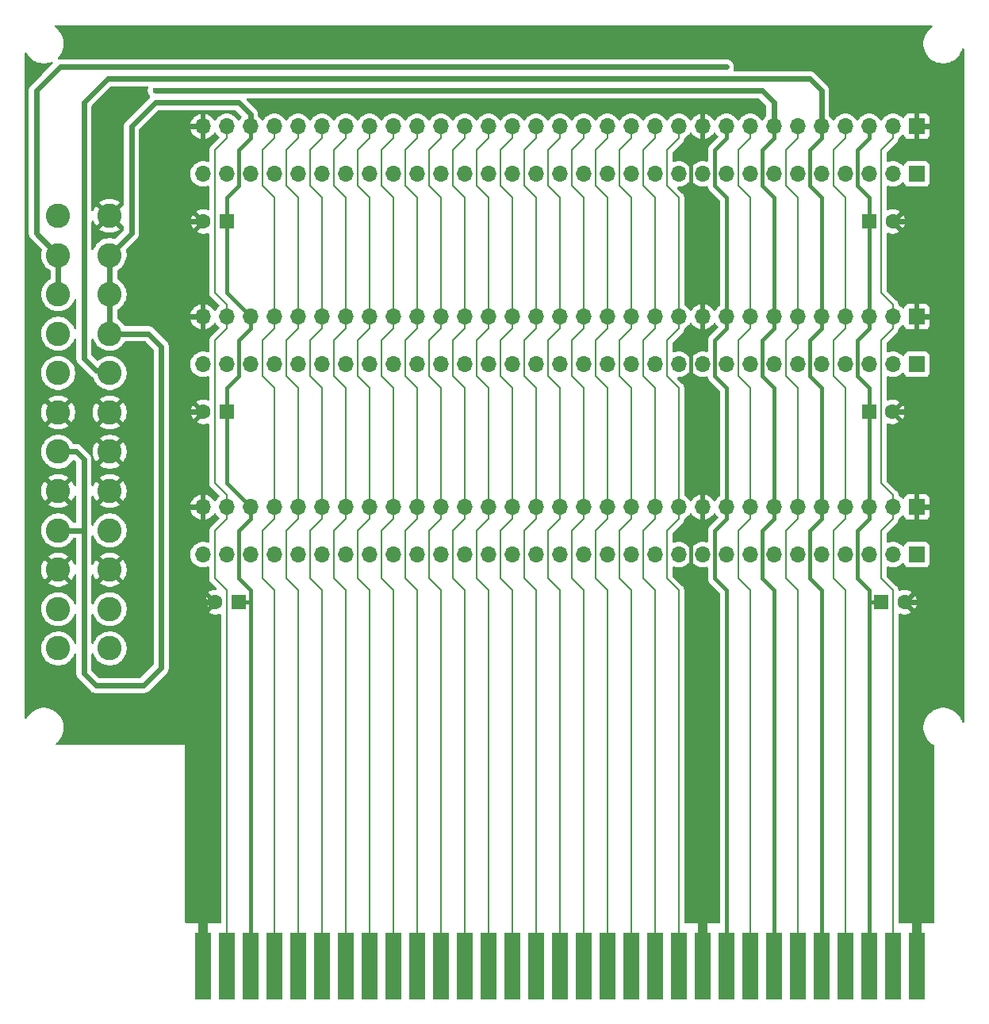
<source format=gbr>
%TF.GenerationSoftware,KiCad,Pcbnew,9.0.3*%
%TF.CreationDate,2025-07-28T21:25:01+02:00*%
%TF.ProjectId,Riser_M19_EXT,52697365-725f-44d3-9139-5f4558542e6b,rev?*%
%TF.SameCoordinates,Original*%
%TF.FileFunction,Copper,L2,Bot*%
%TF.FilePolarity,Positive*%
%FSLAX46Y46*%
G04 Gerber Fmt 4.6, Leading zero omitted, Abs format (unit mm)*
G04 Created by KiCad (PCBNEW 9.0.3) date 2025-07-28 21:25:01*
%MOMM*%
%LPD*%
G01*
G04 APERTURE LIST*
G04 Aperture macros list*
%AMRoundRect*
0 Rectangle with rounded corners*
0 $1 Rounding radius*
0 $2 $3 $4 $5 $6 $7 $8 $9 X,Y pos of 4 corners*
0 Add a 4 corners polygon primitive as box body*
4,1,4,$2,$3,$4,$5,$6,$7,$8,$9,$2,$3,0*
0 Add four circle primitives for the rounded corners*
1,1,$1+$1,$2,$3*
1,1,$1+$1,$4,$5*
1,1,$1+$1,$6,$7*
1,1,$1+$1,$8,$9*
0 Add four rect primitives between the rounded corners*
20,1,$1+$1,$2,$3,$4,$5,0*
20,1,$1+$1,$4,$5,$6,$7,0*
20,1,$1+$1,$6,$7,$8,$9,0*
20,1,$1+$1,$8,$9,$2,$3,0*%
G04 Aperture macros list end*
%TA.AperFunction,ComponentPad*%
%ADD10C,2.600960*%
%TD*%
%TA.AperFunction,ComponentPad*%
%ADD11R,1.700000X1.700000*%
%TD*%
%TA.AperFunction,ComponentPad*%
%ADD12O,1.700000X1.700000*%
%TD*%
%TA.AperFunction,ComponentPad*%
%ADD13RoundRect,0.250000X-0.550000X-0.550000X0.550000X-0.550000X0.550000X0.550000X-0.550000X0.550000X0*%
%TD*%
%TA.AperFunction,ComponentPad*%
%ADD14C,1.600000*%
%TD*%
%TA.AperFunction,ConnectorPad*%
%ADD15R,1.778000X7.112000*%
%TD*%
%TA.AperFunction,ComponentPad*%
%ADD16RoundRect,0.250000X0.550000X0.550000X-0.550000X0.550000X-0.550000X-0.550000X0.550000X-0.550000X0*%
%TD*%
%TA.AperFunction,ViaPad*%
%ADD17C,0.600000*%
%TD*%
%TA.AperFunction,Conductor*%
%ADD18C,0.200000*%
%TD*%
%TA.AperFunction,Conductor*%
%ADD19C,0.600000*%
%TD*%
%TA.AperFunction,Conductor*%
%ADD20C,0.400000*%
%TD*%
%TA.AperFunction,Conductor*%
%ADD21C,1.000000*%
%TD*%
G04 APERTURE END LIST*
D10*
%TO.P,PicoPSU,1*%
%TO.N,N/C*%
X101389180Y-101450140D03*
%TO.P,PicoPSU,2*%
X101389180Y-97248980D03*
%TO.P,PicoPSU,3*%
%TO.N,GND*%
X101389180Y-93050360D03*
%TO.P,PicoPSU,4*%
%TO.N,VCC*%
X101389180Y-88849200D03*
%TO.P,PicoPSU,5*%
%TO.N,GND*%
X101389180Y-84650580D03*
%TO.P,PicoPSU,6*%
%TO.N,VCC*%
X101389180Y-80449420D03*
%TO.P,PicoPSU,7*%
%TO.N,GND*%
X101389180Y-76250800D03*
%TO.P,PicoPSU,8*%
%TO.N,N/C*%
X101389180Y-72049640D03*
%TO.P,PicoPSU,9*%
X101389180Y-67851020D03*
%TO.P,PicoPSU,10*%
%TO.N,+12V*%
X101389180Y-63649860D03*
%TO.P,PicoPSU,11*%
%TO.N,N/C*%
X106890820Y-101450140D03*
%TO.P,PicoPSU,12*%
%TO.N,/-12V*%
X106890820Y-97248980D03*
%TO.P,PicoPSU,13*%
%TO.N,GND*%
X106890820Y-93050360D03*
%TO.P,PicoPSU,14*%
%TO.N,N/C*%
X106890820Y-88849200D03*
%TO.P,PicoPSU,15*%
%TO.N,GND*%
X106890820Y-84650580D03*
%TO.P,PicoPSU,16*%
X106890820Y-80449420D03*
%TO.P,PicoPSU,17*%
X106890820Y-76250800D03*
%TO.P,PicoPSU,18*%
%TO.N,/-5V*%
X106890820Y-72049640D03*
%TO.P,PicoPSU,19*%
%TO.N,VCC*%
X106890820Y-67851020D03*
%TO.P,PicoPSU,20*%
X106890820Y-63649860D03*
%TD*%
D11*
%TO.P,REF\u002A\u002A,1*%
%TO.N,/IO_CH_CK*%
X193040000Y-50800000D03*
D12*
%TO.P,REF\u002A\u002A,2*%
%TO.N,/D7*%
X190500000Y-50800000D03*
%TO.P,REF\u002A\u002A,3*%
%TO.N,/D6*%
X187960000Y-50800000D03*
%TO.P,REF\u002A\u002A,4*%
%TO.N,/D5*%
X185420000Y-50800000D03*
%TO.P,REF\u002A\u002A,5*%
%TO.N,/D4*%
X182880000Y-50800000D03*
%TO.P,REF\u002A\u002A,6*%
%TO.N,/D3*%
X180340000Y-50800000D03*
%TO.P,REF\u002A\u002A,7*%
%TO.N,/D2*%
X177800000Y-50800000D03*
%TO.P,REF\u002A\u002A,8*%
%TO.N,/D1*%
X175260000Y-50800000D03*
%TO.P,REF\u002A\u002A,9*%
%TO.N,/D0*%
X172720000Y-50800000D03*
%TO.P,REF\u002A\u002A,10*%
%TO.N,/IO_READY*%
X170180000Y-50800000D03*
%TO.P,REF\u002A\u002A,11*%
%TO.N,/AEN*%
X167640000Y-50800000D03*
%TO.P,REF\u002A\u002A,12*%
%TO.N,/A19*%
X165100000Y-50800000D03*
%TO.P,REF\u002A\u002A,13*%
%TO.N,/A18*%
X162560000Y-50800000D03*
%TO.P,REF\u002A\u002A,14*%
%TO.N,/A17*%
X160020000Y-50800000D03*
%TO.P,REF\u002A\u002A,15*%
%TO.N,/A16*%
X157480000Y-50800000D03*
%TO.P,REF\u002A\u002A,16*%
%TO.N,/A15*%
X154940000Y-50800000D03*
%TO.P,REF\u002A\u002A,17*%
%TO.N,/A14*%
X152400000Y-50800000D03*
%TO.P,REF\u002A\u002A,18*%
%TO.N,/A13*%
X149860000Y-50800000D03*
%TO.P,REF\u002A\u002A,19*%
%TO.N,/A12*%
X147320000Y-50800000D03*
%TO.P,REF\u002A\u002A,20*%
%TO.N,/A11*%
X144780000Y-50800000D03*
%TO.P,REF\u002A\u002A,21*%
%TO.N,/A10*%
X142240000Y-50800000D03*
%TO.P,REF\u002A\u002A,22*%
%TO.N,/A9*%
X139700000Y-50800000D03*
%TO.P,REF\u002A\u002A,23*%
%TO.N,/A8*%
X137160000Y-50800000D03*
%TO.P,REF\u002A\u002A,24*%
%TO.N,/A7*%
X134620000Y-50800000D03*
%TO.P,REF\u002A\u002A,25*%
%TO.N,/A6*%
X132080000Y-50800000D03*
%TO.P,REF\u002A\u002A,26*%
%TO.N,/A5*%
X129540000Y-50800000D03*
%TO.P,REF\u002A\u002A,27*%
%TO.N,/A4*%
X127000000Y-50800000D03*
%TO.P,REF\u002A\u002A,28*%
%TO.N,/A3*%
X124460000Y-50800000D03*
%TO.P,REF\u002A\u002A,29*%
%TO.N,/A2*%
X121920000Y-50800000D03*
%TO.P,REF\u002A\u002A,30*%
%TO.N,/A1*%
X119380000Y-50800000D03*
%TO.P,REF\u002A\u002A,31*%
%TO.N,/A0*%
X116840000Y-50800000D03*
%TD*%
D10*
%TO.P,,24*%
%TO.N,N/C*%
X101381560Y-55270400D03*
%TD*%
D13*
%TO.P,100\u00B5F,1*%
%TO.N,VCC*%
X187960000Y-76200000D03*
D14*
%TO.P,100\u00B5F,2*%
%TO.N,GND*%
X190460000Y-76200000D03*
%TD*%
D11*
%TO.P,REF\u002A\u002A,1*%
%TO.N,/IO_CH_CK*%
X193040000Y-71120000D03*
D12*
%TO.P,REF\u002A\u002A,2*%
%TO.N,/D7*%
X190500000Y-71120000D03*
%TO.P,REF\u002A\u002A,3*%
%TO.N,/D6*%
X187960000Y-71120000D03*
%TO.P,REF\u002A\u002A,4*%
%TO.N,/D5*%
X185420000Y-71120000D03*
%TO.P,REF\u002A\u002A,5*%
%TO.N,/D4*%
X182880000Y-71120000D03*
%TO.P,REF\u002A\u002A,6*%
%TO.N,/D3*%
X180340000Y-71120000D03*
%TO.P,REF\u002A\u002A,7*%
%TO.N,/D2*%
X177800000Y-71120000D03*
%TO.P,REF\u002A\u002A,8*%
%TO.N,/D1*%
X175260000Y-71120000D03*
%TO.P,REF\u002A\u002A,9*%
%TO.N,/D0*%
X172720000Y-71120000D03*
%TO.P,REF\u002A\u002A,10*%
%TO.N,/IO_READY*%
X170180000Y-71120000D03*
%TO.P,REF\u002A\u002A,11*%
%TO.N,/AEN*%
X167640000Y-71120000D03*
%TO.P,REF\u002A\u002A,12*%
%TO.N,/A19*%
X165100000Y-71120000D03*
%TO.P,REF\u002A\u002A,13*%
%TO.N,/A18*%
X162560000Y-71120000D03*
%TO.P,REF\u002A\u002A,14*%
%TO.N,/A17*%
X160020000Y-71120000D03*
%TO.P,REF\u002A\u002A,15*%
%TO.N,/A16*%
X157480000Y-71120000D03*
%TO.P,REF\u002A\u002A,16*%
%TO.N,/A15*%
X154940000Y-71120000D03*
%TO.P,REF\u002A\u002A,17*%
%TO.N,/A14*%
X152400000Y-71120000D03*
%TO.P,REF\u002A\u002A,18*%
%TO.N,/A13*%
X149860000Y-71120000D03*
%TO.P,REF\u002A\u002A,19*%
%TO.N,/A12*%
X147320000Y-71120000D03*
%TO.P,REF\u002A\u002A,20*%
%TO.N,/A11*%
X144780000Y-71120000D03*
%TO.P,REF\u002A\u002A,21*%
%TO.N,/A10*%
X142240000Y-71120000D03*
%TO.P,REF\u002A\u002A,22*%
%TO.N,/A9*%
X139700000Y-71120000D03*
%TO.P,REF\u002A\u002A,23*%
%TO.N,/A8*%
X137160000Y-71120000D03*
%TO.P,REF\u002A\u002A,24*%
%TO.N,/A7*%
X134620000Y-71120000D03*
%TO.P,REF\u002A\u002A,25*%
%TO.N,/A6*%
X132080000Y-71120000D03*
%TO.P,REF\u002A\u002A,26*%
%TO.N,/A5*%
X129540000Y-71120000D03*
%TO.P,REF\u002A\u002A,27*%
%TO.N,/A4*%
X127000000Y-71120000D03*
%TO.P,REF\u002A\u002A,28*%
%TO.N,/A3*%
X124460000Y-71120000D03*
%TO.P,REF\u002A\u002A,29*%
%TO.N,/A2*%
X121920000Y-71120000D03*
%TO.P,REF\u002A\u002A,30*%
%TO.N,/A1*%
X119380000Y-71120000D03*
%TO.P,REF\u002A\u002A,31*%
%TO.N,/A0*%
X116840000Y-71120000D03*
%TD*%
D15*
%TO.P,BUS1,1,GND*%
%TO.N,GND*%
X193040000Y-135382000D03*
X193040000Y-135382000D03*
%TO.P,BUS1,2,RESET*%
%TO.N,/RSTDRV*%
X190500000Y-135382000D03*
%TO.P,BUS1,3,VCC*%
%TO.N,VCC*%
X187960000Y-135382000D03*
%TO.P,BUS1,4,IRQ2*%
%TO.N,/IRQ2*%
X185420000Y-135382000D03*
%TO.P,BUS1,5,-5V*%
%TO.N,/-5V*%
X182880000Y-135382000D03*
%TO.P,BUS1,6,DRQ2*%
%TO.N,/DRQ2*%
X180340000Y-135382000D03*
%TO.P,BUS1,7,-12V*%
%TO.N,/-12V*%
X177800000Y-135382000D03*
%TO.P,BUS1,8,UNUSED*%
%TO.N,/UNUSED*%
X175260000Y-135382000D03*
%TO.P,BUS1,9,+12V*%
%TO.N,+12V*%
X172720000Y-135382000D03*
%TO.P,BUS1,10,GND*%
%TO.N,GND*%
X170180000Y-135382000D03*
%TO.P,BUS1,11,MEMW*%
%TO.N,/~{MEMW}*%
X167640000Y-135382000D03*
%TO.P,BUS1,12,MEMR*%
%TO.N,/~{MEMR}*%
X165100000Y-135382000D03*
%TO.P,BUS1,13,IOW*%
%TO.N,/~{IOW}*%
X162560000Y-135382000D03*
%TO.P,BUS1,14,IOR*%
%TO.N,/~{IOR}*%
X160020000Y-135382000D03*
%TO.P,BUS1,15,DACK3*%
%TO.N,/DACK3*%
X157480000Y-135382000D03*
%TO.P,BUS1,16,DRQ3*%
%TO.N,/DRQ3*%
X154940000Y-135382000D03*
%TO.P,BUS1,17,DACK1*%
%TO.N,/DACK1*%
X152400000Y-135382000D03*
%TO.P,BUS1,18,DRQ1*%
%TO.N,/DRQ1*%
X149860000Y-135382000D03*
%TO.P,BUS1,19,DACK0*%
%TO.N,/DACK10*%
X147320000Y-135382000D03*
%TO.P,BUS1,20,CLK*%
%TO.N,/CLK*%
X144780000Y-135382000D03*
%TO.P,BUS1,21,IRQ7*%
%TO.N,/IRQ7*%
X142240000Y-135382000D03*
%TO.P,BUS1,22,IRQ6*%
%TO.N,/IRQ6*%
X139700000Y-135382000D03*
%TO.P,BUS1,23,IRQ5*%
%TO.N,/IRQ5*%
X137160000Y-135382000D03*
%TO.P,BUS1,24,IRQ4*%
%TO.N,/IRQ4*%
X134620000Y-135382000D03*
%TO.P,BUS1,25,IRQ3*%
%TO.N,/IRQ3*%
X132080000Y-135382000D03*
%TO.P,BUS1,26,DACK2*%
%TO.N,/DACK2*%
X129540000Y-135382000D03*
%TO.P,BUS1,27,TC*%
%TO.N,/TC*%
X127000000Y-135382000D03*
%TO.P,BUS1,28,ALE*%
%TO.N,/ALE*%
X124460000Y-135382000D03*
%TO.P,BUS1,29,VCC*%
%TO.N,VCC*%
X121920000Y-135382000D03*
%TO.P,BUS1,30,OSC*%
%TO.N,/OCS*%
X119380000Y-135382000D03*
%TO.P,BUS1,31,GND*%
%TO.N,GND*%
X116840000Y-135382000D03*
%TD*%
D16*
%TO.P,100\u00B5F,1*%
%TO.N,VCC*%
X119380000Y-76200000D03*
D14*
%TO.P,100\u00B5F,2*%
%TO.N,GND*%
X116880000Y-76200000D03*
%TD*%
D11*
%TO.P,REF\u002A\u002A,1*%
%TO.N,GND*%
X193040000Y-66040000D03*
D12*
%TO.P,REF\u002A\u002A,2*%
%TO.N,/RSTDRV*%
X190500000Y-66040000D03*
%TO.P,REF\u002A\u002A,3*%
%TO.N,VCC*%
X187960000Y-66040000D03*
%TO.P,REF\u002A\u002A,4*%
%TO.N,/IRQ2*%
X185420000Y-66040000D03*
%TO.P,REF\u002A\u002A,5*%
%TO.N,/-5V*%
X182880000Y-66040000D03*
%TO.P,REF\u002A\u002A,6*%
%TO.N,/DRQ2*%
X180340000Y-66040000D03*
%TO.P,REF\u002A\u002A,7*%
%TO.N,/-12V*%
X177800000Y-66040000D03*
%TO.P,REF\u002A\u002A,8*%
%TO.N,/UNUSED*%
X175260000Y-66040000D03*
%TO.P,REF\u002A\u002A,9*%
%TO.N,+12V*%
X172720000Y-66040000D03*
%TO.P,REF\u002A\u002A,10*%
%TO.N,GND*%
X170180000Y-66040000D03*
%TO.P,REF\u002A\u002A,11*%
%TO.N,/~{MEMW}*%
X167640000Y-66040000D03*
%TO.P,REF\u002A\u002A,12*%
%TO.N,/~{MEMR}*%
X165100000Y-66040000D03*
%TO.P,REF\u002A\u002A,13*%
%TO.N,/~{IOW}*%
X162560000Y-66040000D03*
%TO.P,REF\u002A\u002A,14*%
%TO.N,/~{IOR}*%
X160020000Y-66040000D03*
%TO.P,REF\u002A\u002A,15*%
%TO.N,/DACK3*%
X157480000Y-66040000D03*
%TO.P,REF\u002A\u002A,16*%
%TO.N,/DRQ3*%
X154940000Y-66040000D03*
%TO.P,REF\u002A\u002A,17*%
%TO.N,/DACK1*%
X152400000Y-66040000D03*
%TO.P,REF\u002A\u002A,18*%
%TO.N,/DRQ1*%
X149860000Y-66040000D03*
%TO.P,REF\u002A\u002A,19*%
%TO.N,/DACK10*%
X147320000Y-66040000D03*
%TO.P,REF\u002A\u002A,20*%
%TO.N,/CLK*%
X144780000Y-66040000D03*
%TO.P,REF\u002A\u002A,21*%
%TO.N,/IRQ7*%
X142240000Y-66040000D03*
%TO.P,REF\u002A\u002A,22*%
%TO.N,/IRQ6*%
X139700000Y-66040000D03*
%TO.P,REF\u002A\u002A,23*%
%TO.N,/IRQ5*%
X137160000Y-66040000D03*
%TO.P,REF\u002A\u002A,24*%
%TO.N,/IRQ4*%
X134620000Y-66040000D03*
%TO.P,REF\u002A\u002A,25*%
%TO.N,/IRQ3*%
X132080000Y-66040000D03*
%TO.P,REF\u002A\u002A,26*%
%TO.N,/DACK2*%
X129540000Y-66040000D03*
%TO.P,REF\u002A\u002A,27*%
%TO.N,/TC*%
X127000000Y-66040000D03*
%TO.P,REF\u002A\u002A,28*%
%TO.N,/ALE*%
X124460000Y-66040000D03*
%TO.P,REF\u002A\u002A,29*%
%TO.N,VCC*%
X121920000Y-66040000D03*
%TO.P,REF\u002A\u002A,30*%
%TO.N,/OCS*%
X119380000Y-66040000D03*
%TO.P,REF\u002A\u002A,31*%
%TO.N,GND*%
X116840000Y-66040000D03*
%TD*%
D16*
%TO.P,100\u00B5F,1*%
%TO.N,VCC*%
X120650000Y-96520000D03*
D14*
%TO.P,100\u00B5F,2*%
%TO.N,GND*%
X118150000Y-96520000D03*
%TD*%
D13*
%TO.P,100\u00B5F,1*%
%TO.N,VCC*%
X189270000Y-96520000D03*
D14*
%TO.P,100\u00B5F,2*%
%TO.N,GND*%
X191770000Y-96520000D03*
%TD*%
D11*
%TO.P,REF\u002A\u002A,1*%
%TO.N,GND*%
X193040000Y-45720000D03*
D12*
%TO.P,REF\u002A\u002A,2*%
%TO.N,/RSTDRV*%
X190500000Y-45720000D03*
%TO.P,REF\u002A\u002A,3*%
%TO.N,VCC*%
X187960000Y-45720000D03*
%TO.P,REF\u002A\u002A,4*%
%TO.N,/IRQ2*%
X185420000Y-45720000D03*
%TO.P,REF\u002A\u002A,5*%
%TO.N,/-5V*%
X182880000Y-45720000D03*
%TO.P,REF\u002A\u002A,6*%
%TO.N,/DRQ2*%
X180340000Y-45720000D03*
%TO.P,REF\u002A\u002A,7*%
%TO.N,/-12V*%
X177800000Y-45720000D03*
%TO.P,REF\u002A\u002A,8*%
%TO.N,/UNUSED*%
X175260000Y-45720000D03*
%TO.P,REF\u002A\u002A,9*%
%TO.N,+12V*%
X172720000Y-45720000D03*
%TO.P,REF\u002A\u002A,10*%
%TO.N,GND*%
X170180000Y-45720000D03*
%TO.P,REF\u002A\u002A,11*%
%TO.N,/~{MEMW}*%
X167640000Y-45720000D03*
%TO.P,REF\u002A\u002A,12*%
%TO.N,/~{MEMR}*%
X165100000Y-45720000D03*
%TO.P,REF\u002A\u002A,13*%
%TO.N,/~{IOW}*%
X162560000Y-45720000D03*
%TO.P,REF\u002A\u002A,14*%
%TO.N,/~{IOR}*%
X160020000Y-45720000D03*
%TO.P,REF\u002A\u002A,15*%
%TO.N,/DACK3*%
X157480000Y-45720000D03*
%TO.P,REF\u002A\u002A,16*%
%TO.N,/DRQ3*%
X154940000Y-45720000D03*
%TO.P,REF\u002A\u002A,17*%
%TO.N,/DACK1*%
X152400000Y-45720000D03*
%TO.P,REF\u002A\u002A,18*%
%TO.N,/DRQ1*%
X149860000Y-45720000D03*
%TO.P,REF\u002A\u002A,19*%
%TO.N,/DACK10*%
X147320000Y-45720000D03*
%TO.P,REF\u002A\u002A,20*%
%TO.N,/CLK*%
X144780000Y-45720000D03*
%TO.P,REF\u002A\u002A,21*%
%TO.N,/IRQ7*%
X142240000Y-45720000D03*
%TO.P,REF\u002A\u002A,22*%
%TO.N,/IRQ6*%
X139700000Y-45720000D03*
%TO.P,REF\u002A\u002A,23*%
%TO.N,/IRQ5*%
X137160000Y-45720000D03*
%TO.P,REF\u002A\u002A,24*%
%TO.N,/IRQ4*%
X134620000Y-45720000D03*
%TO.P,REF\u002A\u002A,25*%
%TO.N,/IRQ3*%
X132080000Y-45720000D03*
%TO.P,REF\u002A\u002A,26*%
%TO.N,/DACK2*%
X129540000Y-45720000D03*
%TO.P,REF\u002A\u002A,27*%
%TO.N,/TC*%
X127000000Y-45720000D03*
%TO.P,REF\u002A\u002A,28*%
%TO.N,/ALE*%
X124460000Y-45720000D03*
%TO.P,REF\u002A\u002A,29*%
%TO.N,VCC*%
X121920000Y-45720000D03*
%TO.P,REF\u002A\u002A,30*%
%TO.N,/OCS*%
X119380000Y-45720000D03*
%TO.P,REF\u002A\u002A,31*%
%TO.N,GND*%
X116840000Y-45720000D03*
%TD*%
D13*
%TO.P,100\u00B5F,1*%
%TO.N,VCC*%
X188000000Y-55880000D03*
D14*
%TO.P,100\u00B5F,2*%
%TO.N,GND*%
X190500000Y-55880000D03*
%TD*%
D10*
%TO.P,,22*%
%TO.N,+12V*%
X101381560Y-59461400D03*
%TD*%
%TO.P,,21*%
%TO.N,VCC*%
X106883200Y-59461400D03*
%TD*%
D11*
%TO.P,REF\u002A\u002A,1*%
%TO.N,/IO_CH_CK*%
X193040000Y-91440000D03*
D12*
%TO.P,REF\u002A\u002A,2*%
%TO.N,/D7*%
X190500000Y-91440000D03*
%TO.P,REF\u002A\u002A,3*%
%TO.N,/D6*%
X187960000Y-91440000D03*
%TO.P,REF\u002A\u002A,4*%
%TO.N,/D5*%
X185420000Y-91440000D03*
%TO.P,REF\u002A\u002A,5*%
%TO.N,/D4*%
X182880000Y-91440000D03*
%TO.P,REF\u002A\u002A,6*%
%TO.N,/D3*%
X180340000Y-91440000D03*
%TO.P,REF\u002A\u002A,7*%
%TO.N,/D2*%
X177800000Y-91440000D03*
%TO.P,REF\u002A\u002A,8*%
%TO.N,/D1*%
X175260000Y-91440000D03*
%TO.P,REF\u002A\u002A,9*%
%TO.N,/D0*%
X172720000Y-91440000D03*
%TO.P,REF\u002A\u002A,10*%
%TO.N,/IO_READY*%
X170180000Y-91440000D03*
%TO.P,REF\u002A\u002A,11*%
%TO.N,/AEN*%
X167640000Y-91440000D03*
%TO.P,REF\u002A\u002A,12*%
%TO.N,/A19*%
X165100000Y-91440000D03*
%TO.P,REF\u002A\u002A,13*%
%TO.N,/A18*%
X162560000Y-91440000D03*
%TO.P,REF\u002A\u002A,14*%
%TO.N,/A17*%
X160020000Y-91440000D03*
%TO.P,REF\u002A\u002A,15*%
%TO.N,/A16*%
X157480000Y-91440000D03*
%TO.P,REF\u002A\u002A,16*%
%TO.N,/A15*%
X154940000Y-91440000D03*
%TO.P,REF\u002A\u002A,17*%
%TO.N,/A14*%
X152400000Y-91440000D03*
%TO.P,REF\u002A\u002A,18*%
%TO.N,/A13*%
X149860000Y-91440000D03*
%TO.P,REF\u002A\u002A,19*%
%TO.N,/A12*%
X147320000Y-91440000D03*
%TO.P,REF\u002A\u002A,20*%
%TO.N,/A11*%
X144780000Y-91440000D03*
%TO.P,REF\u002A\u002A,21*%
%TO.N,/A10*%
X142240000Y-91440000D03*
%TO.P,REF\u002A\u002A,22*%
%TO.N,/A9*%
X139700000Y-91440000D03*
%TO.P,REF\u002A\u002A,23*%
%TO.N,/A8*%
X137160000Y-91440000D03*
%TO.P,REF\u002A\u002A,24*%
%TO.N,/A7*%
X134620000Y-91440000D03*
%TO.P,REF\u002A\u002A,25*%
%TO.N,/A6*%
X132080000Y-91440000D03*
%TO.P,REF\u002A\u002A,26*%
%TO.N,/A5*%
X129540000Y-91440000D03*
%TO.P,REF\u002A\u002A,27*%
%TO.N,/A4*%
X127000000Y-91440000D03*
%TO.P,REF\u002A\u002A,28*%
%TO.N,/A3*%
X124460000Y-91440000D03*
%TO.P,REF\u002A\u002A,29*%
%TO.N,/A2*%
X121920000Y-91440000D03*
%TO.P,REF\u002A\u002A,30*%
%TO.N,/A1*%
X119380000Y-91440000D03*
%TO.P,REF\u002A\u002A,31*%
%TO.N,/A0*%
X116840000Y-91440000D03*
%TD*%
D10*
%TO.P,,23*%
%TO.N,GND*%
X106883200Y-55270400D03*
%TD*%
D16*
%TO.P,100\u00B5F,1*%
%TO.N,VCC*%
X119380000Y-55880000D03*
D14*
%TO.P,100\u00B5F,2*%
%TO.N,GND*%
X116880000Y-55880000D03*
%TD*%
D11*
%TO.P,REF\u002A\u002A,1*%
%TO.N,GND*%
X193040000Y-86360000D03*
D12*
%TO.P,REF\u002A\u002A,2*%
%TO.N,/RSTDRV*%
X190500000Y-86360000D03*
%TO.P,REF\u002A\u002A,3*%
%TO.N,VCC*%
X187960000Y-86360000D03*
%TO.P,REF\u002A\u002A,4*%
%TO.N,/IRQ2*%
X185420000Y-86360000D03*
%TO.P,REF\u002A\u002A,5*%
%TO.N,/-5V*%
X182880000Y-86360000D03*
%TO.P,REF\u002A\u002A,6*%
%TO.N,/DRQ2*%
X180340000Y-86360000D03*
%TO.P,REF\u002A\u002A,7*%
%TO.N,/-12V*%
X177800000Y-86360000D03*
%TO.P,REF\u002A\u002A,8*%
%TO.N,/UNUSED*%
X175260000Y-86360000D03*
%TO.P,REF\u002A\u002A,9*%
%TO.N,+12V*%
X172720000Y-86360000D03*
%TO.P,REF\u002A\u002A,10*%
%TO.N,GND*%
X170180000Y-86360000D03*
%TO.P,REF\u002A\u002A,11*%
%TO.N,/~{MEMW}*%
X167640000Y-86360000D03*
%TO.P,REF\u002A\u002A,12*%
%TO.N,/~{MEMR}*%
X165100000Y-86360000D03*
%TO.P,REF\u002A\u002A,13*%
%TO.N,/~{IOW}*%
X162560000Y-86360000D03*
%TO.P,REF\u002A\u002A,14*%
%TO.N,/~{IOR}*%
X160020000Y-86360000D03*
%TO.P,REF\u002A\u002A,15*%
%TO.N,/DACK3*%
X157480000Y-86360000D03*
%TO.P,REF\u002A\u002A,16*%
%TO.N,/DRQ3*%
X154940000Y-86360000D03*
%TO.P,REF\u002A\u002A,17*%
%TO.N,/DACK1*%
X152400000Y-86360000D03*
%TO.P,REF\u002A\u002A,18*%
%TO.N,/DRQ1*%
X149860000Y-86360000D03*
%TO.P,REF\u002A\u002A,19*%
%TO.N,/DACK10*%
X147320000Y-86360000D03*
%TO.P,REF\u002A\u002A,20*%
%TO.N,/CLK*%
X144780000Y-86360000D03*
%TO.P,REF\u002A\u002A,21*%
%TO.N,/IRQ7*%
X142240000Y-86360000D03*
%TO.P,REF\u002A\u002A,22*%
%TO.N,/IRQ6*%
X139700000Y-86360000D03*
%TO.P,REF\u002A\u002A,23*%
%TO.N,/IRQ5*%
X137160000Y-86360000D03*
%TO.P,REF\u002A\u002A,24*%
%TO.N,/IRQ4*%
X134620000Y-86360000D03*
%TO.P,REF\u002A\u002A,25*%
%TO.N,/IRQ3*%
X132080000Y-86360000D03*
%TO.P,REF\u002A\u002A,26*%
%TO.N,/DACK2*%
X129540000Y-86360000D03*
%TO.P,REF\u002A\u002A,27*%
%TO.N,/TC*%
X127000000Y-86360000D03*
%TO.P,REF\u002A\u002A,28*%
%TO.N,/ALE*%
X124460000Y-86360000D03*
%TO.P,REF\u002A\u002A,29*%
%TO.N,VCC*%
X121920000Y-86360000D03*
%TO.P,REF\u002A\u002A,30*%
%TO.N,/OCS*%
X119380000Y-86360000D03*
%TO.P,REF\u002A\u002A,31*%
%TO.N,GND*%
X116840000Y-86360000D03*
%TD*%
D17*
%TO.N,+12V*%
X172720000Y-39370000D03*
%TO.N,/-12V*%
X111760000Y-41910000D03*
%TD*%
D18*
%TO.N,/~{IOR}*%
X160020000Y-66040000D02*
X160020000Y-53340000D01*
X160020000Y-53340000D02*
X158750000Y-52070000D01*
X160020000Y-86360000D02*
X160020000Y-73660000D01*
X160020000Y-135382000D02*
X160020000Y-95250000D01*
X160020000Y-46990000D02*
X160020000Y-45720000D01*
X158750000Y-52070000D02*
X158750000Y-48260000D01*
X158750000Y-68580000D02*
X160020000Y-67310000D01*
X160020000Y-95250000D02*
X158750000Y-93980000D01*
X158750000Y-93980000D02*
X158750000Y-88900000D01*
X158750000Y-48260000D02*
X160020000Y-46990000D01*
X160020000Y-87630000D02*
X160020000Y-86360000D01*
X158750000Y-88900000D02*
X160020000Y-87630000D01*
X160020000Y-73660000D02*
X158750000Y-72390000D01*
X158750000Y-72390000D02*
X158750000Y-68580000D01*
X160020000Y-67310000D02*
X160020000Y-66040000D01*
D19*
%TO.N,GND*%
X114300000Y-76200000D02*
X114300000Y-66040000D01*
D20*
X170180000Y-53340000D02*
X168910000Y-52070000D01*
D19*
X114300000Y-45720000D02*
X116840000Y-45720000D01*
X193040000Y-107950000D02*
X196850000Y-104140000D01*
D20*
X168910000Y-88900000D02*
X170180000Y-87630000D01*
D19*
X196850000Y-96520000D02*
X191770000Y-96520000D01*
X196850000Y-86360000D02*
X193040000Y-86360000D01*
X114300000Y-92710000D02*
X116840000Y-95250000D01*
X116840000Y-95250000D02*
X116840000Y-96520000D01*
D21*
X193040000Y-135382000D02*
X193040000Y-107950000D01*
D19*
X114300000Y-86360000D02*
X116840000Y-86360000D01*
D20*
X170180000Y-73660000D02*
X168910000Y-72390000D01*
X170180000Y-87630000D02*
X170180000Y-86360000D01*
D19*
X196850000Y-46990000D02*
X195580000Y-45720000D01*
D20*
X168910000Y-48260000D02*
X170180000Y-46990000D01*
D19*
X114300000Y-76200000D02*
X116880000Y-76200000D01*
X114300000Y-86360000D02*
X114300000Y-76200000D01*
X114300000Y-55880000D02*
X114300000Y-45720000D01*
X196850000Y-86360000D02*
X196850000Y-76200000D01*
X196850000Y-66040000D02*
X196850000Y-55880000D01*
D20*
X168910000Y-72390000D02*
X168910000Y-68580000D01*
X170180000Y-67310000D02*
X170180000Y-66040000D01*
D19*
X114300000Y-66040000D02*
X116840000Y-66040000D01*
D20*
X170180000Y-95250000D02*
X168910000Y-93980000D01*
D19*
X196850000Y-104140000D02*
X196850000Y-96520000D01*
X196850000Y-66040000D02*
X193040000Y-66040000D01*
D20*
X170180000Y-86360000D02*
X170180000Y-73660000D01*
D21*
X116840000Y-96520000D02*
X116840000Y-135382000D01*
D19*
X114300000Y-86360000D02*
X114300000Y-92710000D01*
X195580000Y-45720000D02*
X193040000Y-45720000D01*
D20*
X170180000Y-46990000D02*
X170180000Y-45720000D01*
D19*
X196850000Y-76200000D02*
X190460000Y-76200000D01*
D20*
X168910000Y-52070000D02*
X168910000Y-48260000D01*
X168910000Y-93980000D02*
X168910000Y-88900000D01*
D19*
X196850000Y-96520000D02*
X196850000Y-86360000D01*
X196850000Y-76200000D02*
X196850000Y-66040000D01*
X196850000Y-55880000D02*
X190500000Y-55880000D01*
X196850000Y-55880000D02*
X196850000Y-46990000D01*
X114300000Y-66040000D02*
X114300000Y-55880000D01*
D20*
X168910000Y-68580000D02*
X170180000Y-67310000D01*
D19*
X116840000Y-96520000D02*
X118150000Y-96520000D01*
X114300000Y-55880000D02*
X116880000Y-55880000D01*
D21*
X170180000Y-135382000D02*
X170180000Y-95250000D01*
D20*
X170180000Y-66040000D02*
X170180000Y-53340000D01*
D18*
%TO.N,/~{MEMR}*%
X165100000Y-46990000D02*
X165100000Y-45720000D01*
X163830000Y-68580000D02*
X165100000Y-67310000D01*
X163830000Y-93980000D02*
X163830000Y-88900000D01*
X165100000Y-67310000D02*
X165100000Y-66040000D01*
X163830000Y-88900000D02*
X165100000Y-87630000D01*
X165100000Y-87630000D02*
X165100000Y-86360000D01*
X163830000Y-52070000D02*
X163830000Y-48260000D01*
X165100000Y-73660000D02*
X163830000Y-72390000D01*
X163830000Y-72390000D02*
X163830000Y-68580000D01*
X165100000Y-95250000D02*
X163830000Y-93980000D01*
X165100000Y-66040000D02*
X165100000Y-53340000D01*
X165100000Y-135382000D02*
X165100000Y-95250000D01*
X165100000Y-86360000D02*
X165100000Y-73660000D01*
X165100000Y-53340000D02*
X163830000Y-52070000D01*
X163830000Y-48260000D02*
X165100000Y-46990000D01*
D19*
%TO.N,VCC*%
X104140000Y-81280000D02*
X104140000Y-88900000D01*
D20*
X186690000Y-48260000D02*
X187960000Y-46990000D01*
X186690000Y-93980000D02*
X186690000Y-88900000D01*
D19*
X109194600Y-57150000D02*
X109220000Y-57150000D01*
X106680000Y-105410000D02*
X110490000Y-105410000D01*
D20*
X119380000Y-73660000D02*
X119380000Y-83820000D01*
D19*
X112395000Y-103505000D02*
X112395000Y-69215000D01*
D20*
X187960000Y-46990000D02*
X187960000Y-45720000D01*
X120650000Y-68580000D02*
X121920000Y-67310000D01*
D19*
X104140000Y-88900000D02*
X104140000Y-104140000D01*
D20*
X186690000Y-72390000D02*
X186690000Y-68580000D01*
D19*
X101389180Y-80449420D02*
X103309420Y-80449420D01*
D20*
X120650000Y-48260000D02*
X120650000Y-52070000D01*
D19*
X120650000Y-43180000D02*
X121920000Y-44450000D01*
D20*
X121920000Y-67310000D02*
X121920000Y-66040000D01*
X121920000Y-87630000D02*
X121920000Y-86360000D01*
X187960000Y-86360000D02*
X187960000Y-73660000D01*
D19*
X112395000Y-69215000D02*
X111031020Y-67851020D01*
D20*
X187960000Y-66040000D02*
X187960000Y-53340000D01*
D19*
X106890820Y-59469020D02*
X106883200Y-59461400D01*
D20*
X119380000Y-83820000D02*
X121920000Y-86360000D01*
D19*
X109220000Y-45720000D02*
X111760000Y-43180000D01*
D20*
X120650000Y-88900000D02*
X121920000Y-87630000D01*
D19*
X110490000Y-105410000D02*
X112395000Y-103505000D01*
D20*
X120650000Y-93980000D02*
X120650000Y-88900000D01*
X121920000Y-96520000D02*
X120650000Y-96520000D01*
X187960000Y-53340000D02*
X186690000Y-52070000D01*
X121920000Y-135382000D02*
X121920000Y-104140000D01*
D19*
X121920000Y-44450000D02*
X121920000Y-45720000D01*
D20*
X121920000Y-104140000D02*
X121920000Y-96520000D01*
D19*
X106883200Y-59461400D02*
X109194600Y-57150000D01*
D20*
X186690000Y-68580000D02*
X187960000Y-67310000D01*
D19*
X103309420Y-80449420D02*
X104140000Y-81280000D01*
D20*
X186690000Y-52070000D02*
X186690000Y-48260000D01*
X119380000Y-53340000D02*
X119380000Y-63500000D01*
X121920000Y-46990000D02*
X120650000Y-48260000D01*
D19*
X101339760Y-80400000D02*
X101389180Y-80449420D01*
D20*
X186690000Y-88900000D02*
X187960000Y-87630000D01*
X121920000Y-45720000D02*
X121920000Y-46990000D01*
X187960000Y-87630000D02*
X187960000Y-86360000D01*
X120650000Y-72390000D02*
X119380000Y-73660000D01*
D19*
X104089200Y-88849200D02*
X104140000Y-88900000D01*
D20*
X187960000Y-135382000D02*
X187960000Y-104140000D01*
D19*
X111760000Y-43180000D02*
X120650000Y-43180000D01*
X104140000Y-104140000D02*
X105410000Y-105410000D01*
D20*
X187960000Y-67310000D02*
X187960000Y-66040000D01*
X119380000Y-63500000D02*
X121920000Y-66040000D01*
X120650000Y-52070000D02*
X119380000Y-53340000D01*
D19*
X101389180Y-88849200D02*
X104089200Y-88849200D01*
D20*
X120650000Y-72390000D02*
X120650000Y-68580000D01*
D19*
X106890820Y-63649860D02*
X106890820Y-59469020D01*
D20*
X187960000Y-96520000D02*
X187960000Y-95250000D01*
D19*
X111031020Y-67851020D02*
X106890820Y-67851020D01*
D20*
X121920000Y-96520000D02*
X121920000Y-95250000D01*
X187960000Y-96520000D02*
X189270000Y-96520000D01*
X187960000Y-95250000D02*
X186690000Y-93980000D01*
X121920000Y-95250000D02*
X120650000Y-93980000D01*
D19*
X109220000Y-57150000D02*
X109220000Y-45720000D01*
X105410000Y-105410000D02*
X106680000Y-105410000D01*
D20*
X187960000Y-104140000D02*
X187960000Y-96520000D01*
X187960000Y-73660000D02*
X186690000Y-72390000D01*
D19*
X106890820Y-63649860D02*
X106890820Y-67851020D01*
D18*
%TO.N,/~{MEMW}*%
X167640000Y-73660000D02*
X166370000Y-72390000D01*
X167640000Y-86360000D02*
X167640000Y-73660000D01*
X167640000Y-87630000D02*
X167640000Y-86360000D01*
X167640000Y-66040000D02*
X167640000Y-53340000D01*
X167640000Y-53340000D02*
X166370000Y-52070000D01*
X166370000Y-88900000D02*
X167640000Y-87630000D01*
X167640000Y-46990000D02*
X167640000Y-45720000D01*
X167640000Y-67310000D02*
X167640000Y-66040000D01*
X166370000Y-68580000D02*
X167640000Y-67310000D01*
X166370000Y-72390000D02*
X166370000Y-68580000D01*
X166370000Y-52070000D02*
X166370000Y-48260000D01*
X167640000Y-135382000D02*
X167640000Y-95250000D01*
X167640000Y-95250000D02*
X166370000Y-93980000D01*
X166370000Y-48260000D02*
X167640000Y-46990000D01*
X166370000Y-93980000D02*
X166370000Y-88900000D01*
%TO.N,/RSTDRV*%
X190500000Y-95250000D02*
X189230000Y-93980000D01*
X189230000Y-93980000D02*
X189230000Y-88900000D01*
X190500000Y-64770000D02*
X190500000Y-66040000D01*
X189230000Y-48260000D02*
X189230000Y-63500000D01*
X189230000Y-88900000D02*
X190500000Y-87630000D01*
X190500000Y-135382000D02*
X190500000Y-95250000D01*
X190500000Y-67310000D02*
X189230000Y-68580000D01*
X189230000Y-63500000D02*
X190500000Y-64770000D01*
X190500000Y-45720000D02*
X190500000Y-46990000D01*
X190500000Y-87630000D02*
X190500000Y-86360000D01*
X189230000Y-68580000D02*
X189230000Y-83820000D01*
X190500000Y-85090000D02*
X190500000Y-86360000D01*
X190500000Y-66040000D02*
X190500000Y-67310000D01*
X189230000Y-83820000D02*
X190500000Y-85090000D01*
X190500000Y-46990000D02*
X189230000Y-48260000D01*
%TO.N,/~{IOW}*%
X161290000Y-88900000D02*
X162560000Y-87630000D01*
X162560000Y-66040000D02*
X162560000Y-53340000D01*
X162560000Y-53340000D02*
X161290000Y-52070000D01*
X161290000Y-48260000D02*
X162560000Y-46990000D01*
X162560000Y-46990000D02*
X162560000Y-45720000D01*
X161290000Y-93980000D02*
X161290000Y-88900000D01*
X162560000Y-86360000D02*
X162560000Y-73660000D01*
X162560000Y-67310000D02*
X162560000Y-66040000D01*
X162560000Y-87630000D02*
X162560000Y-86360000D01*
X161290000Y-68580000D02*
X162560000Y-67310000D01*
X161290000Y-72390000D02*
X161290000Y-68580000D01*
X161290000Y-52070000D02*
X161290000Y-48260000D01*
X162560000Y-135382000D02*
X162560000Y-95250000D01*
X162560000Y-95250000D02*
X161290000Y-93980000D01*
X162560000Y-73660000D02*
X161290000Y-72390000D01*
D19*
%TO.N,+12V*%
X101389180Y-63649860D02*
X100479860Y-63649860D01*
D20*
X172720000Y-67310000D02*
X172720000Y-66040000D01*
D19*
X101381560Y-59461400D02*
X101381560Y-63642240D01*
D20*
X172720000Y-66040000D02*
X172720000Y-53340000D01*
X171450000Y-68580000D02*
X172720000Y-67310000D01*
X172720000Y-53340000D02*
X171450000Y-52070000D01*
X172720000Y-95250000D02*
X171450000Y-93980000D01*
X172720000Y-86360000D02*
X172720000Y-73660000D01*
X171450000Y-88900000D02*
X172720000Y-87630000D01*
X172720000Y-135382000D02*
X172720000Y-95250000D01*
D19*
X99060000Y-41910000D02*
X101600000Y-39370000D01*
D20*
X172720000Y-87630000D02*
X172720000Y-86360000D01*
X172720000Y-73660000D02*
X171450000Y-72390000D01*
X171450000Y-48260000D02*
X172720000Y-46990000D01*
D19*
X99060000Y-57150000D02*
X99060000Y-41910000D01*
D18*
X101381560Y-63642240D02*
X101389180Y-63649860D01*
D19*
X101600000Y-39370000D02*
X172720000Y-39370000D01*
D20*
X171450000Y-72390000D02*
X171450000Y-68580000D01*
X172720000Y-46990000D02*
X172720000Y-45720000D01*
D19*
X99060000Y-57150000D02*
X99070160Y-57150000D01*
X99070160Y-57150000D02*
X101381560Y-59461400D01*
D20*
X171450000Y-52070000D02*
X171450000Y-48260000D01*
X171450000Y-93980000D02*
X171450000Y-88900000D01*
D18*
%TO.N,/IRQ2*%
X185420000Y-73660000D02*
X184150000Y-72390000D01*
X184150000Y-68580000D02*
X185420000Y-67310000D01*
X185420000Y-46990000D02*
X185420000Y-45720000D01*
X185420000Y-87630000D02*
X185420000Y-86360000D01*
X185420000Y-67310000D02*
X185420000Y-66040000D01*
X184150000Y-72390000D02*
X184150000Y-68580000D01*
X184150000Y-93980000D02*
X184150000Y-88900000D01*
X185420000Y-66040000D02*
X185420000Y-53340000D01*
X185420000Y-135382000D02*
X185420000Y-95250000D01*
X185420000Y-86360000D02*
X185420000Y-73660000D01*
X184150000Y-52070000D02*
X184150000Y-48260000D01*
X184150000Y-48260000D02*
X185420000Y-46990000D01*
X185420000Y-95250000D02*
X184150000Y-93980000D01*
X184150000Y-88900000D02*
X185420000Y-87630000D01*
X185420000Y-53340000D02*
X184150000Y-52070000D01*
%TO.N,/DACK10*%
X146050000Y-48260000D02*
X147320000Y-46990000D01*
X147320000Y-67310000D02*
X147320000Y-66040000D01*
X146050000Y-68580000D02*
X147320000Y-67310000D01*
X146050000Y-72390000D02*
X146050000Y-68580000D01*
X146050000Y-52070000D02*
X146050000Y-48260000D01*
X147320000Y-135382000D02*
X147320000Y-95250000D01*
X147320000Y-95250000D02*
X146050000Y-93980000D01*
X147320000Y-86360000D02*
X147320000Y-73660000D01*
X147320000Y-53340000D02*
X146050000Y-52070000D01*
X147320000Y-87630000D02*
X147320000Y-86360000D01*
X147320000Y-46990000D02*
X147320000Y-45720000D01*
X147320000Y-73660000D02*
X146050000Y-72390000D01*
X146050000Y-93980000D02*
X146050000Y-88900000D01*
X146050000Y-88900000D02*
X147320000Y-87630000D01*
X147320000Y-66040000D02*
X147320000Y-53340000D01*
%TO.N,/IRQ3*%
X130810000Y-72390000D02*
X130810000Y-68580000D01*
X130810000Y-93980000D02*
X130810000Y-88900000D01*
X132080000Y-95250000D02*
X130810000Y-93980000D01*
X132080000Y-86360000D02*
X132080000Y-73660000D01*
X132080000Y-46990000D02*
X132080000Y-45720000D01*
X132080000Y-135382000D02*
X132080000Y-95250000D01*
X130810000Y-48260000D02*
X132080000Y-46990000D01*
X130810000Y-88900000D02*
X132080000Y-87630000D01*
X132080000Y-53340000D02*
X130810000Y-52070000D01*
X130810000Y-52070000D02*
X130810000Y-48260000D01*
X132080000Y-67310000D02*
X132080000Y-66040000D01*
X132080000Y-73660000D02*
X130810000Y-72390000D01*
X132080000Y-87630000D02*
X132080000Y-86360000D01*
X132080000Y-66040000D02*
X132080000Y-53340000D01*
X130810000Y-68580000D02*
X132080000Y-67310000D01*
%TO.N,/CLK*%
X144780000Y-95250000D02*
X143510000Y-93980000D01*
X144780000Y-46990000D02*
X144780000Y-45720000D01*
X143510000Y-88900000D02*
X144780000Y-87630000D01*
X144780000Y-67310000D02*
X144780000Y-66040000D01*
X144780000Y-53340000D02*
X143510000Y-52070000D01*
X144780000Y-86360000D02*
X144780000Y-73660000D01*
X144780000Y-87630000D02*
X144780000Y-86360000D01*
X143510000Y-72390000D02*
X143510000Y-68580000D01*
X143510000Y-93980000D02*
X143510000Y-88900000D01*
X143510000Y-48260000D02*
X144780000Y-46990000D01*
X144780000Y-73660000D02*
X143510000Y-72390000D01*
X144780000Y-135382000D02*
X144780000Y-95250000D01*
X143510000Y-68580000D02*
X144780000Y-67310000D01*
X144780000Y-66040000D02*
X144780000Y-53340000D01*
X143510000Y-52070000D02*
X143510000Y-48260000D01*
%TO.N,/DRQ2*%
X180340000Y-86360000D02*
X180340000Y-73660000D01*
X180340000Y-95250000D02*
X179070000Y-93980000D01*
X179070000Y-52070000D02*
X179070000Y-48260000D01*
X179070000Y-48260000D02*
X180340000Y-46990000D01*
X179070000Y-68580000D02*
X180340000Y-67310000D01*
X179070000Y-88900000D02*
X180340000Y-87630000D01*
X180340000Y-135382000D02*
X180340000Y-95250000D01*
X180340000Y-46990000D02*
X180340000Y-45720000D01*
X179070000Y-93980000D02*
X179070000Y-88900000D01*
X180340000Y-66040000D02*
X180340000Y-53340000D01*
X180340000Y-53340000D02*
X179070000Y-52070000D01*
X179070000Y-72390000D02*
X179070000Y-68580000D01*
X180340000Y-67310000D02*
X180340000Y-66040000D01*
X180340000Y-73660000D02*
X179070000Y-72390000D01*
X180340000Y-87630000D02*
X180340000Y-86360000D01*
D20*
%TO.N,/-12V*%
X177800000Y-67310000D02*
X177800000Y-66040000D01*
X176530000Y-52070000D02*
X176530000Y-48260000D01*
D19*
X176530000Y-41910000D02*
X111760000Y-41910000D01*
D20*
X176530000Y-93980000D02*
X176530000Y-88900000D01*
X176530000Y-72390000D02*
X176530000Y-68580000D01*
D19*
X177800000Y-43180000D02*
X176530000Y-41910000D01*
D20*
X176530000Y-48260000D02*
X177800000Y-46990000D01*
X177800000Y-87630000D02*
X177800000Y-86360000D01*
X177800000Y-53340000D02*
X176530000Y-52070000D01*
X177800000Y-135382000D02*
X177800000Y-95250000D01*
X177800000Y-95250000D02*
X176530000Y-93980000D01*
D19*
X177800000Y-45720000D02*
X177800000Y-44450000D01*
D20*
X176530000Y-68580000D02*
X177800000Y-67310000D01*
X177800000Y-73660000D02*
X176530000Y-72390000D01*
X177800000Y-86360000D02*
X177800000Y-73660000D01*
X176530000Y-88900000D02*
X177800000Y-87630000D01*
D19*
X177800000Y-44450000D02*
X177800000Y-43180000D01*
D20*
X177800000Y-66040000D02*
X177800000Y-53340000D01*
X177800000Y-46990000D02*
X177800000Y-45720000D01*
D18*
%TO.N,/OCS*%
X119380000Y-64770000D02*
X119380000Y-66040000D01*
X119380000Y-135382000D02*
X119380000Y-95250000D01*
X118110000Y-93980000D02*
X118110000Y-88900000D01*
X119380000Y-95250000D02*
X118110000Y-93980000D01*
X118110000Y-88900000D02*
X119380000Y-87630000D01*
X118110000Y-48260000D02*
X118110000Y-63500000D01*
X118110000Y-63500000D02*
X119380000Y-64770000D01*
X119380000Y-46990000D02*
X118110000Y-48260000D01*
X118110000Y-83820000D02*
X119380000Y-85090000D01*
X118110000Y-68580000D02*
X118110000Y-83820000D01*
X119380000Y-85090000D02*
X119380000Y-86360000D01*
X119380000Y-66040000D02*
X119380000Y-67310000D01*
X119380000Y-87630000D02*
X119380000Y-86360000D01*
X119380000Y-45720000D02*
X119380000Y-46990000D01*
X119380000Y-67310000D02*
X118110000Y-68580000D01*
%TO.N,/TC*%
X127000000Y-46990000D02*
X127000000Y-45720000D01*
X127000000Y-87630000D02*
X127000000Y-86360000D01*
X125730000Y-88900000D02*
X127000000Y-87630000D01*
X127000000Y-66040000D02*
X127000000Y-53340000D01*
X125730000Y-72390000D02*
X125730000Y-68580000D01*
X127000000Y-73660000D02*
X125730000Y-72390000D01*
X127000000Y-86360000D02*
X127000000Y-73660000D01*
X127000000Y-135382000D02*
X127000000Y-95250000D01*
X127000000Y-53340000D02*
X125730000Y-52070000D01*
X125730000Y-52070000D02*
X125730000Y-48260000D01*
X127000000Y-95250000D02*
X125730000Y-93980000D01*
X125730000Y-93980000D02*
X125730000Y-88900000D01*
X125730000Y-48260000D02*
X127000000Y-46990000D01*
X127000000Y-67310000D02*
X127000000Y-66040000D01*
X125730000Y-68580000D02*
X127000000Y-67310000D01*
%TO.N,/IRQ6*%
X139700000Y-73660000D02*
X138430000Y-72390000D01*
X139700000Y-87630000D02*
X139700000Y-86360000D01*
X139700000Y-135382000D02*
X139700000Y-95250000D01*
X139700000Y-66040000D02*
X139700000Y-53340000D01*
X138430000Y-48260000D02*
X139700000Y-46990000D01*
X138430000Y-68580000D02*
X139700000Y-67310000D01*
X138430000Y-52070000D02*
X138430000Y-48260000D01*
X139700000Y-95250000D02*
X138430000Y-93980000D01*
X139700000Y-86360000D02*
X139700000Y-73660000D01*
X138430000Y-72390000D02*
X138430000Y-68580000D01*
X139700000Y-53340000D02*
X138430000Y-52070000D01*
X138430000Y-88900000D02*
X139700000Y-87630000D01*
X138430000Y-93980000D02*
X138430000Y-88900000D01*
X139700000Y-46990000D02*
X139700000Y-45720000D01*
X139700000Y-67310000D02*
X139700000Y-66040000D01*
%TO.N,/IRQ7*%
X140970000Y-52070000D02*
X140970000Y-48260000D01*
X140970000Y-93980000D02*
X140970000Y-88900000D01*
X140970000Y-48260000D02*
X142240000Y-46990000D01*
X142240000Y-135382000D02*
X142240000Y-95250000D01*
X142240000Y-66040000D02*
X142240000Y-53340000D01*
X142240000Y-86360000D02*
X142240000Y-73660000D01*
X142240000Y-53340000D02*
X140970000Y-52070000D01*
X140970000Y-88900000D02*
X142240000Y-87630000D01*
X140970000Y-68580000D02*
X142240000Y-67310000D01*
X142240000Y-95250000D02*
X140970000Y-93980000D01*
X140970000Y-72390000D02*
X140970000Y-68580000D01*
X142240000Y-87630000D02*
X142240000Y-86360000D01*
X142240000Y-46990000D02*
X142240000Y-45720000D01*
X142240000Y-67310000D02*
X142240000Y-66040000D01*
X142240000Y-73660000D02*
X140970000Y-72390000D01*
%TO.N,/IRQ5*%
X137160000Y-135382000D02*
X137160000Y-95250000D01*
X137160000Y-53340000D02*
X135890000Y-52070000D01*
X137160000Y-87630000D02*
X137160000Y-86360000D01*
X135890000Y-48260000D02*
X137160000Y-46990000D01*
X137160000Y-95250000D02*
X135890000Y-93980000D01*
X135890000Y-52070000D02*
X135890000Y-48260000D01*
X137160000Y-86360000D02*
X137160000Y-73660000D01*
X137160000Y-67310000D02*
X137160000Y-66040000D01*
X135890000Y-72390000D02*
X135890000Y-68580000D01*
X137160000Y-66040000D02*
X137160000Y-53340000D01*
X137160000Y-73660000D02*
X135890000Y-72390000D01*
X135890000Y-68580000D02*
X137160000Y-67310000D01*
X135890000Y-93980000D02*
X135890000Y-88900000D01*
X135890000Y-88900000D02*
X137160000Y-87630000D01*
X137160000Y-46990000D02*
X137160000Y-45720000D01*
%TO.N,/DRQ3*%
X154940000Y-95250000D02*
X153670000Y-93980000D01*
X153670000Y-93980000D02*
X153670000Y-88900000D01*
X154940000Y-86360000D02*
X154940000Y-73660000D01*
X153670000Y-68580000D02*
X154940000Y-67310000D01*
X154940000Y-87630000D02*
X154940000Y-86360000D01*
X153670000Y-72390000D02*
X153670000Y-68580000D01*
X154940000Y-53340000D02*
X153670000Y-52070000D01*
X154940000Y-135382000D02*
X154940000Y-95250000D01*
X154940000Y-73660000D02*
X153670000Y-72390000D01*
X154940000Y-66040000D02*
X154940000Y-53340000D01*
X154940000Y-46990000D02*
X154940000Y-45720000D01*
X153670000Y-48260000D02*
X154940000Y-46990000D01*
X154940000Y-67310000D02*
X154940000Y-66040000D01*
X153670000Y-52070000D02*
X153670000Y-48260000D01*
X153670000Y-88900000D02*
X154940000Y-87630000D01*
D19*
%TO.N,/-5V*%
X106680000Y-40640000D02*
X181610000Y-40640000D01*
X181610000Y-40640000D02*
X182880000Y-41910000D01*
D20*
X181610000Y-88900000D02*
X182880000Y-87630000D01*
X181610000Y-72390000D02*
X181610000Y-68580000D01*
X182880000Y-86360000D02*
X182880000Y-73660000D01*
D19*
X104140000Y-44450000D02*
X104140000Y-43180000D01*
D20*
X182880000Y-66040000D02*
X182880000Y-53340000D01*
X182880000Y-135382000D02*
X182880000Y-95250000D01*
X182880000Y-95250000D02*
X181610000Y-93980000D01*
X106890820Y-72049640D02*
X106596180Y-71755000D01*
X181610000Y-52070000D02*
X181610000Y-48260000D01*
X182880000Y-73660000D02*
X181610000Y-72390000D01*
X181610000Y-48260000D02*
X182880000Y-46990000D01*
D19*
X105410000Y-71755000D02*
X104140000Y-70485000D01*
D20*
X182880000Y-87630000D02*
X182880000Y-86360000D01*
X181610000Y-68580000D02*
X182880000Y-67310000D01*
X182880000Y-53340000D02*
X181610000Y-52070000D01*
D19*
X104140000Y-70485000D02*
X104140000Y-44450000D01*
X106596180Y-71755000D02*
X105410000Y-71755000D01*
X104140000Y-43180000D02*
X106680000Y-40640000D01*
D20*
X182880000Y-67310000D02*
X182880000Y-66040000D01*
X182880000Y-46990000D02*
X182880000Y-45720000D01*
X181610000Y-93980000D02*
X181610000Y-88900000D01*
D19*
X182880000Y-41910000D02*
X182880000Y-45720000D01*
D18*
%TO.N,/DACK1*%
X151130000Y-93980000D02*
X151130000Y-88900000D01*
X152400000Y-95250000D02*
X151130000Y-93980000D01*
X151130000Y-52070000D02*
X151130000Y-48260000D01*
X151130000Y-88900000D02*
X152400000Y-87630000D01*
X152400000Y-86360000D02*
X152400000Y-73660000D01*
X152400000Y-46990000D02*
X152400000Y-45720000D01*
X152400000Y-87630000D02*
X152400000Y-86360000D01*
X151130000Y-68580000D02*
X152400000Y-67310000D01*
X152400000Y-135382000D02*
X152400000Y-95250000D01*
X151130000Y-72390000D02*
X151130000Y-68580000D01*
X152400000Y-67310000D02*
X152400000Y-66040000D01*
X151130000Y-48260000D02*
X152400000Y-46990000D01*
X152400000Y-53340000D02*
X151130000Y-52070000D01*
X152400000Y-66040000D02*
X152400000Y-53340000D01*
X152400000Y-73660000D02*
X151130000Y-72390000D01*
%TO.N,/IRQ4*%
X133350000Y-68580000D02*
X134620000Y-67310000D01*
X134620000Y-135382000D02*
X134620000Y-95250000D01*
X133350000Y-88900000D02*
X134620000Y-87630000D01*
X133350000Y-48260000D02*
X134620000Y-46990000D01*
X134620000Y-73660000D02*
X133350000Y-72390000D01*
X134620000Y-53340000D02*
X133350000Y-52070000D01*
X134620000Y-87630000D02*
X134620000Y-86360000D01*
X134620000Y-86360000D02*
X134620000Y-73660000D01*
X133350000Y-93980000D02*
X133350000Y-88900000D01*
X133350000Y-72390000D02*
X133350000Y-68580000D01*
X134620000Y-67310000D02*
X134620000Y-66040000D01*
X134620000Y-46990000D02*
X134620000Y-45720000D01*
X134620000Y-66040000D02*
X134620000Y-53340000D01*
X134620000Y-95250000D02*
X133350000Y-93980000D01*
X133350000Y-52070000D02*
X133350000Y-48260000D01*
%TO.N,/DRQ1*%
X149860000Y-67310000D02*
X149860000Y-66040000D01*
X149860000Y-66040000D02*
X149860000Y-53340000D01*
X148590000Y-48260000D02*
X149860000Y-46990000D01*
X148590000Y-88900000D02*
X149860000Y-87630000D01*
X149860000Y-46990000D02*
X149860000Y-45720000D01*
X149860000Y-53340000D02*
X148590000Y-52070000D01*
X149860000Y-135382000D02*
X149860000Y-95250000D01*
X149860000Y-73660000D02*
X148590000Y-72390000D01*
X149860000Y-86360000D02*
X149860000Y-73660000D01*
X149860000Y-87630000D02*
X149860000Y-86360000D01*
X149860000Y-95250000D02*
X148590000Y-93980000D01*
X148590000Y-52070000D02*
X148590000Y-48260000D01*
X148590000Y-68580000D02*
X149860000Y-67310000D01*
X148590000Y-72390000D02*
X148590000Y-68580000D01*
X148590000Y-93980000D02*
X148590000Y-88900000D01*
%TO.N,/DACK3*%
X157480000Y-67310000D02*
X157480000Y-66040000D01*
X157480000Y-66040000D02*
X157480000Y-53340000D01*
X157480000Y-73660000D02*
X156210000Y-72390000D01*
X156210000Y-68580000D02*
X157480000Y-67310000D01*
X156210000Y-72390000D02*
X156210000Y-68580000D01*
X157480000Y-53340000D02*
X156210000Y-52070000D01*
X156210000Y-93980000D02*
X156210000Y-88900000D01*
X157480000Y-87630000D02*
X157480000Y-86360000D01*
X156210000Y-88900000D02*
X157480000Y-87630000D01*
X157480000Y-95250000D02*
X156210000Y-93980000D01*
X156210000Y-52070000D02*
X156210000Y-48260000D01*
X157480000Y-86360000D02*
X157480000Y-73660000D01*
X156210000Y-48260000D02*
X157480000Y-46990000D01*
X157480000Y-135382000D02*
X157480000Y-95250000D01*
X157480000Y-46990000D02*
X157480000Y-45720000D01*
%TO.N,/DACK2*%
X129540000Y-66040000D02*
X129540000Y-53340000D01*
X129540000Y-86360000D02*
X129540000Y-73660000D01*
X129540000Y-95250000D02*
X128270000Y-93980000D01*
X128270000Y-88900000D02*
X129540000Y-87630000D01*
X128270000Y-48260000D02*
X129540000Y-46990000D01*
X129540000Y-135382000D02*
X129540000Y-95250000D01*
X129540000Y-53340000D02*
X128270000Y-52070000D01*
X128270000Y-93980000D02*
X128270000Y-88900000D01*
X129540000Y-87630000D02*
X129540000Y-86360000D01*
X128270000Y-52070000D02*
X128270000Y-48260000D01*
X129540000Y-67310000D02*
X129540000Y-66040000D01*
X128270000Y-68580000D02*
X129540000Y-67310000D01*
X128270000Y-72390000D02*
X128270000Y-68580000D01*
X129540000Y-73660000D02*
X128270000Y-72390000D01*
X129540000Y-46990000D02*
X129540000Y-45720000D01*
%TO.N,/ALE*%
X124460000Y-95250000D02*
X123190000Y-93980000D01*
X123190000Y-52070000D02*
X123190000Y-48260000D01*
X123190000Y-88900000D02*
X124460000Y-87630000D01*
X124460000Y-66040000D02*
X124460000Y-53340000D01*
X123190000Y-72390000D02*
X123190000Y-68580000D01*
X124460000Y-135382000D02*
X124460000Y-95250000D01*
X124460000Y-86360000D02*
X124460000Y-73660000D01*
X123190000Y-93980000D02*
X123190000Y-88900000D01*
X123190000Y-68580000D02*
X124460000Y-67310000D01*
X124460000Y-46990000D02*
X124460000Y-45720000D01*
X124460000Y-67310000D02*
X124460000Y-66040000D01*
X124460000Y-87630000D02*
X124460000Y-86360000D01*
X124460000Y-73660000D02*
X123190000Y-72390000D01*
X124460000Y-53340000D02*
X123190000Y-52070000D01*
X123190000Y-48260000D02*
X124460000Y-46990000D01*
%TO.N,/UNUSED*%
X173990000Y-93980000D02*
X173990000Y-88900000D01*
X175260000Y-135382000D02*
X175260000Y-95250000D01*
X173990000Y-88900000D02*
X175260000Y-87630000D01*
X173990000Y-52070000D02*
X173990000Y-48260000D01*
X173990000Y-72390000D02*
X173990000Y-68580000D01*
X175260000Y-67310000D02*
X175260000Y-66040000D01*
X175260000Y-46990000D02*
X175260000Y-45720000D01*
X175260000Y-86360000D02*
X175260000Y-73660000D01*
X175260000Y-95250000D02*
X173990000Y-93980000D01*
X175260000Y-53340000D02*
X173990000Y-52070000D01*
X173990000Y-68580000D02*
X175260000Y-67310000D01*
X175260000Y-66040000D02*
X175260000Y-53340000D01*
X175260000Y-87630000D02*
X175260000Y-86360000D01*
X175260000Y-73660000D02*
X173990000Y-72390000D01*
X173990000Y-48260000D02*
X175260000Y-46990000D01*
%TD*%
%TA.AperFunction,Conductor*%
%TO.N,GND*%
G36*
X97995203Y-37884715D02*
G01*
X98021386Y-37916427D01*
X98109751Y-38069479D01*
X98109753Y-38069482D01*
X98109754Y-38069483D01*
X98277370Y-38287926D01*
X98277376Y-38287933D01*
X98472066Y-38482623D01*
X98472072Y-38482628D01*
X98690521Y-38650249D01*
X98843778Y-38738732D01*
X98928971Y-38787919D01*
X98928976Y-38787921D01*
X98928979Y-38787923D01*
X99183368Y-38893295D01*
X99449334Y-38964560D01*
X99722326Y-39000500D01*
X99722333Y-39000500D01*
X99997667Y-39000500D01*
X99997674Y-39000500D01*
X100270666Y-38964560D01*
X100536632Y-38893295D01*
X100657187Y-38843358D01*
X100726655Y-38835890D01*
X100789134Y-38867165D01*
X100824787Y-38927254D01*
X100822294Y-38997079D01*
X100792320Y-39045601D01*
X99667422Y-40170500D01*
X98549711Y-41288211D01*
X98493960Y-41343962D01*
X98438209Y-41399712D01*
X98350609Y-41530814D01*
X98350602Y-41530827D01*
X98290264Y-41676498D01*
X98290261Y-41676510D01*
X98259500Y-41831153D01*
X98259500Y-57228846D01*
X98290261Y-57383489D01*
X98290264Y-57383501D01*
X98350602Y-57529172D01*
X98350609Y-57529185D01*
X98438210Y-57660288D01*
X98438213Y-57660292D01*
X98549708Y-57771787D01*
X98570176Y-57785463D01*
X98588966Y-57800884D01*
X99621207Y-58833125D01*
X99654692Y-58894448D01*
X99653301Y-58952899D01*
X99611397Y-59109289D01*
X99611395Y-59109300D01*
X99580580Y-59343350D01*
X99580580Y-59579449D01*
X99604548Y-59761493D01*
X99611396Y-59813508D01*
X99643229Y-59932309D01*
X99672498Y-60041546D01*
X99762839Y-60259650D01*
X99762846Y-60259665D01*
X99880886Y-60464117D01*
X100024604Y-60651414D01*
X100024610Y-60651421D01*
X100191538Y-60818349D01*
X100191545Y-60818355D01*
X100378840Y-60962072D01*
X100519059Y-61043026D01*
X100567275Y-61093593D01*
X100581060Y-61150414D01*
X100581060Y-61965244D01*
X100561375Y-62032283D01*
X100519060Y-62072631D01*
X100386462Y-62149186D01*
X100199165Y-62292904D01*
X100199158Y-62292910D01*
X100032230Y-62459838D01*
X100032224Y-62459845D01*
X99888506Y-62647142D01*
X99770466Y-62851594D01*
X99770459Y-62851609D01*
X99680118Y-63069713D01*
X99642571Y-63209843D01*
X99632840Y-63246162D01*
X99619016Y-63297753D01*
X99588200Y-63531810D01*
X99588200Y-63767909D01*
X99612168Y-63949953D01*
X99619016Y-64001968D01*
X99621720Y-64012058D01*
X99680118Y-64230006D01*
X99770459Y-64448110D01*
X99770466Y-64448125D01*
X99888506Y-64652577D01*
X100032224Y-64839874D01*
X100032230Y-64839881D01*
X100199158Y-65006809D01*
X100199165Y-65006815D01*
X100386462Y-65150533D01*
X100590914Y-65268573D01*
X100590929Y-65268580D01*
X100703721Y-65315299D01*
X100809032Y-65358921D01*
X101037072Y-65420024D01*
X101271138Y-65450840D01*
X101271145Y-65450840D01*
X101507215Y-65450840D01*
X101507222Y-65450840D01*
X101741288Y-65420024D01*
X101969328Y-65358921D01*
X102187442Y-65268575D01*
X102391898Y-65150533D01*
X102579196Y-65006814D01*
X102746134Y-64839876D01*
X102889853Y-64652578D01*
X103007895Y-64448122D01*
X103098241Y-64230008D01*
X103098241Y-64230005D01*
X103099794Y-64226258D01*
X103100765Y-64226660D01*
X103138270Y-64173324D01*
X103202979Y-64146971D01*
X103271664Y-64159786D01*
X103322517Y-64207700D01*
X103339500Y-64270337D01*
X103339500Y-67230542D01*
X103319815Y-67297581D01*
X103267011Y-67343336D01*
X103197853Y-67353280D01*
X103134297Y-67324255D01*
X103100671Y-67274258D01*
X103099794Y-67274622D01*
X103090618Y-67252470D01*
X103044707Y-67141629D01*
X103007900Y-67052769D01*
X103007893Y-67052754D01*
X102889853Y-66848302D01*
X102746135Y-66661005D01*
X102746129Y-66660998D01*
X102579201Y-66494070D01*
X102579194Y-66494064D01*
X102391897Y-66350346D01*
X102187445Y-66232306D01*
X102187430Y-66232299D01*
X101969326Y-66141958D01*
X101863492Y-66113600D01*
X101741288Y-66080856D01*
X101689273Y-66074008D01*
X101507229Y-66050040D01*
X101507222Y-66050040D01*
X101271138Y-66050040D01*
X101271130Y-66050040D01*
X101063079Y-66077432D01*
X101037072Y-66080856D01*
X100975970Y-66097228D01*
X100809033Y-66141958D01*
X100590929Y-66232299D01*
X100590914Y-66232306D01*
X100386462Y-66350346D01*
X100199165Y-66494064D01*
X100199158Y-66494070D01*
X100032230Y-66660998D01*
X100032224Y-66661005D01*
X99888506Y-66848302D01*
X99770466Y-67052754D01*
X99770459Y-67052769D01*
X99680118Y-67270873D01*
X99619016Y-67498913D01*
X99588200Y-67732970D01*
X99588200Y-67969069D01*
X99605370Y-68099478D01*
X99619016Y-68203128D01*
X99621202Y-68211285D01*
X99680118Y-68431166D01*
X99770459Y-68649270D01*
X99770466Y-68649285D01*
X99888506Y-68853737D01*
X100032224Y-69041034D01*
X100032230Y-69041041D01*
X100199158Y-69207969D01*
X100199165Y-69207975D01*
X100386462Y-69351693D01*
X100590914Y-69469733D01*
X100590929Y-69469740D01*
X100688751Y-69510259D01*
X100809032Y-69560081D01*
X101037072Y-69621184D01*
X101271138Y-69652000D01*
X101271145Y-69652000D01*
X101507215Y-69652000D01*
X101507222Y-69652000D01*
X101741288Y-69621184D01*
X101969328Y-69560081D01*
X102187442Y-69469735D01*
X102391898Y-69351693D01*
X102579196Y-69207974D01*
X102746134Y-69041036D01*
X102889853Y-68853738D01*
X103007895Y-68649282D01*
X103098241Y-68431168D01*
X103098241Y-68431165D01*
X103099794Y-68427418D01*
X103100765Y-68427820D01*
X103138270Y-68374484D01*
X103202979Y-68348131D01*
X103271664Y-68360946D01*
X103322517Y-68408860D01*
X103339500Y-68471497D01*
X103339500Y-70563846D01*
X103370261Y-70718489D01*
X103370264Y-70718501D01*
X103430602Y-70864172D01*
X103430609Y-70864185D01*
X103518210Y-70995288D01*
X103518213Y-70995292D01*
X104788211Y-72265289D01*
X104850466Y-72327544D01*
X104899712Y-72376790D01*
X105013890Y-72453081D01*
X105030821Y-72464394D01*
X105094258Y-72490670D01*
X105148659Y-72534509D01*
X105166578Y-72573133D01*
X105181759Y-72629788D01*
X105235160Y-72758709D01*
X105272102Y-72847895D01*
X105272106Y-72847905D01*
X105390146Y-73052357D01*
X105533864Y-73239654D01*
X105533870Y-73239661D01*
X105700798Y-73406589D01*
X105700805Y-73406595D01*
X105888102Y-73550313D01*
X106092554Y-73668353D01*
X106092569Y-73668360D01*
X106205361Y-73715079D01*
X106310672Y-73758701D01*
X106538712Y-73819804D01*
X106772778Y-73850620D01*
X106772785Y-73850620D01*
X107008855Y-73850620D01*
X107008862Y-73850620D01*
X107242928Y-73819804D01*
X107470968Y-73758701D01*
X107689082Y-73668355D01*
X107893538Y-73550313D01*
X108080836Y-73406594D01*
X108247774Y-73239656D01*
X108391493Y-73052358D01*
X108509535Y-72847902D01*
X108599881Y-72629788D01*
X108660984Y-72401748D01*
X108691800Y-72167682D01*
X108691800Y-71931598D01*
X108660984Y-71697532D01*
X108599881Y-71469492D01*
X108509535Y-71251378D01*
X108391493Y-71046922D01*
X108247774Y-70859624D01*
X108247769Y-70859618D01*
X108080841Y-70692690D01*
X108080834Y-70692684D01*
X107893537Y-70548966D01*
X107689085Y-70430926D01*
X107689070Y-70430919D01*
X107470966Y-70340578D01*
X107365132Y-70312220D01*
X107242928Y-70279476D01*
X107190913Y-70272628D01*
X107008869Y-70248660D01*
X107008862Y-70248660D01*
X106772778Y-70248660D01*
X106772770Y-70248660D01*
X106564719Y-70276052D01*
X106538712Y-70279476D01*
X106477610Y-70295848D01*
X106310673Y-70340578D01*
X106092569Y-70430919D01*
X106092554Y-70430926D01*
X105888102Y-70548966D01*
X105700805Y-70692683D01*
X105677963Y-70715526D01*
X105616639Y-70749010D01*
X105546947Y-70744024D01*
X105502602Y-70715524D01*
X104976819Y-70189741D01*
X104943334Y-70128418D01*
X104940500Y-70102060D01*
X104940500Y-68471497D01*
X104960185Y-68404458D01*
X105012989Y-68358703D01*
X105082147Y-68348759D01*
X105145703Y-68377784D01*
X105179326Y-68427782D01*
X105180206Y-68427418D01*
X105272099Y-68649270D01*
X105272106Y-68649285D01*
X105390146Y-68853737D01*
X105533864Y-69041034D01*
X105533870Y-69041041D01*
X105700798Y-69207969D01*
X105700805Y-69207975D01*
X105888102Y-69351693D01*
X106092554Y-69469733D01*
X106092569Y-69469740D01*
X106190391Y-69510259D01*
X106310672Y-69560081D01*
X106538712Y-69621184D01*
X106772778Y-69652000D01*
X106772785Y-69652000D01*
X107008855Y-69652000D01*
X107008862Y-69652000D01*
X107242928Y-69621184D01*
X107470968Y-69560081D01*
X107689082Y-69469735D01*
X107893538Y-69351693D01*
X108080836Y-69207974D01*
X108247774Y-69041036D01*
X108391493Y-68853738D01*
X108433792Y-68780471D01*
X108472448Y-68713520D01*
X108523015Y-68665304D01*
X108579835Y-68651520D01*
X110648080Y-68651520D01*
X110715119Y-68671205D01*
X110735761Y-68687839D01*
X111558181Y-69510259D01*
X111591666Y-69571582D01*
X111594500Y-69597940D01*
X111594500Y-103122060D01*
X111574815Y-103189099D01*
X111558181Y-103209741D01*
X110194741Y-104573181D01*
X110133418Y-104606666D01*
X110107060Y-104609500D01*
X105792940Y-104609500D01*
X105725901Y-104589815D01*
X105705259Y-104573181D01*
X104976819Y-103844741D01*
X104943334Y-103783418D01*
X104940500Y-103757060D01*
X104940500Y-102070617D01*
X104960185Y-102003578D01*
X105012989Y-101957823D01*
X105082147Y-101947879D01*
X105145703Y-101976904D01*
X105179326Y-102026902D01*
X105180206Y-102026538D01*
X105272099Y-102248390D01*
X105272106Y-102248405D01*
X105390146Y-102452857D01*
X105533864Y-102640154D01*
X105533870Y-102640161D01*
X105700798Y-102807089D01*
X105700805Y-102807095D01*
X105888102Y-102950813D01*
X106092554Y-103068853D01*
X106092569Y-103068860D01*
X106205361Y-103115579D01*
X106310672Y-103159201D01*
X106538712Y-103220304D01*
X106772778Y-103251120D01*
X106772785Y-103251120D01*
X107008855Y-103251120D01*
X107008862Y-103251120D01*
X107242928Y-103220304D01*
X107470968Y-103159201D01*
X107689082Y-103068855D01*
X107893538Y-102950813D01*
X108080836Y-102807094D01*
X108247774Y-102640156D01*
X108391493Y-102452858D01*
X108509535Y-102248402D01*
X108599881Y-102030288D01*
X108660984Y-101802248D01*
X108691800Y-101568182D01*
X108691800Y-101332098D01*
X108660984Y-101098032D01*
X108599881Y-100869992D01*
X108509535Y-100651878D01*
X108391493Y-100447422D01*
X108247774Y-100260124D01*
X108247769Y-100260118D01*
X108080841Y-100093190D01*
X108080834Y-100093184D01*
X107893537Y-99949466D01*
X107689085Y-99831426D01*
X107689070Y-99831419D01*
X107470966Y-99741078D01*
X107365132Y-99712720D01*
X107242928Y-99679976D01*
X107190913Y-99673128D01*
X107008869Y-99649160D01*
X107008862Y-99649160D01*
X106772778Y-99649160D01*
X106772770Y-99649160D01*
X106564719Y-99676552D01*
X106538712Y-99679976D01*
X106477610Y-99696348D01*
X106310673Y-99741078D01*
X106092569Y-99831419D01*
X106092554Y-99831426D01*
X105888102Y-99949466D01*
X105700805Y-100093184D01*
X105700798Y-100093190D01*
X105533870Y-100260118D01*
X105533864Y-100260125D01*
X105390146Y-100447422D01*
X105272106Y-100651874D01*
X105272099Y-100651889D01*
X105180206Y-100873742D01*
X105179237Y-100873340D01*
X105141721Y-100926682D01*
X105077009Y-100953029D01*
X105008326Y-100940208D01*
X104957478Y-100892290D01*
X104940500Y-100829662D01*
X104940500Y-97869457D01*
X104960185Y-97802418D01*
X105012989Y-97756663D01*
X105082147Y-97746719D01*
X105145703Y-97775744D01*
X105179326Y-97825742D01*
X105180206Y-97825378D01*
X105181758Y-97829126D01*
X105181759Y-97829128D01*
X105182902Y-97831888D01*
X105272099Y-98047230D01*
X105272106Y-98047245D01*
X105390146Y-98251697D01*
X105533864Y-98438994D01*
X105533870Y-98439001D01*
X105700798Y-98605929D01*
X105700805Y-98605935D01*
X105888102Y-98749653D01*
X106092554Y-98867693D01*
X106092569Y-98867700D01*
X106205361Y-98914419D01*
X106310672Y-98958041D01*
X106538712Y-99019144D01*
X106772778Y-99049960D01*
X106772785Y-99049960D01*
X107008855Y-99049960D01*
X107008862Y-99049960D01*
X107242928Y-99019144D01*
X107470968Y-98958041D01*
X107689082Y-98867695D01*
X107893538Y-98749653D01*
X108080836Y-98605934D01*
X108247774Y-98438996D01*
X108391493Y-98251698D01*
X108509535Y-98047242D01*
X108599881Y-97829128D01*
X108660984Y-97601088D01*
X108691800Y-97367022D01*
X108691800Y-97130938D01*
X108660984Y-96896872D01*
X108599881Y-96668832D01*
X108509535Y-96450718D01*
X108498095Y-96430904D01*
X108391493Y-96246262D01*
X108247775Y-96058965D01*
X108247769Y-96058958D01*
X108080841Y-95892030D01*
X108080834Y-95892024D01*
X107893537Y-95748306D01*
X107689085Y-95630266D01*
X107689070Y-95630259D01*
X107470966Y-95539918D01*
X107365132Y-95511560D01*
X107242928Y-95478816D01*
X107190913Y-95471968D01*
X107008869Y-95448000D01*
X107008862Y-95448000D01*
X106772778Y-95448000D01*
X106772770Y-95448000D01*
X106564719Y-95475392D01*
X106538712Y-95478816D01*
X106477610Y-95495188D01*
X106310673Y-95539918D01*
X106092569Y-95630259D01*
X106092554Y-95630266D01*
X105888102Y-95748306D01*
X105700805Y-95892024D01*
X105700798Y-95892030D01*
X105533870Y-96058958D01*
X105533864Y-96058965D01*
X105390146Y-96246262D01*
X105272106Y-96450714D01*
X105272099Y-96450729D01*
X105221594Y-96572661D01*
X105188134Y-96653443D01*
X105180206Y-96672582D01*
X105179237Y-96672180D01*
X105141721Y-96725522D01*
X105077009Y-96751869D01*
X105008326Y-96739048D01*
X104957478Y-96691130D01*
X104940500Y-96628502D01*
X104940500Y-93669281D01*
X104960185Y-93602242D01*
X105012989Y-93556487D01*
X105082147Y-93546543D01*
X105145703Y-93575568D01*
X105180159Y-93626811D01*
X105180679Y-93626596D01*
X105181744Y-93629168D01*
X105181923Y-93629434D01*
X105182233Y-93630348D01*
X105272552Y-93848397D01*
X105272554Y-93848401D01*
X105390564Y-94052798D01*
X105390570Y-94052808D01*
X105453198Y-94134426D01*
X105453199Y-94134426D01*
X106174896Y-93412728D01*
X106181781Y-93429349D01*
X106269342Y-93560394D01*
X106380786Y-93671838D01*
X106511831Y-93759399D01*
X106528449Y-93766282D01*
X105806752Y-94487979D01*
X105888380Y-94550614D01*
X105888381Y-94550615D01*
X106092778Y-94668625D01*
X106092782Y-94668627D01*
X106310823Y-94758943D01*
X106310833Y-94758946D01*
X106538807Y-94820031D01*
X106538818Y-94820033D01*
X106772802Y-94850839D01*
X106772817Y-94850840D01*
X107008823Y-94850840D01*
X107008837Y-94850839D01*
X107242821Y-94820033D01*
X107242832Y-94820031D01*
X107470806Y-94758946D01*
X107470816Y-94758943D01*
X107688857Y-94668627D01*
X107688861Y-94668625D01*
X107893258Y-94550615D01*
X107893269Y-94550608D01*
X107974886Y-94487980D01*
X107974886Y-94487978D01*
X107253190Y-93766282D01*
X107269809Y-93759399D01*
X107400854Y-93671838D01*
X107512298Y-93560394D01*
X107599859Y-93429349D01*
X107606742Y-93412730D01*
X108328438Y-94134426D01*
X108328440Y-94134426D01*
X108391068Y-94052809D01*
X108391075Y-94052798D01*
X108509085Y-93848401D01*
X108509087Y-93848397D01*
X108599403Y-93630356D01*
X108599406Y-93630346D01*
X108660491Y-93402372D01*
X108660493Y-93402361D01*
X108691299Y-93168377D01*
X108691300Y-93168363D01*
X108691300Y-92932356D01*
X108691299Y-92932342D01*
X108660493Y-92698358D01*
X108660491Y-92698347D01*
X108599406Y-92470373D01*
X108599403Y-92470363D01*
X108509087Y-92252322D01*
X108509085Y-92252318D01*
X108391075Y-92047921D01*
X108391074Y-92047920D01*
X108328439Y-91966292D01*
X107606742Y-92687989D01*
X107599859Y-92671371D01*
X107512298Y-92540326D01*
X107400854Y-92428882D01*
X107269809Y-92341321D01*
X107253188Y-92334436D01*
X107974886Y-91612739D01*
X107974886Y-91612738D01*
X107893268Y-91550110D01*
X107893258Y-91550104D01*
X107688861Y-91432094D01*
X107688857Y-91432092D01*
X107470816Y-91341776D01*
X107470806Y-91341773D01*
X107242832Y-91280688D01*
X107242821Y-91280686D01*
X107008837Y-91249880D01*
X106772802Y-91249880D01*
X106538818Y-91280686D01*
X106538807Y-91280688D01*
X106310833Y-91341773D01*
X106310823Y-91341776D01*
X106092782Y-91432092D01*
X106092778Y-91432094D01*
X105888382Y-91550104D01*
X105888374Y-91550109D01*
X105806752Y-91612738D01*
X105806752Y-91612739D01*
X106528450Y-92334437D01*
X106511831Y-92341321D01*
X106380786Y-92428882D01*
X106269342Y-92540326D01*
X106181781Y-92671371D01*
X106174897Y-92687990D01*
X105453199Y-91966292D01*
X105453198Y-91966292D01*
X105390569Y-92047914D01*
X105390564Y-92047922D01*
X105272554Y-92252318D01*
X105272552Y-92252322D01*
X105182235Y-92470365D01*
X105181921Y-92471293D01*
X105181752Y-92471533D01*
X105180679Y-92474124D01*
X105180099Y-92473883D01*
X105141734Y-92528448D01*
X105077025Y-92554804D01*
X105008340Y-92541992D01*
X104957486Y-92494079D01*
X104940500Y-92431438D01*
X104940500Y-89469677D01*
X104960185Y-89402638D01*
X105012989Y-89356883D01*
X105082147Y-89346939D01*
X105145703Y-89375964D01*
X105179326Y-89425962D01*
X105180206Y-89425598D01*
X105272099Y-89647450D01*
X105272106Y-89647465D01*
X105390146Y-89851917D01*
X105533864Y-90039214D01*
X105533870Y-90039221D01*
X105700798Y-90206149D01*
X105700805Y-90206155D01*
X105888102Y-90349873D01*
X106092554Y-90467913D01*
X106092569Y-90467920D01*
X106127810Y-90482517D01*
X106310672Y-90558261D01*
X106538712Y-90619364D01*
X106772778Y-90650180D01*
X106772785Y-90650180D01*
X107008855Y-90650180D01*
X107008862Y-90650180D01*
X107242928Y-90619364D01*
X107470968Y-90558261D01*
X107689082Y-90467915D01*
X107893538Y-90349873D01*
X108080836Y-90206154D01*
X108247774Y-90039216D01*
X108391493Y-89851918D01*
X108509535Y-89647462D01*
X108599881Y-89429348D01*
X108660984Y-89201308D01*
X108691800Y-88967242D01*
X108691800Y-88731158D01*
X108660984Y-88497092D01*
X108599881Y-88269052D01*
X108509535Y-88050938D01*
X108472447Y-87986700D01*
X108391493Y-87846482D01*
X108247775Y-87659185D01*
X108247769Y-87659178D01*
X108080841Y-87492250D01*
X108080834Y-87492244D01*
X107893537Y-87348526D01*
X107689085Y-87230486D01*
X107689070Y-87230479D01*
X107470966Y-87140138D01*
X107365132Y-87111780D01*
X107242928Y-87079036D01*
X107190913Y-87072188D01*
X107008869Y-87048220D01*
X107008862Y-87048220D01*
X106772778Y-87048220D01*
X106772770Y-87048220D01*
X106564719Y-87075612D01*
X106538712Y-87079036D01*
X106477610Y-87095408D01*
X106310673Y-87140138D01*
X106092569Y-87230479D01*
X106092554Y-87230486D01*
X105888102Y-87348526D01*
X105700805Y-87492244D01*
X105700798Y-87492250D01*
X105533870Y-87659178D01*
X105533864Y-87659185D01*
X105390146Y-87846482D01*
X105272106Y-88050934D01*
X105272099Y-88050949D01*
X105180206Y-88272802D01*
X105179237Y-88272400D01*
X105141721Y-88325742D01*
X105077009Y-88352089D01*
X105008326Y-88339268D01*
X104957478Y-88291350D01*
X104940500Y-88228722D01*
X104940500Y-85269501D01*
X104960185Y-85202462D01*
X105012989Y-85156707D01*
X105082147Y-85146763D01*
X105145703Y-85175788D01*
X105180159Y-85227031D01*
X105180679Y-85226816D01*
X105181744Y-85229388D01*
X105181923Y-85229654D01*
X105182233Y-85230568D01*
X105272552Y-85448617D01*
X105272554Y-85448621D01*
X105390564Y-85653018D01*
X105390570Y-85653028D01*
X105453198Y-85734646D01*
X105453199Y-85734646D01*
X106174896Y-85012948D01*
X106181781Y-85029569D01*
X106269342Y-85160614D01*
X106380786Y-85272058D01*
X106511831Y-85359619D01*
X106528449Y-85366502D01*
X105806752Y-86088199D01*
X105888380Y-86150834D01*
X105888381Y-86150835D01*
X106092778Y-86268845D01*
X106092782Y-86268847D01*
X106310823Y-86359163D01*
X106310833Y-86359166D01*
X106538807Y-86420251D01*
X106538818Y-86420253D01*
X106772802Y-86451059D01*
X106772817Y-86451060D01*
X107008823Y-86451060D01*
X107008837Y-86451059D01*
X107242821Y-86420253D01*
X107242832Y-86420251D01*
X107470806Y-86359166D01*
X107470816Y-86359163D01*
X107688857Y-86268847D01*
X107688861Y-86268845D01*
X107893258Y-86150835D01*
X107893269Y-86150828D01*
X107974886Y-86088200D01*
X107974886Y-86088198D01*
X107253190Y-85366502D01*
X107269809Y-85359619D01*
X107400854Y-85272058D01*
X107512298Y-85160614D01*
X107599859Y-85029569D01*
X107606742Y-85012950D01*
X108328438Y-85734646D01*
X108328440Y-85734646D01*
X108391068Y-85653029D01*
X108391075Y-85653018D01*
X108509085Y-85448621D01*
X108509087Y-85448617D01*
X108599403Y-85230576D01*
X108599406Y-85230566D01*
X108660491Y-85002592D01*
X108660493Y-85002581D01*
X108691299Y-84768597D01*
X108691300Y-84768583D01*
X108691300Y-84532576D01*
X108691299Y-84532562D01*
X108660493Y-84298578D01*
X108660491Y-84298567D01*
X108599406Y-84070593D01*
X108599403Y-84070583D01*
X108509087Y-83852542D01*
X108509085Y-83852538D01*
X108391075Y-83648141D01*
X108391074Y-83648140D01*
X108328439Y-83566512D01*
X107606742Y-84288209D01*
X107599859Y-84271591D01*
X107512298Y-84140546D01*
X107400854Y-84029102D01*
X107269809Y-83941541D01*
X107253188Y-83934656D01*
X107974886Y-83212959D01*
X107974886Y-83212958D01*
X107893268Y-83150330D01*
X107893258Y-83150324D01*
X107688861Y-83032314D01*
X107688857Y-83032312D01*
X107470816Y-82941996D01*
X107470806Y-82941993D01*
X107242832Y-82880908D01*
X107242821Y-82880906D01*
X107008837Y-82850100D01*
X106772802Y-82850100D01*
X106538818Y-82880906D01*
X106538807Y-82880908D01*
X106310833Y-82941993D01*
X106310823Y-82941996D01*
X106092782Y-83032312D01*
X106092778Y-83032314D01*
X105888382Y-83150324D01*
X105888374Y-83150329D01*
X105806752Y-83212958D01*
X105806752Y-83212959D01*
X106528450Y-83934657D01*
X106511831Y-83941541D01*
X106380786Y-84029102D01*
X106269342Y-84140546D01*
X106181781Y-84271591D01*
X106174897Y-84288210D01*
X105453199Y-83566512D01*
X105453198Y-83566512D01*
X105390569Y-83648134D01*
X105390564Y-83648142D01*
X105272554Y-83852538D01*
X105272552Y-83852542D01*
X105182235Y-84070585D01*
X105181921Y-84071513D01*
X105181752Y-84071753D01*
X105180679Y-84074344D01*
X105180099Y-84074103D01*
X105141734Y-84128668D01*
X105077025Y-84155024D01*
X105008340Y-84142212D01*
X104957486Y-84094299D01*
X104940500Y-84031658D01*
X104940500Y-81201158D01*
X104932077Y-81158813D01*
X104909738Y-81046503D01*
X104849394Y-80900821D01*
X104849392Y-80900818D01*
X104849390Y-80900814D01*
X104761789Y-80769711D01*
X104761786Y-80769707D01*
X104323481Y-80331402D01*
X105090340Y-80331402D01*
X105090340Y-80567437D01*
X105121146Y-80801421D01*
X105121148Y-80801432D01*
X105182233Y-81029406D01*
X105182236Y-81029416D01*
X105272552Y-81247457D01*
X105272554Y-81247461D01*
X105390564Y-81451858D01*
X105390570Y-81451868D01*
X105453198Y-81533486D01*
X105453199Y-81533486D01*
X106174896Y-80811788D01*
X106181781Y-80828409D01*
X106269342Y-80959454D01*
X106380786Y-81070898D01*
X106511831Y-81158459D01*
X106528449Y-81165342D01*
X105806752Y-81887039D01*
X105888380Y-81949674D01*
X105888381Y-81949675D01*
X106092778Y-82067685D01*
X106092782Y-82067687D01*
X106310823Y-82158003D01*
X106310833Y-82158006D01*
X106538807Y-82219091D01*
X106538818Y-82219093D01*
X106772802Y-82249899D01*
X106772817Y-82249900D01*
X107008823Y-82249900D01*
X107008837Y-82249899D01*
X107242821Y-82219093D01*
X107242832Y-82219091D01*
X107470806Y-82158006D01*
X107470816Y-82158003D01*
X107688857Y-82067687D01*
X107688861Y-82067685D01*
X107893258Y-81949675D01*
X107893269Y-81949668D01*
X107974886Y-81887040D01*
X107974886Y-81887038D01*
X107253190Y-81165342D01*
X107269809Y-81158459D01*
X107400854Y-81070898D01*
X107512298Y-80959454D01*
X107599859Y-80828409D01*
X107606742Y-80811790D01*
X108328438Y-81533486D01*
X108328440Y-81533486D01*
X108391068Y-81451869D01*
X108391075Y-81451858D01*
X108509085Y-81247461D01*
X108509087Y-81247457D01*
X108599403Y-81029416D01*
X108599406Y-81029406D01*
X108660491Y-80801432D01*
X108660493Y-80801421D01*
X108691299Y-80567437D01*
X108691300Y-80567423D01*
X108691300Y-80331416D01*
X108691299Y-80331402D01*
X108660493Y-80097418D01*
X108660491Y-80097407D01*
X108599406Y-79869433D01*
X108599403Y-79869423D01*
X108509087Y-79651382D01*
X108509085Y-79651378D01*
X108391075Y-79446981D01*
X108391074Y-79446980D01*
X108328439Y-79365352D01*
X107606742Y-80087049D01*
X107599859Y-80070431D01*
X107512298Y-79939386D01*
X107400854Y-79827942D01*
X107269809Y-79740381D01*
X107253188Y-79733496D01*
X107974886Y-79011799D01*
X107974886Y-79011798D01*
X107893268Y-78949170D01*
X107893258Y-78949164D01*
X107688861Y-78831154D01*
X107688857Y-78831152D01*
X107470816Y-78740836D01*
X107470806Y-78740833D01*
X107242832Y-78679748D01*
X107242821Y-78679746D01*
X107008837Y-78648940D01*
X106772802Y-78648940D01*
X106538818Y-78679746D01*
X106538807Y-78679748D01*
X106310833Y-78740833D01*
X106310823Y-78740836D01*
X106092782Y-78831152D01*
X106092778Y-78831154D01*
X105888382Y-78949164D01*
X105888374Y-78949169D01*
X105806752Y-79011798D01*
X105806752Y-79011799D01*
X106528450Y-79733497D01*
X106511831Y-79740381D01*
X106380786Y-79827942D01*
X106269342Y-79939386D01*
X106181781Y-80070431D01*
X106174897Y-80087050D01*
X105453199Y-79365352D01*
X105453198Y-79365352D01*
X105390569Y-79446974D01*
X105390564Y-79446982D01*
X105272554Y-79651378D01*
X105272552Y-79651382D01*
X105182236Y-79869423D01*
X105182233Y-79869433D01*
X105121148Y-80097407D01*
X105121146Y-80097418D01*
X105090340Y-80331402D01*
X104323481Y-80331402D01*
X103819712Y-79827633D01*
X103819708Y-79827630D01*
X103688605Y-79740029D01*
X103688592Y-79740022D01*
X103542921Y-79679684D01*
X103542909Y-79679681D01*
X103388265Y-79648920D01*
X103388262Y-79648920D01*
X103078195Y-79648920D01*
X103011156Y-79629235D01*
X102970808Y-79586920D01*
X102889853Y-79446702D01*
X102746135Y-79259405D01*
X102746129Y-79259398D01*
X102579201Y-79092470D01*
X102579194Y-79092464D01*
X102391897Y-78948746D01*
X102187445Y-78830706D01*
X102187430Y-78830699D01*
X101969326Y-78740358D01*
X101863492Y-78712000D01*
X101741288Y-78679256D01*
X101689273Y-78672408D01*
X101507229Y-78648440D01*
X101507222Y-78648440D01*
X101271138Y-78648440D01*
X101271130Y-78648440D01*
X101063079Y-78675832D01*
X101037072Y-78679256D01*
X100975970Y-78695628D01*
X100809033Y-78740358D01*
X100590929Y-78830699D01*
X100590914Y-78830706D01*
X100386462Y-78948746D01*
X100199165Y-79092464D01*
X100199158Y-79092470D01*
X100032230Y-79259398D01*
X100032224Y-79259405D01*
X99888506Y-79446702D01*
X99770466Y-79651154D01*
X99770459Y-79651169D01*
X99680118Y-79869273D01*
X99661332Y-79939386D01*
X99619016Y-80097312D01*
X99619002Y-80097418D01*
X99588200Y-80331370D01*
X99588200Y-80567469D01*
X99603385Y-80682800D01*
X99619016Y-80801528D01*
X99645622Y-80900824D01*
X99680118Y-81029566D01*
X99770459Y-81247670D01*
X99770466Y-81247685D01*
X99888506Y-81452137D01*
X100032224Y-81639434D01*
X100032230Y-81639441D01*
X100199158Y-81806369D01*
X100199165Y-81806375D01*
X100386462Y-81950093D01*
X100590914Y-82068133D01*
X100590929Y-82068140D01*
X100703721Y-82114859D01*
X100809032Y-82158481D01*
X101037072Y-82219584D01*
X101260613Y-82249014D01*
X101267332Y-82249899D01*
X101271138Y-82250400D01*
X101271145Y-82250400D01*
X101507215Y-82250400D01*
X101507222Y-82250400D01*
X101741288Y-82219584D01*
X101969328Y-82158481D01*
X102187442Y-82068135D01*
X102391898Y-81950093D01*
X102579196Y-81806374D01*
X102746134Y-81639436D01*
X102889853Y-81452138D01*
X102915275Y-81408104D01*
X102965841Y-81359888D01*
X103034448Y-81346664D01*
X103099313Y-81372631D01*
X103110344Y-81382422D01*
X103303181Y-81575259D01*
X103336666Y-81636582D01*
X103339500Y-81662940D01*
X103339500Y-84031658D01*
X103319815Y-84098697D01*
X103267011Y-84144452D01*
X103197853Y-84154396D01*
X103134297Y-84125371D01*
X103099838Y-84074129D01*
X103099321Y-84074344D01*
X103098259Y-84071781D01*
X103098079Y-84071513D01*
X103097764Y-84070585D01*
X103007447Y-83852542D01*
X103007445Y-83852538D01*
X102889435Y-83648141D01*
X102889434Y-83648140D01*
X102826799Y-83566512D01*
X102105102Y-84288209D01*
X102098219Y-84271591D01*
X102010658Y-84140546D01*
X101899214Y-84029102D01*
X101768169Y-83941541D01*
X101751548Y-83934656D01*
X102473246Y-83212959D01*
X102473246Y-83212958D01*
X102391628Y-83150330D01*
X102391618Y-83150324D01*
X102187221Y-83032314D01*
X102187217Y-83032312D01*
X101969176Y-82941996D01*
X101969166Y-82941993D01*
X101741192Y-82880908D01*
X101741181Y-82880906D01*
X101507197Y-82850100D01*
X101271162Y-82850100D01*
X101037178Y-82880906D01*
X101037167Y-82880908D01*
X100809193Y-82941993D01*
X100809183Y-82941996D01*
X100591142Y-83032312D01*
X100591138Y-83032314D01*
X100386742Y-83150324D01*
X100386734Y-83150329D01*
X100305112Y-83212958D01*
X100305112Y-83212959D01*
X101026810Y-83934657D01*
X101010191Y-83941541D01*
X100879146Y-84029102D01*
X100767702Y-84140546D01*
X100680141Y-84271591D01*
X100673257Y-84288210D01*
X99951559Y-83566512D01*
X99951558Y-83566512D01*
X99888929Y-83648134D01*
X99888924Y-83648142D01*
X99770914Y-83852538D01*
X99770912Y-83852542D01*
X99680596Y-84070583D01*
X99680593Y-84070593D01*
X99619508Y-84298567D01*
X99619506Y-84298578D01*
X99588700Y-84532562D01*
X99588700Y-84768597D01*
X99619506Y-85002581D01*
X99619508Y-85002592D01*
X99680593Y-85230566D01*
X99680596Y-85230576D01*
X99770912Y-85448617D01*
X99770914Y-85448621D01*
X99888924Y-85653018D01*
X99888930Y-85653028D01*
X99951558Y-85734646D01*
X99951559Y-85734646D01*
X100673256Y-85012948D01*
X100680141Y-85029569D01*
X100767702Y-85160614D01*
X100879146Y-85272058D01*
X101010191Y-85359619D01*
X101026809Y-85366502D01*
X100305112Y-86088199D01*
X100386740Y-86150834D01*
X100386741Y-86150835D01*
X100591138Y-86268845D01*
X100591142Y-86268847D01*
X100809183Y-86359163D01*
X100809193Y-86359166D01*
X101037167Y-86420251D01*
X101037178Y-86420253D01*
X101271162Y-86451059D01*
X101271177Y-86451060D01*
X101507183Y-86451060D01*
X101507197Y-86451059D01*
X101741181Y-86420253D01*
X101741192Y-86420251D01*
X101969166Y-86359166D01*
X101969176Y-86359163D01*
X102187217Y-86268847D01*
X102187221Y-86268845D01*
X102391618Y-86150835D01*
X102391629Y-86150828D01*
X102473246Y-86088200D01*
X102473246Y-86088198D01*
X101751550Y-85366502D01*
X101768169Y-85359619D01*
X101899214Y-85272058D01*
X102010658Y-85160614D01*
X102098219Y-85029569D01*
X102105102Y-85012950D01*
X102826798Y-85734646D01*
X102826800Y-85734646D01*
X102889428Y-85653029D01*
X102889435Y-85653018D01*
X103007445Y-85448621D01*
X103007447Y-85448617D01*
X103097766Y-85230568D01*
X103098077Y-85229654D01*
X103098243Y-85229416D01*
X103099321Y-85226816D01*
X103099902Y-85227056D01*
X103138260Y-85172496D01*
X103202967Y-85146136D01*
X103271653Y-85158944D01*
X103322510Y-85206853D01*
X103339500Y-85269501D01*
X103339500Y-87924700D01*
X103336949Y-87933385D01*
X103338238Y-87942347D01*
X103327259Y-87966387D01*
X103319815Y-87991739D01*
X103312974Y-87997666D01*
X103309213Y-88005903D01*
X103286978Y-88020192D01*
X103267011Y-88037494D01*
X103256496Y-88039781D01*
X103250435Y-88043677D01*
X103215500Y-88048700D01*
X103078195Y-88048700D01*
X103011156Y-88029015D01*
X102970808Y-87986700D01*
X102889853Y-87846482D01*
X102746135Y-87659185D01*
X102746129Y-87659178D01*
X102579201Y-87492250D01*
X102579194Y-87492244D01*
X102391897Y-87348526D01*
X102187445Y-87230486D01*
X102187430Y-87230479D01*
X101969326Y-87140138D01*
X101863492Y-87111780D01*
X101741288Y-87079036D01*
X101689273Y-87072188D01*
X101507229Y-87048220D01*
X101507222Y-87048220D01*
X101271138Y-87048220D01*
X101271130Y-87048220D01*
X101063079Y-87075612D01*
X101037072Y-87079036D01*
X100975970Y-87095408D01*
X100809033Y-87140138D01*
X100590929Y-87230479D01*
X100590914Y-87230486D01*
X100386462Y-87348526D01*
X100199165Y-87492244D01*
X100199158Y-87492250D01*
X100032230Y-87659178D01*
X100032224Y-87659185D01*
X99888506Y-87846482D01*
X99770466Y-88050934D01*
X99770459Y-88050949D01*
X99680118Y-88269053D01*
X99619016Y-88497093D01*
X99588200Y-88731150D01*
X99588200Y-88967249D01*
X99591072Y-88989059D01*
X99619016Y-89201308D01*
X99651760Y-89323512D01*
X99680118Y-89429346D01*
X99770459Y-89647450D01*
X99770466Y-89647465D01*
X99888506Y-89851917D01*
X100032224Y-90039214D01*
X100032230Y-90039221D01*
X100199158Y-90206149D01*
X100199165Y-90206155D01*
X100386462Y-90349873D01*
X100590914Y-90467913D01*
X100590929Y-90467920D01*
X100626170Y-90482517D01*
X100809032Y-90558261D01*
X101037072Y-90619364D01*
X101271138Y-90650180D01*
X101271145Y-90650180D01*
X101507215Y-90650180D01*
X101507222Y-90650180D01*
X101741288Y-90619364D01*
X101969328Y-90558261D01*
X102187442Y-90467915D01*
X102391898Y-90349873D01*
X102579196Y-90206154D01*
X102746134Y-90039216D01*
X102889853Y-89851918D01*
X102964752Y-89722189D01*
X102970808Y-89711700D01*
X102979495Y-89703416D01*
X102984482Y-89692497D01*
X103004313Y-89679752D01*
X103021375Y-89663484D01*
X103034631Y-89660268D01*
X103043260Y-89654723D01*
X103078195Y-89649700D01*
X103215500Y-89649700D01*
X103282539Y-89669385D01*
X103328294Y-89722189D01*
X103339500Y-89773700D01*
X103339500Y-92431438D01*
X103319815Y-92498477D01*
X103267011Y-92544232D01*
X103197853Y-92554176D01*
X103134297Y-92525151D01*
X103099838Y-92473909D01*
X103099321Y-92474124D01*
X103098259Y-92471561D01*
X103098079Y-92471293D01*
X103097764Y-92470365D01*
X103007447Y-92252322D01*
X103007445Y-92252318D01*
X102889435Y-92047921D01*
X102889434Y-92047920D01*
X102826799Y-91966292D01*
X102105102Y-92687989D01*
X102098219Y-92671371D01*
X102010658Y-92540326D01*
X101899214Y-92428882D01*
X101768169Y-92341321D01*
X101751548Y-92334436D01*
X102473246Y-91612739D01*
X102473246Y-91612738D01*
X102391628Y-91550110D01*
X102391618Y-91550104D01*
X102187221Y-91432094D01*
X102187217Y-91432092D01*
X101969176Y-91341776D01*
X101969166Y-91341773D01*
X101741192Y-91280688D01*
X101741181Y-91280686D01*
X101507197Y-91249880D01*
X101271162Y-91249880D01*
X101037178Y-91280686D01*
X101037167Y-91280688D01*
X100809193Y-91341773D01*
X100809183Y-91341776D01*
X100591142Y-91432092D01*
X100591138Y-91432094D01*
X100386742Y-91550104D01*
X100386734Y-91550109D01*
X100305112Y-91612738D01*
X100305112Y-91612739D01*
X101026810Y-92334437D01*
X101010191Y-92341321D01*
X100879146Y-92428882D01*
X100767702Y-92540326D01*
X100680141Y-92671371D01*
X100673257Y-92687990D01*
X99951559Y-91966292D01*
X99951558Y-91966292D01*
X99888929Y-92047914D01*
X99888924Y-92047922D01*
X99770914Y-92252318D01*
X99770912Y-92252322D01*
X99680596Y-92470363D01*
X99680593Y-92470373D01*
X99619508Y-92698347D01*
X99619506Y-92698358D01*
X99588700Y-92932342D01*
X99588700Y-93168377D01*
X99619506Y-93402361D01*
X99619508Y-93402372D01*
X99680593Y-93630346D01*
X99680596Y-93630356D01*
X99770912Y-93848397D01*
X99770914Y-93848401D01*
X99888924Y-94052798D01*
X99888930Y-94052808D01*
X99951558Y-94134426D01*
X99951559Y-94134426D01*
X100673256Y-93412728D01*
X100680141Y-93429349D01*
X100767702Y-93560394D01*
X100879146Y-93671838D01*
X101010191Y-93759399D01*
X101026809Y-93766282D01*
X100305112Y-94487979D01*
X100386740Y-94550614D01*
X100386741Y-94550615D01*
X100591138Y-94668625D01*
X100591142Y-94668627D01*
X100809183Y-94758943D01*
X100809193Y-94758946D01*
X101037167Y-94820031D01*
X101037178Y-94820033D01*
X101271162Y-94850839D01*
X101271177Y-94850840D01*
X101507183Y-94850840D01*
X101507197Y-94850839D01*
X101741181Y-94820033D01*
X101741192Y-94820031D01*
X101969166Y-94758946D01*
X101969176Y-94758943D01*
X102187217Y-94668627D01*
X102187221Y-94668625D01*
X102391618Y-94550615D01*
X102391629Y-94550608D01*
X102473246Y-94487980D01*
X102473246Y-94487978D01*
X101751550Y-93766282D01*
X101768169Y-93759399D01*
X101899214Y-93671838D01*
X102010658Y-93560394D01*
X102098219Y-93429349D01*
X102105102Y-93412730D01*
X102826798Y-94134426D01*
X102826800Y-94134426D01*
X102889428Y-94052809D01*
X102889435Y-94052798D01*
X103007445Y-93848401D01*
X103007447Y-93848397D01*
X103097766Y-93630348D01*
X103098077Y-93629434D01*
X103098243Y-93629196D01*
X103099321Y-93626596D01*
X103099902Y-93626836D01*
X103138260Y-93572276D01*
X103202967Y-93545916D01*
X103271653Y-93558724D01*
X103322510Y-93606633D01*
X103339500Y-93669281D01*
X103339500Y-96628502D01*
X103319815Y-96695541D01*
X103267011Y-96741296D01*
X103197853Y-96751240D01*
X103134297Y-96722215D01*
X103100671Y-96672218D01*
X103099794Y-96672582D01*
X103091866Y-96653443D01*
X103007895Y-96450718D01*
X102996455Y-96430904D01*
X102889853Y-96246262D01*
X102746135Y-96058965D01*
X102746129Y-96058958D01*
X102579201Y-95892030D01*
X102579194Y-95892024D01*
X102391897Y-95748306D01*
X102187445Y-95630266D01*
X102187430Y-95630259D01*
X101969326Y-95539918D01*
X101863492Y-95511560D01*
X101741288Y-95478816D01*
X101689273Y-95471968D01*
X101507229Y-95448000D01*
X101507222Y-95448000D01*
X101271138Y-95448000D01*
X101271130Y-95448000D01*
X101063079Y-95475392D01*
X101037072Y-95478816D01*
X100975970Y-95495188D01*
X100809033Y-95539918D01*
X100590929Y-95630259D01*
X100590914Y-95630266D01*
X100386462Y-95748306D01*
X100199165Y-95892024D01*
X100199158Y-95892030D01*
X100032230Y-96058958D01*
X100032224Y-96058965D01*
X99888506Y-96246262D01*
X99770466Y-96450714D01*
X99770459Y-96450729D01*
X99680118Y-96668833D01*
X99619016Y-96896873D01*
X99588200Y-97130930D01*
X99588200Y-97367029D01*
X99612168Y-97549073D01*
X99619016Y-97601088D01*
X99627261Y-97631859D01*
X99680118Y-97829126D01*
X99770459Y-98047230D01*
X99770466Y-98047245D01*
X99888506Y-98251697D01*
X100032224Y-98438994D01*
X100032230Y-98439001D01*
X100199158Y-98605929D01*
X100199165Y-98605935D01*
X100386462Y-98749653D01*
X100590914Y-98867693D01*
X100590929Y-98867700D01*
X100703721Y-98914419D01*
X100809032Y-98958041D01*
X101037072Y-99019144D01*
X101271138Y-99049960D01*
X101271145Y-99049960D01*
X101507215Y-99049960D01*
X101507222Y-99049960D01*
X101741288Y-99019144D01*
X101969328Y-98958041D01*
X102187442Y-98867695D01*
X102391898Y-98749653D01*
X102579196Y-98605934D01*
X102746134Y-98438996D01*
X102889853Y-98251698D01*
X103007895Y-98047242D01*
X103098241Y-97829128D01*
X103098241Y-97829125D01*
X103099794Y-97825378D01*
X103100765Y-97825780D01*
X103138270Y-97772444D01*
X103202979Y-97746091D01*
X103271664Y-97758906D01*
X103322517Y-97806820D01*
X103339500Y-97869457D01*
X103339500Y-100829662D01*
X103319815Y-100896701D01*
X103267011Y-100942456D01*
X103197853Y-100952400D01*
X103134297Y-100923375D01*
X103100671Y-100873378D01*
X103099794Y-100873742D01*
X103007900Y-100651889D01*
X103007893Y-100651874D01*
X102889853Y-100447422D01*
X102746135Y-100260125D01*
X102746129Y-100260118D01*
X102579201Y-100093190D01*
X102579194Y-100093184D01*
X102391897Y-99949466D01*
X102187445Y-99831426D01*
X102187430Y-99831419D01*
X101969326Y-99741078D01*
X101863492Y-99712720D01*
X101741288Y-99679976D01*
X101689273Y-99673128D01*
X101507229Y-99649160D01*
X101507222Y-99649160D01*
X101271138Y-99649160D01*
X101271130Y-99649160D01*
X101063079Y-99676552D01*
X101037072Y-99679976D01*
X100975970Y-99696348D01*
X100809033Y-99741078D01*
X100590929Y-99831419D01*
X100590914Y-99831426D01*
X100386462Y-99949466D01*
X100199165Y-100093184D01*
X100199158Y-100093190D01*
X100032230Y-100260118D01*
X100032224Y-100260125D01*
X99888506Y-100447422D01*
X99770466Y-100651874D01*
X99770459Y-100651889D01*
X99680118Y-100869993D01*
X99619016Y-101098033D01*
X99588200Y-101332090D01*
X99588200Y-101568189D01*
X99612168Y-101750233D01*
X99619016Y-101802248D01*
X99651760Y-101924452D01*
X99680118Y-102030286D01*
X99770459Y-102248390D01*
X99770466Y-102248405D01*
X99888506Y-102452857D01*
X100032224Y-102640154D01*
X100032230Y-102640161D01*
X100199158Y-102807089D01*
X100199165Y-102807095D01*
X100386462Y-102950813D01*
X100590914Y-103068853D01*
X100590929Y-103068860D01*
X100703721Y-103115579D01*
X100809032Y-103159201D01*
X101037072Y-103220304D01*
X101271138Y-103251120D01*
X101271145Y-103251120D01*
X101507215Y-103251120D01*
X101507222Y-103251120D01*
X101741288Y-103220304D01*
X101969328Y-103159201D01*
X102187442Y-103068855D01*
X102391898Y-102950813D01*
X102579196Y-102807094D01*
X102746134Y-102640156D01*
X102889853Y-102452858D01*
X103007895Y-102248402D01*
X103098241Y-102030288D01*
X103098241Y-102030285D01*
X103099794Y-102026538D01*
X103100765Y-102026940D01*
X103138270Y-101973604D01*
X103202979Y-101947251D01*
X103271664Y-101960066D01*
X103322517Y-102007980D01*
X103339500Y-102070617D01*
X103339500Y-104218846D01*
X103370261Y-104373489D01*
X103370264Y-104373501D01*
X103430602Y-104519172D01*
X103430609Y-104519185D01*
X103518210Y-104650288D01*
X103518213Y-104650292D01*
X104788211Y-105920289D01*
X104899708Y-106031786D01*
X104899712Y-106031790D01*
X105030814Y-106119390D01*
X105030827Y-106119397D01*
X105176498Y-106179735D01*
X105176503Y-106179737D01*
X105176507Y-106179737D01*
X105176508Y-106179738D01*
X105331154Y-106210500D01*
X105331157Y-106210500D01*
X110568844Y-106210500D01*
X110568845Y-106210499D01*
X110723497Y-106179737D01*
X110869179Y-106119394D01*
X111000289Y-106031789D01*
X113016789Y-104015289D01*
X113104394Y-103884179D01*
X113164737Y-103738497D01*
X113195500Y-103583842D01*
X113195500Y-103426157D01*
X113195500Y-69136158D01*
X113195500Y-69136155D01*
X113195499Y-69136153D01*
X113176579Y-69041036D01*
X113164737Y-68981503D01*
X113139891Y-68921519D01*
X113104397Y-68835827D01*
X113104390Y-68835814D01*
X113016790Y-68704712D01*
X112961348Y-68649270D01*
X112905289Y-68593211D01*
X112281140Y-67969062D01*
X111541312Y-67229233D01*
X111541308Y-67229230D01*
X111410205Y-67141629D01*
X111410192Y-67141622D01*
X111264521Y-67081284D01*
X111264509Y-67081281D01*
X111109865Y-67050520D01*
X111109862Y-67050520D01*
X108579835Y-67050520D01*
X108512796Y-67030835D01*
X108472448Y-66988520D01*
X108391493Y-66848302D01*
X108247775Y-66661005D01*
X108247769Y-66660998D01*
X108080841Y-66494070D01*
X108080834Y-66494064D01*
X107900895Y-66355992D01*
X107900893Y-66355991D01*
X107893538Y-66350347D01*
X107752992Y-66269203D01*
X107752564Y-66268952D01*
X107728927Y-66243810D01*
X107705104Y-66218825D01*
X107704987Y-66218345D01*
X107704706Y-66218046D01*
X107704028Y-66214389D01*
X107691320Y-66162005D01*
X107691320Y-65338874D01*
X107711005Y-65271835D01*
X107753321Y-65231486D01*
X107893538Y-65150533D01*
X108080836Y-65006814D01*
X108247774Y-64839876D01*
X108391493Y-64652578D01*
X108509535Y-64448122D01*
X108599881Y-64230008D01*
X108660984Y-64001968D01*
X108691800Y-63767902D01*
X108691800Y-63531818D01*
X108660984Y-63297752D01*
X108599881Y-63069712D01*
X108509535Y-62851598D01*
X108391493Y-62647142D01*
X108247774Y-62459844D01*
X108247769Y-62459838D01*
X108080841Y-62292910D01*
X108080834Y-62292904D01*
X107893537Y-62149186D01*
X107753320Y-62068232D01*
X107705104Y-62017665D01*
X107691320Y-61960845D01*
X107691320Y-61146014D01*
X107711005Y-61078975D01*
X107753318Y-61038628D01*
X107885918Y-60962073D01*
X108073216Y-60818354D01*
X108240154Y-60651416D01*
X108383873Y-60464118D01*
X108501915Y-60259662D01*
X108592261Y-60041548D01*
X108653364Y-59813508D01*
X108684180Y-59579442D01*
X108684180Y-59343358D01*
X108653364Y-59109292D01*
X108611458Y-58952898D01*
X108613121Y-58883049D01*
X108643550Y-58833126D01*
X109645108Y-57831568D01*
X109663886Y-57816156D01*
X109730289Y-57771789D01*
X109841789Y-57660289D01*
X109929394Y-57529179D01*
X109989737Y-57383497D01*
X110020500Y-57228842D01*
X110020500Y-46102940D01*
X110029144Y-46073499D01*
X110035668Y-46043513D01*
X110039422Y-46038497D01*
X110040185Y-46035901D01*
X110056819Y-46015259D01*
X112055259Y-44016819D01*
X112116582Y-43983334D01*
X112142940Y-43980500D01*
X120267060Y-43980500D01*
X120334099Y-44000185D01*
X120354741Y-44016819D01*
X120946332Y-44608410D01*
X120979817Y-44669733D01*
X120974833Y-44739425D01*
X120946332Y-44783772D01*
X120889894Y-44840209D01*
X120889890Y-44840213D01*
X120764949Y-45012182D01*
X120760484Y-45020946D01*
X120712509Y-45071742D01*
X120644688Y-45088536D01*
X120578553Y-45065998D01*
X120539516Y-45020946D01*
X120535050Y-45012182D01*
X120410109Y-44840213D01*
X120259786Y-44689890D01*
X120087820Y-44564951D01*
X119898414Y-44468444D01*
X119898413Y-44468443D01*
X119898412Y-44468443D01*
X119696243Y-44402754D01*
X119696241Y-44402753D01*
X119696240Y-44402753D01*
X119534957Y-44377208D01*
X119486287Y-44369500D01*
X119273713Y-44369500D01*
X119225042Y-44377208D01*
X119063760Y-44402753D01*
X118861585Y-44468444D01*
X118672179Y-44564951D01*
X118500213Y-44689890D01*
X118349890Y-44840213D01*
X118224949Y-45012182D01*
X118220202Y-45021499D01*
X118172227Y-45072293D01*
X118104405Y-45089087D01*
X118038271Y-45066548D01*
X117999234Y-45021495D01*
X117994622Y-45012444D01*
X117869727Y-44840540D01*
X117869723Y-44840535D01*
X117719464Y-44690276D01*
X117719459Y-44690272D01*
X117547557Y-44565379D01*
X117358215Y-44468903D01*
X117156124Y-44403241D01*
X117090000Y-44392768D01*
X117090000Y-45286988D01*
X117032993Y-45254075D01*
X116905826Y-45220000D01*
X116774174Y-45220000D01*
X116647007Y-45254075D01*
X116590000Y-45286988D01*
X116590000Y-44392768D01*
X116589999Y-44392768D01*
X116523875Y-44403241D01*
X116321784Y-44468903D01*
X116132442Y-44565379D01*
X115960540Y-44690272D01*
X115960535Y-44690276D01*
X115810276Y-44840535D01*
X115810272Y-44840540D01*
X115685379Y-45012442D01*
X115588904Y-45201782D01*
X115523242Y-45403870D01*
X115523242Y-45403873D01*
X115512769Y-45470000D01*
X116406988Y-45470000D01*
X116374075Y-45527007D01*
X116340000Y-45654174D01*
X116340000Y-45785826D01*
X116374075Y-45912993D01*
X116406988Y-45970000D01*
X115512769Y-45970000D01*
X115523242Y-46036126D01*
X115523242Y-46036129D01*
X115588904Y-46238217D01*
X115685379Y-46427557D01*
X115810272Y-46599459D01*
X115810276Y-46599464D01*
X115960535Y-46749723D01*
X115960540Y-46749727D01*
X116132442Y-46874620D01*
X116321782Y-46971095D01*
X116523871Y-47036757D01*
X116590000Y-47047231D01*
X116590000Y-46153012D01*
X116647007Y-46185925D01*
X116774174Y-46220000D01*
X116905826Y-46220000D01*
X117032993Y-46185925D01*
X117090000Y-46153012D01*
X117090000Y-47047230D01*
X117156126Y-47036757D01*
X117156129Y-47036757D01*
X117358217Y-46971095D01*
X117547557Y-46874620D01*
X117719459Y-46749727D01*
X117719464Y-46749723D01*
X117869723Y-46599464D01*
X117869727Y-46599459D01*
X117994620Y-46427558D01*
X117999232Y-46418507D01*
X118047205Y-46367709D01*
X118115025Y-46350912D01*
X118181161Y-46373447D01*
X118220204Y-46418504D01*
X118224949Y-46427817D01*
X118349890Y-46599786D01*
X118349896Y-46599792D01*
X118500208Y-46750104D01*
X118500209Y-46750105D01*
X118500208Y-46750105D01*
X118523117Y-46766748D01*
X118539393Y-46778573D01*
X118582059Y-46833902D01*
X118588040Y-46903515D01*
X118555435Y-46965310D01*
X118554190Y-46966573D01*
X117741286Y-47779478D01*
X117629481Y-47891282D01*
X117629480Y-47891284D01*
X117579361Y-47978094D01*
X117579359Y-47978096D01*
X117550425Y-48028209D01*
X117550424Y-48028210D01*
X117550423Y-48028215D01*
X117509499Y-48180943D01*
X117509499Y-48180945D01*
X117509499Y-48349046D01*
X117509500Y-48349059D01*
X117509500Y-49426863D01*
X117489815Y-49493902D01*
X117437011Y-49539657D01*
X117367853Y-49549601D01*
X117347182Y-49544794D01*
X117156240Y-49482753D01*
X116994957Y-49457208D01*
X116946287Y-49449500D01*
X116733713Y-49449500D01*
X116685042Y-49457208D01*
X116523760Y-49482753D01*
X116448628Y-49507165D01*
X116326679Y-49546789D01*
X116321585Y-49548444D01*
X116132179Y-49644951D01*
X115960213Y-49769890D01*
X115809890Y-49920213D01*
X115684951Y-50092179D01*
X115588444Y-50281585D01*
X115522753Y-50483760D01*
X115489500Y-50693713D01*
X115489500Y-50906286D01*
X115522753Y-51116239D01*
X115588444Y-51318414D01*
X115684951Y-51507820D01*
X115809890Y-51679786D01*
X115960213Y-51830109D01*
X116132179Y-51955048D01*
X116132181Y-51955049D01*
X116132184Y-51955051D01*
X116321588Y-52051557D01*
X116523757Y-52117246D01*
X116733713Y-52150500D01*
X116733714Y-52150500D01*
X116946286Y-52150500D01*
X116946287Y-52150500D01*
X117156243Y-52117246D01*
X117347185Y-52055204D01*
X117417023Y-52053210D01*
X117476856Y-52089290D01*
X117507684Y-52151991D01*
X117509500Y-52173136D01*
X117509500Y-54546964D01*
X117489815Y-54614003D01*
X117437011Y-54659758D01*
X117367853Y-54669702D01*
X117347182Y-54664895D01*
X117184419Y-54612010D01*
X116982317Y-54580000D01*
X116777683Y-54580000D01*
X116575582Y-54612009D01*
X116380968Y-54675244D01*
X116198644Y-54768143D01*
X116154077Y-54800523D01*
X116154077Y-54800524D01*
X116833553Y-55480000D01*
X116827339Y-55480000D01*
X116725606Y-55507259D01*
X116634394Y-55559920D01*
X116559920Y-55634394D01*
X116507259Y-55725606D01*
X116480000Y-55827339D01*
X116480000Y-55833553D01*
X115800524Y-55154077D01*
X115800523Y-55154077D01*
X115768143Y-55198644D01*
X115675244Y-55380968D01*
X115612009Y-55575582D01*
X115580000Y-55777682D01*
X115580000Y-55982317D01*
X115612009Y-56184417D01*
X115675244Y-56379031D01*
X115768141Y-56561350D01*
X115768147Y-56561359D01*
X115800523Y-56605921D01*
X115800524Y-56605922D01*
X116480000Y-55926446D01*
X116480000Y-55932661D01*
X116507259Y-56034394D01*
X116559920Y-56125606D01*
X116634394Y-56200080D01*
X116725606Y-56252741D01*
X116827339Y-56280000D01*
X116833552Y-56280000D01*
X116154076Y-56959474D01*
X116198650Y-56991859D01*
X116380968Y-57084755D01*
X116575582Y-57147990D01*
X116777683Y-57180000D01*
X116982317Y-57180000D01*
X117184417Y-57147990D01*
X117347181Y-57095103D01*
X117417022Y-57093107D01*
X117476855Y-57129187D01*
X117507684Y-57191888D01*
X117509500Y-57213034D01*
X117509500Y-63413330D01*
X117509499Y-63413348D01*
X117509499Y-63579054D01*
X117509498Y-63579054D01*
X117550423Y-63731785D01*
X117579358Y-63781900D01*
X117579359Y-63781904D01*
X117579360Y-63781904D01*
X117629479Y-63868714D01*
X117629481Y-63868717D01*
X117748349Y-63987585D01*
X117748355Y-63987590D01*
X118554190Y-64793425D01*
X118587675Y-64854748D01*
X118582691Y-64924440D01*
X118540819Y-64980373D01*
X118539397Y-64981422D01*
X118500211Y-65009893D01*
X118500205Y-65009898D01*
X118349890Y-65160213D01*
X118224949Y-65332182D01*
X118220202Y-65341499D01*
X118172227Y-65392293D01*
X118104405Y-65409087D01*
X118038271Y-65386548D01*
X117999234Y-65341495D01*
X117994622Y-65332444D01*
X117869727Y-65160540D01*
X117869723Y-65160535D01*
X117719464Y-65010276D01*
X117719459Y-65010272D01*
X117547557Y-64885379D01*
X117358215Y-64788903D01*
X117156124Y-64723241D01*
X117090000Y-64712768D01*
X117090000Y-65606988D01*
X117032993Y-65574075D01*
X116905826Y-65540000D01*
X116774174Y-65540000D01*
X116647007Y-65574075D01*
X116590000Y-65606988D01*
X116590000Y-64712768D01*
X116589999Y-64712768D01*
X116523875Y-64723241D01*
X116321784Y-64788903D01*
X116132442Y-64885379D01*
X115960540Y-65010272D01*
X115960535Y-65010276D01*
X115810276Y-65160535D01*
X115810272Y-65160540D01*
X115685379Y-65332442D01*
X115588904Y-65521782D01*
X115523242Y-65723870D01*
X115523242Y-65723873D01*
X115512769Y-65790000D01*
X116406988Y-65790000D01*
X116374075Y-65847007D01*
X116340000Y-65974174D01*
X116340000Y-66105826D01*
X116374075Y-66232993D01*
X116406988Y-66290000D01*
X115512769Y-66290000D01*
X115523242Y-66356126D01*
X115523242Y-66356129D01*
X115588904Y-66558217D01*
X115685379Y-66747557D01*
X115810272Y-66919459D01*
X115810276Y-66919464D01*
X115960535Y-67069723D01*
X115960540Y-67069727D01*
X116132442Y-67194620D01*
X116321782Y-67291095D01*
X116523871Y-67356757D01*
X116590000Y-67367231D01*
X116590000Y-66473012D01*
X116647007Y-66505925D01*
X116774174Y-66540000D01*
X116905826Y-66540000D01*
X117032993Y-66505925D01*
X117090000Y-66473012D01*
X117090000Y-67367230D01*
X117156126Y-67356757D01*
X117156129Y-67356757D01*
X117358217Y-67291095D01*
X117547557Y-67194620D01*
X117719459Y-67069727D01*
X117719464Y-67069723D01*
X117869723Y-66919464D01*
X117869727Y-66919459D01*
X117994620Y-66747558D01*
X117999232Y-66738507D01*
X118047205Y-66687709D01*
X118115025Y-66670912D01*
X118181161Y-66693447D01*
X118220204Y-66738504D01*
X118224949Y-66747817D01*
X118349890Y-66919786D01*
X118349896Y-66919792D01*
X118500208Y-67070104D01*
X118500209Y-67070105D01*
X118500208Y-67070105D01*
X118515596Y-67081284D01*
X118539393Y-67098573D01*
X118582059Y-67153902D01*
X118588040Y-67223515D01*
X118555435Y-67285310D01*
X118554190Y-67286573D01*
X117741286Y-68099478D01*
X117629481Y-68211282D01*
X117629479Y-68211285D01*
X117579361Y-68298094D01*
X117579359Y-68298096D01*
X117550425Y-68348209D01*
X117550424Y-68348210D01*
X117543384Y-68374484D01*
X117509499Y-68500943D01*
X117509499Y-68500945D01*
X117509499Y-68669046D01*
X117509500Y-68669059D01*
X117509500Y-69746863D01*
X117489815Y-69813902D01*
X117437011Y-69859657D01*
X117367853Y-69869601D01*
X117347182Y-69864794D01*
X117156240Y-69802753D01*
X116994957Y-69777208D01*
X116946287Y-69769500D01*
X116733713Y-69769500D01*
X116685042Y-69777208D01*
X116523760Y-69802753D01*
X116448628Y-69827165D01*
X116326679Y-69866789D01*
X116321585Y-69868444D01*
X116132179Y-69964951D01*
X115960213Y-70089890D01*
X115809890Y-70240213D01*
X115684951Y-70412179D01*
X115588444Y-70601585D01*
X115522753Y-70803760D01*
X115513906Y-70859618D01*
X115489500Y-71013713D01*
X115489500Y-71226287D01*
X115522754Y-71436243D01*
X115533557Y-71469492D01*
X115588444Y-71638414D01*
X115684951Y-71827820D01*
X115809890Y-71999786D01*
X115960213Y-72150109D01*
X116132179Y-72275048D01*
X116132181Y-72275049D01*
X116132184Y-72275051D01*
X116321588Y-72371557D01*
X116523757Y-72437246D01*
X116733713Y-72470500D01*
X116733714Y-72470500D01*
X116946286Y-72470500D01*
X116946287Y-72470500D01*
X117156243Y-72437246D01*
X117347185Y-72375204D01*
X117417023Y-72373210D01*
X117476856Y-72409290D01*
X117507684Y-72471991D01*
X117509500Y-72493136D01*
X117509500Y-74866964D01*
X117489815Y-74934003D01*
X117437011Y-74979758D01*
X117367853Y-74989702D01*
X117347182Y-74984895D01*
X117184419Y-74932010D01*
X116982317Y-74900000D01*
X116777683Y-74900000D01*
X116575582Y-74932009D01*
X116380968Y-74995244D01*
X116198644Y-75088143D01*
X116154077Y-75120523D01*
X116154077Y-75120524D01*
X116833553Y-75800000D01*
X116827339Y-75800000D01*
X116725606Y-75827259D01*
X116634394Y-75879920D01*
X116559920Y-75954394D01*
X116507259Y-76045606D01*
X116480000Y-76147339D01*
X116480000Y-76153553D01*
X115800524Y-75474077D01*
X115800523Y-75474077D01*
X115768143Y-75518644D01*
X115675244Y-75700968D01*
X115612009Y-75895582D01*
X115580000Y-76097682D01*
X115580000Y-76302317D01*
X115612009Y-76504417D01*
X115675244Y-76699031D01*
X115768141Y-76881350D01*
X115768147Y-76881359D01*
X115800523Y-76925921D01*
X115800524Y-76925922D01*
X116480000Y-76246446D01*
X116480000Y-76252661D01*
X116507259Y-76354394D01*
X116559920Y-76445606D01*
X116634394Y-76520080D01*
X116725606Y-76572741D01*
X116827339Y-76600000D01*
X116833552Y-76600000D01*
X116154076Y-77279474D01*
X116198650Y-77311859D01*
X116380968Y-77404755D01*
X116575582Y-77467990D01*
X116777683Y-77500000D01*
X116982317Y-77500000D01*
X117184417Y-77467990D01*
X117347181Y-77415103D01*
X117417022Y-77413107D01*
X117476855Y-77449187D01*
X117507684Y-77511888D01*
X117509500Y-77533034D01*
X117509500Y-83733330D01*
X117509499Y-83733348D01*
X117509499Y-83899054D01*
X117509498Y-83899054D01*
X117509499Y-83899057D01*
X117550423Y-84051785D01*
X117577508Y-84098697D01*
X117579358Y-84101900D01*
X117579359Y-84101904D01*
X117579360Y-84101904D01*
X117629479Y-84188714D01*
X117629481Y-84188717D01*
X117748349Y-84307585D01*
X117748355Y-84307590D01*
X118554190Y-85113425D01*
X118587675Y-85174748D01*
X118582691Y-85244440D01*
X118540819Y-85300373D01*
X118539397Y-85301422D01*
X118500211Y-85329893D01*
X118500205Y-85329898D01*
X118349890Y-85480213D01*
X118224949Y-85652182D01*
X118220202Y-85661499D01*
X118172227Y-85712293D01*
X118104405Y-85729087D01*
X118038271Y-85706548D01*
X117999234Y-85661495D01*
X117994622Y-85652444D01*
X117869727Y-85480540D01*
X117869723Y-85480535D01*
X117719464Y-85330276D01*
X117719459Y-85330272D01*
X117547557Y-85205379D01*
X117358215Y-85108903D01*
X117156124Y-85043241D01*
X117090000Y-85032768D01*
X117090000Y-85926988D01*
X117032993Y-85894075D01*
X116905826Y-85860000D01*
X116774174Y-85860000D01*
X116647007Y-85894075D01*
X116590000Y-85926988D01*
X116590000Y-85032768D01*
X116589999Y-85032768D01*
X116523875Y-85043241D01*
X116321784Y-85108903D01*
X116132442Y-85205379D01*
X115960540Y-85330272D01*
X115960535Y-85330276D01*
X115810276Y-85480535D01*
X115810272Y-85480540D01*
X115685379Y-85652442D01*
X115588904Y-85841782D01*
X115523242Y-86043870D01*
X115523242Y-86043873D01*
X115512769Y-86110000D01*
X116406988Y-86110000D01*
X116374075Y-86167007D01*
X116340000Y-86294174D01*
X116340000Y-86425826D01*
X116374075Y-86552993D01*
X116406988Y-86610000D01*
X115512769Y-86610000D01*
X115523242Y-86676126D01*
X115523242Y-86676129D01*
X115588904Y-86878217D01*
X115685379Y-87067557D01*
X115810272Y-87239459D01*
X115810276Y-87239464D01*
X115960535Y-87389723D01*
X115960540Y-87389727D01*
X116132442Y-87514620D01*
X116321782Y-87611095D01*
X116523871Y-87676757D01*
X116590000Y-87687231D01*
X116590000Y-86793012D01*
X116647007Y-86825925D01*
X116774174Y-86860000D01*
X116905826Y-86860000D01*
X117032993Y-86825925D01*
X117090000Y-86793012D01*
X117090000Y-87687230D01*
X117156126Y-87676757D01*
X117156129Y-87676757D01*
X117358217Y-87611095D01*
X117547557Y-87514620D01*
X117719459Y-87389727D01*
X117719464Y-87389723D01*
X117869723Y-87239464D01*
X117869727Y-87239459D01*
X117994620Y-87067558D01*
X117999232Y-87058507D01*
X118047205Y-87007709D01*
X118115025Y-86990912D01*
X118181161Y-87013447D01*
X118220204Y-87058504D01*
X118224949Y-87067817D01*
X118349890Y-87239786D01*
X118349896Y-87239792D01*
X118500208Y-87390104D01*
X118500209Y-87390105D01*
X118500208Y-87390105D01*
X118523117Y-87406748D01*
X118539393Y-87418573D01*
X118582059Y-87473902D01*
X118588040Y-87543515D01*
X118555435Y-87605310D01*
X118554190Y-87606573D01*
X117741286Y-88419478D01*
X117629481Y-88531282D01*
X117629480Y-88531284D01*
X117580741Y-88615703D01*
X117550423Y-88668215D01*
X117509499Y-88820943D01*
X117509499Y-88820945D01*
X117509499Y-88989046D01*
X117509500Y-88989059D01*
X117509500Y-90066863D01*
X117489815Y-90133902D01*
X117437011Y-90179657D01*
X117367853Y-90189601D01*
X117347182Y-90184794D01*
X117156240Y-90122753D01*
X116994957Y-90097208D01*
X116946287Y-90089500D01*
X116733713Y-90089500D01*
X116685042Y-90097208D01*
X116523760Y-90122753D01*
X116448628Y-90147165D01*
X116326679Y-90186789D01*
X116321585Y-90188444D01*
X116132179Y-90284951D01*
X115960213Y-90409890D01*
X115809890Y-90560213D01*
X115684951Y-90732179D01*
X115588444Y-90921585D01*
X115522753Y-91123760D01*
X115489500Y-91333713D01*
X115489500Y-91546286D01*
X115522753Y-91756239D01*
X115588444Y-91958414D01*
X115684951Y-92147820D01*
X115809890Y-92319786D01*
X115960213Y-92470109D01*
X116132179Y-92595048D01*
X116132181Y-92595049D01*
X116132184Y-92595051D01*
X116321588Y-92691557D01*
X116523757Y-92757246D01*
X116733713Y-92790500D01*
X116733714Y-92790500D01*
X116946286Y-92790500D01*
X116946287Y-92790500D01*
X117156243Y-92757246D01*
X117347185Y-92695204D01*
X117417023Y-92693210D01*
X117476856Y-92729290D01*
X117507684Y-92791991D01*
X117509500Y-92813136D01*
X117509500Y-93893330D01*
X117509499Y-93893348D01*
X117509499Y-94059054D01*
X117509498Y-94059054D01*
X117550423Y-94211785D01*
X117579358Y-94261900D01*
X117579359Y-94261904D01*
X117579360Y-94261904D01*
X117629479Y-94348714D01*
X117629481Y-94348717D01*
X117748349Y-94467585D01*
X117748355Y-94467590D01*
X118289084Y-95008319D01*
X118322569Y-95069642D01*
X118317585Y-95139334D01*
X118275713Y-95195267D01*
X118210249Y-95219684D01*
X118201403Y-95220000D01*
X118047683Y-95220000D01*
X117845582Y-95252009D01*
X117650968Y-95315244D01*
X117468644Y-95408143D01*
X117424077Y-95440523D01*
X117424077Y-95440524D01*
X118103553Y-96120000D01*
X118097339Y-96120000D01*
X117995606Y-96147259D01*
X117904394Y-96199920D01*
X117829920Y-96274394D01*
X117777259Y-96365606D01*
X117750000Y-96467339D01*
X117750000Y-96473553D01*
X117070524Y-95794077D01*
X117070523Y-95794077D01*
X117038143Y-95838644D01*
X116945244Y-96020968D01*
X116882009Y-96215582D01*
X116850000Y-96417682D01*
X116850000Y-96622317D01*
X116882009Y-96824417D01*
X116945244Y-97019031D01*
X117038141Y-97201350D01*
X117038147Y-97201359D01*
X117070523Y-97245921D01*
X117070524Y-97245922D01*
X117750000Y-96566446D01*
X117750000Y-96572661D01*
X117777259Y-96674394D01*
X117829920Y-96765606D01*
X117904394Y-96840080D01*
X117995606Y-96892741D01*
X118097339Y-96920000D01*
X118103552Y-96920000D01*
X117424076Y-97599474D01*
X117468650Y-97631859D01*
X117650968Y-97724755D01*
X117845582Y-97787990D01*
X118047683Y-97820000D01*
X118252317Y-97820000D01*
X118454417Y-97787990D01*
X118617181Y-97735103D01*
X118687022Y-97733107D01*
X118746855Y-97769187D01*
X118777684Y-97831888D01*
X118779500Y-97853034D01*
X118779500Y-130686000D01*
X118759815Y-130753039D01*
X118707011Y-130798794D01*
X118655500Y-130810000D01*
X115059000Y-130810000D01*
X114991961Y-130790315D01*
X114946206Y-130737511D01*
X114935000Y-130686000D01*
X114935000Y-111760000D01*
X101251742Y-111760000D01*
X101184703Y-111740315D01*
X101138948Y-111687511D01*
X101129004Y-111618353D01*
X101158029Y-111554797D01*
X101176256Y-111537624D01*
X101207230Y-111513856D01*
X101247928Y-111482628D01*
X101442628Y-111287928D01*
X101610249Y-111069479D01*
X101747923Y-110831021D01*
X101853295Y-110576632D01*
X101924560Y-110310666D01*
X101960500Y-110037674D01*
X101960500Y-109762326D01*
X101924560Y-109489334D01*
X101853295Y-109223368D01*
X101747923Y-108968979D01*
X101747921Y-108968976D01*
X101747919Y-108968971D01*
X101686232Y-108862127D01*
X101610249Y-108730521D01*
X101442628Y-108512072D01*
X101442623Y-108512066D01*
X101247933Y-108317376D01*
X101247926Y-108317370D01*
X101029483Y-108149754D01*
X101029482Y-108149753D01*
X101029479Y-108149751D01*
X100934407Y-108094861D01*
X100791028Y-108012080D01*
X100791017Y-108012075D01*
X100536630Y-107906704D01*
X100403649Y-107871072D01*
X100270666Y-107835440D01*
X100270660Y-107835439D01*
X100270655Y-107835438D01*
X99997684Y-107799501D01*
X99997679Y-107799500D01*
X99997674Y-107799500D01*
X99722326Y-107799500D01*
X99722320Y-107799500D01*
X99722315Y-107799501D01*
X99449344Y-107835438D01*
X99449337Y-107835439D01*
X99449334Y-107835440D01*
X99393125Y-107850500D01*
X99183369Y-107906704D01*
X98928982Y-108012075D01*
X98928971Y-108012080D01*
X98690516Y-108149754D01*
X98472073Y-108317370D01*
X98472066Y-108317376D01*
X98277376Y-108512066D01*
X98277370Y-108512073D01*
X98109756Y-108730513D01*
X98021387Y-108883572D01*
X97970819Y-108931787D01*
X97902212Y-108945009D01*
X97837348Y-108919041D01*
X97796820Y-108862127D01*
X97790000Y-108821571D01*
X97790000Y-76132782D01*
X99588700Y-76132782D01*
X99588700Y-76368817D01*
X99619506Y-76602801D01*
X99619508Y-76602812D01*
X99680593Y-76830786D01*
X99680596Y-76830796D01*
X99770912Y-77048837D01*
X99770914Y-77048841D01*
X99888924Y-77253238D01*
X99888930Y-77253248D01*
X99951558Y-77334866D01*
X99951559Y-77334866D01*
X100673256Y-76613168D01*
X100680141Y-76629789D01*
X100767702Y-76760834D01*
X100879146Y-76872278D01*
X101010191Y-76959839D01*
X101026809Y-76966722D01*
X100305112Y-77688419D01*
X100386740Y-77751054D01*
X100386741Y-77751055D01*
X100591138Y-77869065D01*
X100591142Y-77869067D01*
X100809183Y-77959383D01*
X100809193Y-77959386D01*
X101037167Y-78020471D01*
X101037178Y-78020473D01*
X101271162Y-78051279D01*
X101271177Y-78051280D01*
X101507183Y-78051280D01*
X101507197Y-78051279D01*
X101741181Y-78020473D01*
X101741192Y-78020471D01*
X101969166Y-77959386D01*
X101969176Y-77959383D01*
X102187217Y-77869067D01*
X102187221Y-77869065D01*
X102391618Y-77751055D01*
X102391629Y-77751048D01*
X102473246Y-77688420D01*
X102473246Y-77688418D01*
X101751550Y-76966722D01*
X101768169Y-76959839D01*
X101899214Y-76872278D01*
X102010658Y-76760834D01*
X102098219Y-76629789D01*
X102105102Y-76613170D01*
X102826798Y-77334866D01*
X102826800Y-77334866D01*
X102889428Y-77253249D01*
X102889435Y-77253238D01*
X103007445Y-77048841D01*
X103007447Y-77048837D01*
X103097763Y-76830796D01*
X103097766Y-76830786D01*
X103158851Y-76602812D01*
X103158853Y-76602801D01*
X103189659Y-76368817D01*
X103189660Y-76368803D01*
X103189660Y-76132796D01*
X103189659Y-76132782D01*
X105090340Y-76132782D01*
X105090340Y-76368817D01*
X105121146Y-76602801D01*
X105121148Y-76602812D01*
X105182233Y-76830786D01*
X105182236Y-76830796D01*
X105272552Y-77048837D01*
X105272554Y-77048841D01*
X105390564Y-77253238D01*
X105390570Y-77253248D01*
X105453198Y-77334866D01*
X105453199Y-77334866D01*
X106174896Y-76613168D01*
X106181781Y-76629789D01*
X106269342Y-76760834D01*
X106380786Y-76872278D01*
X106511831Y-76959839D01*
X106528449Y-76966722D01*
X105806752Y-77688419D01*
X105888380Y-77751054D01*
X105888381Y-77751055D01*
X106092778Y-77869065D01*
X106092782Y-77869067D01*
X106310823Y-77959383D01*
X106310833Y-77959386D01*
X106538807Y-78020471D01*
X106538818Y-78020473D01*
X106772802Y-78051279D01*
X106772817Y-78051280D01*
X107008823Y-78051280D01*
X107008837Y-78051279D01*
X107242821Y-78020473D01*
X107242832Y-78020471D01*
X107470806Y-77959386D01*
X107470816Y-77959383D01*
X107688857Y-77869067D01*
X107688861Y-77869065D01*
X107893258Y-77751055D01*
X107893269Y-77751048D01*
X107974886Y-77688420D01*
X107974886Y-77688418D01*
X107253190Y-76966722D01*
X107269809Y-76959839D01*
X107400854Y-76872278D01*
X107512298Y-76760834D01*
X107599859Y-76629789D01*
X107606742Y-76613170D01*
X108328438Y-77334866D01*
X108328440Y-77334866D01*
X108391068Y-77253249D01*
X108391075Y-77253238D01*
X108509085Y-77048841D01*
X108509087Y-77048837D01*
X108599403Y-76830796D01*
X108599406Y-76830786D01*
X108660491Y-76602812D01*
X108660493Y-76602801D01*
X108691299Y-76368817D01*
X108691300Y-76368803D01*
X108691300Y-76132796D01*
X108691299Y-76132782D01*
X108660493Y-75898798D01*
X108660491Y-75898787D01*
X108599406Y-75670813D01*
X108599403Y-75670803D01*
X108509087Y-75452762D01*
X108509085Y-75452758D01*
X108391075Y-75248361D01*
X108391074Y-75248360D01*
X108328439Y-75166732D01*
X107606742Y-75888429D01*
X107599859Y-75871811D01*
X107512298Y-75740766D01*
X107400854Y-75629322D01*
X107269809Y-75541761D01*
X107253188Y-75534876D01*
X107974886Y-74813179D01*
X107974886Y-74813178D01*
X107893268Y-74750550D01*
X107893258Y-74750544D01*
X107688861Y-74632534D01*
X107688857Y-74632532D01*
X107470816Y-74542216D01*
X107470806Y-74542213D01*
X107242832Y-74481128D01*
X107242821Y-74481126D01*
X107008837Y-74450320D01*
X106772802Y-74450320D01*
X106538818Y-74481126D01*
X106538807Y-74481128D01*
X106310833Y-74542213D01*
X106310823Y-74542216D01*
X106092782Y-74632532D01*
X106092778Y-74632534D01*
X105888382Y-74750544D01*
X105888374Y-74750549D01*
X105806752Y-74813178D01*
X105806752Y-74813179D01*
X106528450Y-75534877D01*
X106511831Y-75541761D01*
X106380786Y-75629322D01*
X106269342Y-75740766D01*
X106181781Y-75871811D01*
X106174897Y-75888430D01*
X105453199Y-75166732D01*
X105453198Y-75166732D01*
X105390569Y-75248354D01*
X105390564Y-75248362D01*
X105272554Y-75452758D01*
X105272552Y-75452762D01*
X105182236Y-75670803D01*
X105182233Y-75670813D01*
X105121148Y-75898787D01*
X105121146Y-75898798D01*
X105090340Y-76132782D01*
X103189659Y-76132782D01*
X103158853Y-75898798D01*
X103158851Y-75898787D01*
X103097766Y-75670813D01*
X103097763Y-75670803D01*
X103007447Y-75452762D01*
X103007445Y-75452758D01*
X102889435Y-75248361D01*
X102889434Y-75248360D01*
X102826799Y-75166732D01*
X102105102Y-75888429D01*
X102098219Y-75871811D01*
X102010658Y-75740766D01*
X101899214Y-75629322D01*
X101768169Y-75541761D01*
X101751548Y-75534876D01*
X102473246Y-74813179D01*
X102473246Y-74813178D01*
X102391628Y-74750550D01*
X102391618Y-74750544D01*
X102187221Y-74632534D01*
X102187217Y-74632532D01*
X101969176Y-74542216D01*
X101969166Y-74542213D01*
X101741192Y-74481128D01*
X101741181Y-74481126D01*
X101507197Y-74450320D01*
X101271162Y-74450320D01*
X101037178Y-74481126D01*
X101037167Y-74481128D01*
X100809193Y-74542213D01*
X100809183Y-74542216D01*
X100591142Y-74632532D01*
X100591138Y-74632534D01*
X100386742Y-74750544D01*
X100386734Y-74750549D01*
X100305112Y-74813178D01*
X100305112Y-74813179D01*
X101026810Y-75534877D01*
X101010191Y-75541761D01*
X100879146Y-75629322D01*
X100767702Y-75740766D01*
X100680141Y-75871811D01*
X100673257Y-75888430D01*
X99951559Y-75166732D01*
X99951558Y-75166732D01*
X99888929Y-75248354D01*
X99888924Y-75248362D01*
X99770914Y-75452758D01*
X99770912Y-75452762D01*
X99680596Y-75670803D01*
X99680593Y-75670813D01*
X99619508Y-75898787D01*
X99619506Y-75898798D01*
X99588700Y-76132782D01*
X97790000Y-76132782D01*
X97790000Y-71931590D01*
X99588200Y-71931590D01*
X99588200Y-72167689D01*
X99607061Y-72310943D01*
X99619016Y-72401748D01*
X99649113Y-72514070D01*
X99680118Y-72629786D01*
X99770459Y-72847890D01*
X99770466Y-72847905D01*
X99888506Y-73052357D01*
X100032224Y-73239654D01*
X100032230Y-73239661D01*
X100199158Y-73406589D01*
X100199165Y-73406595D01*
X100386462Y-73550313D01*
X100590914Y-73668353D01*
X100590929Y-73668360D01*
X100703721Y-73715079D01*
X100809032Y-73758701D01*
X101037072Y-73819804D01*
X101271138Y-73850620D01*
X101271145Y-73850620D01*
X101507215Y-73850620D01*
X101507222Y-73850620D01*
X101741288Y-73819804D01*
X101969328Y-73758701D01*
X102187442Y-73668355D01*
X102391898Y-73550313D01*
X102579196Y-73406594D01*
X102746134Y-73239656D01*
X102889853Y-73052358D01*
X103007895Y-72847902D01*
X103098241Y-72629788D01*
X103159344Y-72401748D01*
X103190160Y-72167682D01*
X103190160Y-71931598D01*
X103159344Y-71697532D01*
X103098241Y-71469492D01*
X103007895Y-71251378D01*
X102889853Y-71046922D01*
X102746134Y-70859624D01*
X102746129Y-70859618D01*
X102579201Y-70692690D01*
X102579194Y-70692684D01*
X102391897Y-70548966D01*
X102187445Y-70430926D01*
X102187430Y-70430919D01*
X101969326Y-70340578D01*
X101863492Y-70312220D01*
X101741288Y-70279476D01*
X101689273Y-70272628D01*
X101507229Y-70248660D01*
X101507222Y-70248660D01*
X101271138Y-70248660D01*
X101271130Y-70248660D01*
X101063079Y-70276052D01*
X101037072Y-70279476D01*
X100975970Y-70295848D01*
X100809033Y-70340578D01*
X100590929Y-70430919D01*
X100590914Y-70430926D01*
X100386462Y-70548966D01*
X100199165Y-70692684D01*
X100199158Y-70692690D01*
X100032230Y-70859618D01*
X100032224Y-70859625D01*
X99888506Y-71046922D01*
X99770466Y-71251374D01*
X99770459Y-71251389D01*
X99680118Y-71469493D01*
X99619016Y-71697533D01*
X99588200Y-71931590D01*
X97790000Y-71931590D01*
X97790000Y-37978428D01*
X97809685Y-37911389D01*
X97862489Y-37865634D01*
X97931647Y-37855690D01*
X97995203Y-37884715D01*
G37*
%TD.AperFunction*%
%TA.AperFunction,Conductor*%
G36*
X168981444Y-92093999D02*
G01*
X169020486Y-92139056D01*
X169024951Y-92147820D01*
X169149890Y-92319786D01*
X169300213Y-92470109D01*
X169472179Y-92595048D01*
X169472181Y-92595049D01*
X169472184Y-92595051D01*
X169661588Y-92691557D01*
X169863757Y-92757246D01*
X170073713Y-92790500D01*
X170073714Y-92790500D01*
X170286286Y-92790500D01*
X170286287Y-92790500D01*
X170496243Y-92757246D01*
X170587185Y-92727696D01*
X170657022Y-92725702D01*
X170716855Y-92761782D01*
X170747684Y-92824482D01*
X170749500Y-92845628D01*
X170749500Y-93911006D01*
X170749500Y-94048994D01*
X170749500Y-94048996D01*
X170749499Y-94048996D01*
X170776418Y-94184322D01*
X170776421Y-94184332D01*
X170829222Y-94311807D01*
X170905887Y-94426545D01*
X170905888Y-94426546D01*
X171983181Y-95503838D01*
X172016666Y-95565161D01*
X172019500Y-95591519D01*
X172019500Y-130686000D01*
X171999815Y-130753039D01*
X171947011Y-130798794D01*
X171895500Y-130810000D01*
X168364500Y-130810000D01*
X168297461Y-130790315D01*
X168251706Y-130737511D01*
X168240500Y-130686000D01*
X168240500Y-95170945D01*
X168240500Y-95170943D01*
X168199577Y-95018216D01*
X168199577Y-95018215D01*
X168199577Y-95018214D01*
X168170639Y-94968095D01*
X168170637Y-94968092D01*
X168165459Y-94959123D01*
X168120520Y-94881284D01*
X168008716Y-94769480D01*
X168008715Y-94769479D01*
X168004385Y-94765149D01*
X168004374Y-94765139D01*
X167006819Y-93767584D01*
X166973334Y-93706261D01*
X166970500Y-93679903D01*
X166970500Y-92813136D01*
X166990185Y-92746097D01*
X167042989Y-92700342D01*
X167112147Y-92690398D01*
X167132806Y-92695202D01*
X167323757Y-92757246D01*
X167533713Y-92790500D01*
X167533714Y-92790500D01*
X167746286Y-92790500D01*
X167746287Y-92790500D01*
X167956243Y-92757246D01*
X168158412Y-92691557D01*
X168347816Y-92595051D01*
X168434138Y-92532335D01*
X168519786Y-92470109D01*
X168519788Y-92470106D01*
X168519792Y-92470104D01*
X168670104Y-92319792D01*
X168670106Y-92319788D01*
X168670109Y-92319786D01*
X168795048Y-92147820D01*
X168795047Y-92147820D01*
X168795051Y-92147816D01*
X168799514Y-92139054D01*
X168847488Y-92088259D01*
X168915308Y-92071463D01*
X168981444Y-92093999D01*
G37*
%TD.AperFunction*%
%TA.AperFunction,Conductor*%
G36*
X194685169Y-34944685D02*
G01*
X194730924Y-34997489D01*
X194740868Y-35066647D01*
X194711843Y-35130203D01*
X194693616Y-35147376D01*
X194472073Y-35317370D01*
X194472066Y-35317376D01*
X194277376Y-35512066D01*
X194277370Y-35512073D01*
X194109754Y-35730516D01*
X193972080Y-35968971D01*
X193972075Y-35968982D01*
X193866704Y-36223369D01*
X193795441Y-36489331D01*
X193795438Y-36489344D01*
X193759501Y-36762315D01*
X193759500Y-36762332D01*
X193759500Y-37037667D01*
X193759501Y-37037684D01*
X193795438Y-37310655D01*
X193795439Y-37310660D01*
X193795440Y-37310666D01*
X193821831Y-37409158D01*
X193866704Y-37576630D01*
X193972075Y-37831017D01*
X193972080Y-37831028D01*
X194051809Y-37969121D01*
X194109751Y-38069479D01*
X194109753Y-38069482D01*
X194109754Y-38069483D01*
X194277370Y-38287926D01*
X194277376Y-38287933D01*
X194472066Y-38482623D01*
X194472072Y-38482628D01*
X194690521Y-38650249D01*
X194843778Y-38738732D01*
X194928971Y-38787919D01*
X194928976Y-38787921D01*
X194928979Y-38787923D01*
X195183368Y-38893295D01*
X195449334Y-38964560D01*
X195722326Y-39000500D01*
X195722333Y-39000500D01*
X195997667Y-39000500D01*
X195997674Y-39000500D01*
X196270666Y-38964560D01*
X196536632Y-38893295D01*
X196791021Y-38787923D01*
X197029479Y-38650249D01*
X197247928Y-38482628D01*
X197442628Y-38287928D01*
X197610249Y-38069479D01*
X197747923Y-37831021D01*
X197853295Y-37576632D01*
X197876225Y-37491052D01*
X197912590Y-37431393D01*
X197975437Y-37400864D01*
X198044812Y-37409158D01*
X198098690Y-37453644D01*
X198119965Y-37520196D01*
X198120000Y-37523147D01*
X198120000Y-109276852D01*
X198100315Y-109343891D01*
X198047511Y-109389646D01*
X197978353Y-109399590D01*
X197914797Y-109370565D01*
X197877023Y-109311787D01*
X197876225Y-109308945D01*
X197853295Y-109223369D01*
X197747924Y-108968982D01*
X197747919Y-108968971D01*
X197686232Y-108862127D01*
X197610249Y-108730521D01*
X197442628Y-108512072D01*
X197442623Y-108512066D01*
X197247933Y-108317376D01*
X197247926Y-108317370D01*
X197029483Y-108149754D01*
X197029482Y-108149753D01*
X197029479Y-108149751D01*
X196934407Y-108094861D01*
X196791028Y-108012080D01*
X196791017Y-108012075D01*
X196536630Y-107906704D01*
X196403649Y-107871072D01*
X196270666Y-107835440D01*
X196270660Y-107835439D01*
X196270655Y-107835438D01*
X195997684Y-107799501D01*
X195997679Y-107799500D01*
X195997674Y-107799500D01*
X195722326Y-107799500D01*
X195722320Y-107799500D01*
X195722315Y-107799501D01*
X195449344Y-107835438D01*
X195449337Y-107835439D01*
X195449334Y-107835440D01*
X195393125Y-107850500D01*
X195183369Y-107906704D01*
X194928982Y-108012075D01*
X194928971Y-108012080D01*
X194690516Y-108149754D01*
X194472073Y-108317370D01*
X194472066Y-108317376D01*
X194277376Y-108512066D01*
X194277370Y-108512073D01*
X194109754Y-108730516D01*
X193972080Y-108968971D01*
X193972075Y-108968982D01*
X193866704Y-109223369D01*
X193795441Y-109489331D01*
X193795438Y-109489344D01*
X193759501Y-109762315D01*
X193759500Y-109762332D01*
X193759500Y-110037667D01*
X193759501Y-110037684D01*
X193795438Y-110310655D01*
X193795439Y-110310660D01*
X193795440Y-110310666D01*
X193821831Y-110409158D01*
X193866704Y-110576630D01*
X193972075Y-110831017D01*
X193972080Y-110831028D01*
X194051809Y-110969121D01*
X194109751Y-111069479D01*
X194109753Y-111069482D01*
X194109754Y-111069483D01*
X194277370Y-111287926D01*
X194277376Y-111287933D01*
X194472066Y-111482623D01*
X194472073Y-111482629D01*
X194566125Y-111554797D01*
X194690521Y-111650249D01*
X194883002Y-111761378D01*
X194931216Y-111811943D01*
X194945000Y-111868763D01*
X194945000Y-130686000D01*
X194925315Y-130753039D01*
X194872511Y-130798794D01*
X194821000Y-130810000D01*
X191224500Y-130810000D01*
X191157461Y-130790315D01*
X191111706Y-130737511D01*
X191100500Y-130686000D01*
X191100500Y-97839723D01*
X191120185Y-97772684D01*
X191172989Y-97726929D01*
X191242147Y-97716985D01*
X191266228Y-97723593D01*
X191266340Y-97723251D01*
X191465582Y-97787990D01*
X191667683Y-97820000D01*
X191872317Y-97820000D01*
X192074417Y-97787990D01*
X192269031Y-97724755D01*
X192451349Y-97631859D01*
X192495921Y-97599474D01*
X191816447Y-96920000D01*
X191822661Y-96920000D01*
X191924394Y-96892741D01*
X192015606Y-96840080D01*
X192090080Y-96765606D01*
X192142741Y-96674394D01*
X192170000Y-96572661D01*
X192170000Y-96566447D01*
X192849474Y-97245921D01*
X192881859Y-97201349D01*
X192974755Y-97019031D01*
X193037990Y-96824417D01*
X193070000Y-96622317D01*
X193070000Y-96417682D01*
X193037990Y-96215582D01*
X192974755Y-96020968D01*
X192881859Y-95838650D01*
X192849474Y-95794077D01*
X192849474Y-95794076D01*
X192170000Y-96473551D01*
X192170000Y-96467339D01*
X192142741Y-96365606D01*
X192090080Y-96274394D01*
X192015606Y-96199920D01*
X191924394Y-96147259D01*
X191822661Y-96120000D01*
X191816446Y-96120000D01*
X192495922Y-95440524D01*
X192495921Y-95440523D01*
X192451359Y-95408147D01*
X192451350Y-95408141D01*
X192269031Y-95315244D01*
X192074417Y-95252009D01*
X191872317Y-95220000D01*
X191667683Y-95220000D01*
X191465582Y-95252009D01*
X191266340Y-95316749D01*
X191265930Y-95315487D01*
X191202470Y-95322303D01*
X191139994Y-95291022D01*
X191104348Y-95230929D01*
X191100500Y-95200276D01*
X191100500Y-95170945D01*
X191100500Y-95170943D01*
X191059577Y-95018216D01*
X191059577Y-95018215D01*
X191059577Y-95018214D01*
X191030639Y-94968095D01*
X191030637Y-94968092D01*
X191025459Y-94959123D01*
X190980520Y-94881284D01*
X190868716Y-94769480D01*
X190868715Y-94769479D01*
X190864385Y-94765149D01*
X190864374Y-94765139D01*
X189866819Y-93767584D01*
X189833334Y-93706261D01*
X189830500Y-93679903D01*
X189830500Y-92813136D01*
X189850185Y-92746097D01*
X189902989Y-92700342D01*
X189972147Y-92690398D01*
X189992806Y-92695202D01*
X190183757Y-92757246D01*
X190393713Y-92790500D01*
X190393714Y-92790500D01*
X190606286Y-92790500D01*
X190606287Y-92790500D01*
X190816243Y-92757246D01*
X191018412Y-92691557D01*
X191207816Y-92595051D01*
X191377825Y-92471533D01*
X191379784Y-92470110D01*
X191379784Y-92470109D01*
X191379792Y-92470104D01*
X191493329Y-92356566D01*
X191554648Y-92323084D01*
X191624340Y-92328068D01*
X191680274Y-92369939D01*
X191697189Y-92400917D01*
X191746202Y-92532328D01*
X191746206Y-92532335D01*
X191832452Y-92647544D01*
X191832455Y-92647547D01*
X191947664Y-92733793D01*
X191947671Y-92733797D01*
X192082517Y-92784091D01*
X192082516Y-92784091D01*
X192089444Y-92784835D01*
X192142127Y-92790500D01*
X193937872Y-92790499D01*
X193997483Y-92784091D01*
X194132331Y-92733796D01*
X194247546Y-92647546D01*
X194333796Y-92532331D01*
X194384091Y-92397483D01*
X194390500Y-92337873D01*
X194390499Y-90542128D01*
X194384091Y-90482517D01*
X194382810Y-90479083D01*
X194333797Y-90347671D01*
X194333793Y-90347664D01*
X194247547Y-90232455D01*
X194247544Y-90232452D01*
X194132335Y-90146206D01*
X194132328Y-90146202D01*
X193997482Y-90095908D01*
X193997483Y-90095908D01*
X193937883Y-90089501D01*
X193937881Y-90089500D01*
X193937873Y-90089500D01*
X193937864Y-90089500D01*
X192142129Y-90089500D01*
X192142123Y-90089501D01*
X192082516Y-90095908D01*
X191947671Y-90146202D01*
X191947664Y-90146206D01*
X191832455Y-90232452D01*
X191832452Y-90232455D01*
X191746206Y-90347664D01*
X191746203Y-90347669D01*
X191697189Y-90479083D01*
X191655317Y-90535016D01*
X191589853Y-90559433D01*
X191521580Y-90544581D01*
X191493326Y-90523430D01*
X191379786Y-90409890D01*
X191207820Y-90284951D01*
X191018414Y-90188444D01*
X191018413Y-90188443D01*
X191018412Y-90188443D01*
X190816243Y-90122754D01*
X190816241Y-90122753D01*
X190816240Y-90122753D01*
X190654957Y-90097208D01*
X190606287Y-90089500D01*
X190393713Y-90089500D01*
X190354202Y-90095757D01*
X190183759Y-90122753D01*
X189992818Y-90184794D01*
X189922977Y-90186789D01*
X189863144Y-90150709D01*
X189832316Y-90088008D01*
X189830500Y-90066863D01*
X189830500Y-89200096D01*
X189850185Y-89133057D01*
X189866814Y-89112419D01*
X190868713Y-88110521D01*
X190868716Y-88110520D01*
X190980520Y-87998716D01*
X191030639Y-87911904D01*
X191059577Y-87861785D01*
X191100500Y-87709058D01*
X191100500Y-87645718D01*
X191120185Y-87578679D01*
X191168207Y-87535233D01*
X191207815Y-87515052D01*
X191207815Y-87515051D01*
X191207816Y-87515051D01*
X191379792Y-87390104D01*
X191493717Y-87276178D01*
X191555036Y-87242696D01*
X191624728Y-87247680D01*
X191680662Y-87289551D01*
X191697577Y-87320528D01*
X191746646Y-87452088D01*
X191746649Y-87452093D01*
X191832809Y-87567187D01*
X191832812Y-87567190D01*
X191947906Y-87653350D01*
X191947913Y-87653354D01*
X192082620Y-87703596D01*
X192082627Y-87703598D01*
X192142155Y-87709999D01*
X192142172Y-87710000D01*
X192790000Y-87710000D01*
X192790000Y-86793012D01*
X192847007Y-86825925D01*
X192974174Y-86860000D01*
X193105826Y-86860000D01*
X193232993Y-86825925D01*
X193290000Y-86793012D01*
X193290000Y-87710000D01*
X193937828Y-87710000D01*
X193937844Y-87709999D01*
X193997372Y-87703598D01*
X193997379Y-87703596D01*
X194132086Y-87653354D01*
X194132093Y-87653350D01*
X194247187Y-87567190D01*
X194247190Y-87567187D01*
X194333350Y-87452093D01*
X194333354Y-87452086D01*
X194383596Y-87317379D01*
X194383598Y-87317372D01*
X194389999Y-87257844D01*
X194390000Y-87257827D01*
X194390000Y-86610000D01*
X193473012Y-86610000D01*
X193505925Y-86552993D01*
X193540000Y-86425826D01*
X193540000Y-86294174D01*
X193505925Y-86167007D01*
X193473012Y-86110000D01*
X194390000Y-86110000D01*
X194390000Y-85462172D01*
X194389999Y-85462155D01*
X194383598Y-85402627D01*
X194383596Y-85402620D01*
X194333354Y-85267913D01*
X194333350Y-85267906D01*
X194247190Y-85152812D01*
X194247187Y-85152809D01*
X194132093Y-85066649D01*
X194132086Y-85066645D01*
X193997379Y-85016403D01*
X193997372Y-85016401D01*
X193937844Y-85010000D01*
X193290000Y-85010000D01*
X193290000Y-85926988D01*
X193232993Y-85894075D01*
X193105826Y-85860000D01*
X192974174Y-85860000D01*
X192847007Y-85894075D01*
X192790000Y-85926988D01*
X192790000Y-85010000D01*
X192142155Y-85010000D01*
X192082627Y-85016401D01*
X192082620Y-85016403D01*
X191947913Y-85066645D01*
X191947906Y-85066649D01*
X191832812Y-85152809D01*
X191832809Y-85152812D01*
X191746649Y-85267906D01*
X191746646Y-85267912D01*
X191697577Y-85399471D01*
X191655705Y-85455404D01*
X191590241Y-85479821D01*
X191521968Y-85464969D01*
X191493714Y-85443818D01*
X191379786Y-85329890D01*
X191207815Y-85204948D01*
X191207814Y-85204947D01*
X191168205Y-85184765D01*
X191117409Y-85136791D01*
X191100500Y-85074281D01*
X191100500Y-85010941D01*
X191100121Y-85009525D01*
X191100121Y-85009526D01*
X191066475Y-84883960D01*
X191059577Y-84858215D01*
X191030639Y-84808095D01*
X190980520Y-84721284D01*
X190868716Y-84609480D01*
X190868715Y-84609479D01*
X190864385Y-84605149D01*
X190864374Y-84605139D01*
X189866819Y-83607584D01*
X189833334Y-83546261D01*
X189830500Y-83519903D01*
X189830500Y-77533034D01*
X189850185Y-77465995D01*
X189902989Y-77420240D01*
X189972147Y-77410296D01*
X189992819Y-77415103D01*
X190155582Y-77467990D01*
X190357683Y-77500000D01*
X190562317Y-77500000D01*
X190764417Y-77467990D01*
X190959031Y-77404755D01*
X191141349Y-77311859D01*
X191185921Y-77279474D01*
X190506447Y-76600000D01*
X190512661Y-76600000D01*
X190614394Y-76572741D01*
X190705606Y-76520080D01*
X190780080Y-76445606D01*
X190832741Y-76354394D01*
X190860000Y-76252661D01*
X190860000Y-76246448D01*
X191539474Y-76925922D01*
X191539474Y-76925921D01*
X191571859Y-76881349D01*
X191664755Y-76699031D01*
X191727990Y-76504417D01*
X191760000Y-76302317D01*
X191760000Y-76097682D01*
X191727990Y-75895582D01*
X191664755Y-75700968D01*
X191571859Y-75518650D01*
X191539474Y-75474077D01*
X191539474Y-75474076D01*
X190860000Y-76153551D01*
X190860000Y-76147339D01*
X190832741Y-76045606D01*
X190780080Y-75954394D01*
X190705606Y-75879920D01*
X190614394Y-75827259D01*
X190512661Y-75800000D01*
X190506446Y-75800000D01*
X191185922Y-75120524D01*
X191185921Y-75120523D01*
X191141359Y-75088147D01*
X191141350Y-75088141D01*
X190959031Y-74995244D01*
X190764417Y-74932009D01*
X190562317Y-74900000D01*
X190357683Y-74900000D01*
X190155581Y-74932010D01*
X190155578Y-74932010D01*
X189992818Y-74984895D01*
X189922977Y-74986890D01*
X189863144Y-74950810D01*
X189832316Y-74888109D01*
X189830500Y-74866964D01*
X189830500Y-72493136D01*
X189850185Y-72426097D01*
X189902989Y-72380342D01*
X189972147Y-72370398D01*
X189992806Y-72375202D01*
X190183757Y-72437246D01*
X190393713Y-72470500D01*
X190393714Y-72470500D01*
X190606286Y-72470500D01*
X190606287Y-72470500D01*
X190816243Y-72437246D01*
X191018412Y-72371557D01*
X191207816Y-72275051D01*
X191355598Y-72167682D01*
X191379784Y-72150110D01*
X191379784Y-72150109D01*
X191379792Y-72150104D01*
X191493329Y-72036566D01*
X191554648Y-72003084D01*
X191624340Y-72008068D01*
X191680274Y-72049939D01*
X191697189Y-72080917D01*
X191746202Y-72212328D01*
X191746206Y-72212335D01*
X191832452Y-72327544D01*
X191832455Y-72327547D01*
X191947664Y-72413793D01*
X191947671Y-72413797D01*
X192082517Y-72464091D01*
X192082516Y-72464091D01*
X192085335Y-72464394D01*
X192142127Y-72470500D01*
X193937872Y-72470499D01*
X193997483Y-72464091D01*
X194132331Y-72413796D01*
X194247546Y-72327546D01*
X194333796Y-72212331D01*
X194384091Y-72077483D01*
X194390500Y-72017873D01*
X194390499Y-70222128D01*
X194384091Y-70162517D01*
X194382810Y-70159083D01*
X194333797Y-70027671D01*
X194333793Y-70027664D01*
X194247547Y-69912455D01*
X194247544Y-69912452D01*
X194132335Y-69826206D01*
X194132328Y-69826202D01*
X193997482Y-69775908D01*
X193997483Y-69775908D01*
X193937883Y-69769501D01*
X193937881Y-69769500D01*
X193937873Y-69769500D01*
X193937864Y-69769500D01*
X192142129Y-69769500D01*
X192142123Y-69769501D01*
X192082516Y-69775908D01*
X191947671Y-69826202D01*
X191947664Y-69826206D01*
X191832455Y-69912452D01*
X191832452Y-69912455D01*
X191746206Y-70027664D01*
X191746203Y-70027669D01*
X191697189Y-70159083D01*
X191655317Y-70215016D01*
X191589853Y-70239433D01*
X191521580Y-70224581D01*
X191493326Y-70203430D01*
X191379786Y-70089890D01*
X191207820Y-69964951D01*
X191018414Y-69868444D01*
X191018413Y-69868443D01*
X191018412Y-69868443D01*
X190816243Y-69802754D01*
X190816241Y-69802753D01*
X190816240Y-69802753D01*
X190654957Y-69777208D01*
X190606287Y-69769500D01*
X190393713Y-69769500D01*
X190354202Y-69775757D01*
X190183759Y-69802753D01*
X189992818Y-69864794D01*
X189922977Y-69866789D01*
X189863144Y-69830709D01*
X189832316Y-69768008D01*
X189830500Y-69746863D01*
X189830500Y-68880096D01*
X189850185Y-68813057D01*
X189866814Y-68792419D01*
X190868713Y-67790521D01*
X190868716Y-67790520D01*
X190980520Y-67678716D01*
X191030639Y-67591904D01*
X191059577Y-67541785D01*
X191100500Y-67389058D01*
X191100500Y-67325718D01*
X191120185Y-67258679D01*
X191168207Y-67215233D01*
X191207815Y-67195052D01*
X191207815Y-67195051D01*
X191207816Y-67195051D01*
X191379792Y-67070104D01*
X191493717Y-66956178D01*
X191555036Y-66922696D01*
X191624728Y-66927680D01*
X191680662Y-66969551D01*
X191697577Y-67000528D01*
X191746646Y-67132088D01*
X191746649Y-67132093D01*
X191832809Y-67247187D01*
X191832812Y-67247190D01*
X191947906Y-67333350D01*
X191947913Y-67333354D01*
X192082620Y-67383596D01*
X192082627Y-67383598D01*
X192142155Y-67389999D01*
X192142172Y-67390000D01*
X192790000Y-67390000D01*
X192790000Y-66473012D01*
X192847007Y-66505925D01*
X192974174Y-66540000D01*
X193105826Y-66540000D01*
X193232993Y-66505925D01*
X193290000Y-66473012D01*
X193290000Y-67390000D01*
X193937828Y-67390000D01*
X193937844Y-67389999D01*
X193997372Y-67383598D01*
X193997379Y-67383596D01*
X194132086Y-67333354D01*
X194132093Y-67333350D01*
X194247187Y-67247190D01*
X194247190Y-67247187D01*
X194333350Y-67132093D01*
X194333354Y-67132086D01*
X194383596Y-66997379D01*
X194383598Y-66997372D01*
X194389999Y-66937844D01*
X194390000Y-66937827D01*
X194390000Y-66290000D01*
X193473012Y-66290000D01*
X193505925Y-66232993D01*
X193540000Y-66105826D01*
X193540000Y-65974174D01*
X193505925Y-65847007D01*
X193473012Y-65790000D01*
X194390000Y-65790000D01*
X194390000Y-65142172D01*
X194389999Y-65142155D01*
X194383598Y-65082627D01*
X194383596Y-65082620D01*
X194333354Y-64947913D01*
X194333350Y-64947906D01*
X194247190Y-64832812D01*
X194247187Y-64832809D01*
X194132093Y-64746649D01*
X194132086Y-64746645D01*
X193997379Y-64696403D01*
X193997372Y-64696401D01*
X193937844Y-64690000D01*
X193290000Y-64690000D01*
X193290000Y-65606988D01*
X193232993Y-65574075D01*
X193105826Y-65540000D01*
X192974174Y-65540000D01*
X192847007Y-65574075D01*
X192790000Y-65606988D01*
X192790000Y-64690000D01*
X192142155Y-64690000D01*
X192082627Y-64696401D01*
X192082620Y-64696403D01*
X191947913Y-64746645D01*
X191947906Y-64746649D01*
X191832812Y-64832809D01*
X191832809Y-64832812D01*
X191746649Y-64947906D01*
X191746646Y-64947912D01*
X191697577Y-65079471D01*
X191655705Y-65135404D01*
X191590241Y-65159821D01*
X191521968Y-65144969D01*
X191493714Y-65123818D01*
X191379786Y-65009890D01*
X191207815Y-64884948D01*
X191207814Y-64884947D01*
X191168205Y-64864765D01*
X191117409Y-64816791D01*
X191100500Y-64754281D01*
X191100500Y-64690941D01*
X191100121Y-64689525D01*
X191100121Y-64689526D01*
X191090220Y-64652577D01*
X191059577Y-64538215D01*
X191030639Y-64488095D01*
X190980520Y-64401284D01*
X190868716Y-64289480D01*
X190868715Y-64289479D01*
X190864385Y-64285149D01*
X190864374Y-64285139D01*
X189866819Y-63287584D01*
X189833334Y-63226261D01*
X189830500Y-63199903D01*
X189830500Y-57199723D01*
X189850185Y-57132684D01*
X189902989Y-57086929D01*
X189972147Y-57076985D01*
X189996228Y-57083593D01*
X189996340Y-57083251D01*
X190195582Y-57147990D01*
X190397683Y-57180000D01*
X190602317Y-57180000D01*
X190804417Y-57147990D01*
X190999031Y-57084755D01*
X191181349Y-56991859D01*
X191225921Y-56959474D01*
X190546447Y-56280000D01*
X190552661Y-56280000D01*
X190654394Y-56252741D01*
X190745606Y-56200080D01*
X190820080Y-56125606D01*
X190872741Y-56034394D01*
X190900000Y-55932661D01*
X190900000Y-55926447D01*
X191579474Y-56605921D01*
X191611859Y-56561349D01*
X191704755Y-56379031D01*
X191767990Y-56184417D01*
X191800000Y-55982317D01*
X191800000Y-55777682D01*
X191767990Y-55575582D01*
X191704755Y-55380968D01*
X191611859Y-55198650D01*
X191579474Y-55154077D01*
X191579474Y-55154076D01*
X190900000Y-55833551D01*
X190900000Y-55827339D01*
X190872741Y-55725606D01*
X190820080Y-55634394D01*
X190745606Y-55559920D01*
X190654394Y-55507259D01*
X190552661Y-55480000D01*
X190546446Y-55480000D01*
X191225922Y-54800524D01*
X191225921Y-54800523D01*
X191181359Y-54768147D01*
X191181350Y-54768141D01*
X190999031Y-54675244D01*
X190804417Y-54612009D01*
X190602317Y-54580000D01*
X190397683Y-54580000D01*
X190195582Y-54612009D01*
X189996340Y-54676749D01*
X189995930Y-54675487D01*
X189932470Y-54682303D01*
X189869994Y-54651022D01*
X189834348Y-54590929D01*
X189830500Y-54560276D01*
X189830500Y-52173136D01*
X189850185Y-52106097D01*
X189902989Y-52060342D01*
X189972147Y-52050398D01*
X189992806Y-52055202D01*
X190183757Y-52117246D01*
X190393713Y-52150500D01*
X190393714Y-52150500D01*
X190606286Y-52150500D01*
X190606287Y-52150500D01*
X190816243Y-52117246D01*
X191018412Y-52051557D01*
X191207816Y-51955051D01*
X191379792Y-51830104D01*
X191493329Y-51716566D01*
X191554648Y-51683084D01*
X191624340Y-51688068D01*
X191680274Y-51729939D01*
X191697189Y-51760917D01*
X191746202Y-51892328D01*
X191746206Y-51892335D01*
X191832452Y-52007544D01*
X191832455Y-52007547D01*
X191947664Y-52093793D01*
X191947671Y-52093797D01*
X192082517Y-52144091D01*
X192082516Y-52144091D01*
X192089444Y-52144835D01*
X192142127Y-52150500D01*
X193937872Y-52150499D01*
X193997483Y-52144091D01*
X194132331Y-52093796D01*
X194247546Y-52007546D01*
X194333796Y-51892331D01*
X194384091Y-51757483D01*
X194390500Y-51697873D01*
X194390499Y-49902128D01*
X194384091Y-49842517D01*
X194382810Y-49839083D01*
X194333797Y-49707671D01*
X194333793Y-49707664D01*
X194247547Y-49592455D01*
X194247544Y-49592452D01*
X194132335Y-49506206D01*
X194132328Y-49506202D01*
X193997482Y-49455908D01*
X193997483Y-49455908D01*
X193937883Y-49449501D01*
X193937881Y-49449500D01*
X193937873Y-49449500D01*
X193937864Y-49449500D01*
X192142129Y-49449500D01*
X192142123Y-49449501D01*
X192082516Y-49455908D01*
X191947671Y-49506202D01*
X191947664Y-49506206D01*
X191832455Y-49592452D01*
X191832452Y-49592455D01*
X191746206Y-49707664D01*
X191746203Y-49707669D01*
X191697189Y-49839083D01*
X191655317Y-49895016D01*
X191589853Y-49919433D01*
X191521580Y-49904581D01*
X191493326Y-49883430D01*
X191379786Y-49769890D01*
X191207820Y-49644951D01*
X191018414Y-49548444D01*
X191018413Y-49548443D01*
X191018412Y-49548443D01*
X190816243Y-49482754D01*
X190816241Y-49482753D01*
X190816240Y-49482753D01*
X190654957Y-49457208D01*
X190606287Y-49449500D01*
X190393713Y-49449500D01*
X190354202Y-49455757D01*
X190183759Y-49482753D01*
X189992818Y-49544794D01*
X189922977Y-49546789D01*
X189863144Y-49510709D01*
X189832316Y-49448008D01*
X189830500Y-49426863D01*
X189830500Y-48560096D01*
X189850185Y-48493057D01*
X189866814Y-48472419D01*
X190868713Y-47470521D01*
X190868716Y-47470520D01*
X190980520Y-47358716D01*
X191030639Y-47271904D01*
X191059577Y-47221785D01*
X191100500Y-47069058D01*
X191100500Y-47005718D01*
X191120185Y-46938679D01*
X191168207Y-46895233D01*
X191207815Y-46875052D01*
X191207815Y-46875051D01*
X191207816Y-46875051D01*
X191379792Y-46750104D01*
X191493717Y-46636178D01*
X191555036Y-46602696D01*
X191624728Y-46607680D01*
X191680662Y-46649551D01*
X191697577Y-46680528D01*
X191746646Y-46812088D01*
X191746649Y-46812093D01*
X191832809Y-46927187D01*
X191832812Y-46927190D01*
X191947906Y-47013350D01*
X191947913Y-47013354D01*
X192082620Y-47063596D01*
X192082627Y-47063598D01*
X192142155Y-47069999D01*
X192142172Y-47070000D01*
X192790000Y-47070000D01*
X192790000Y-46153012D01*
X192847007Y-46185925D01*
X192974174Y-46220000D01*
X193105826Y-46220000D01*
X193232993Y-46185925D01*
X193290000Y-46153012D01*
X193290000Y-47070000D01*
X193937828Y-47070000D01*
X193937844Y-47069999D01*
X193997372Y-47063598D01*
X193997379Y-47063596D01*
X194132086Y-47013354D01*
X194132093Y-47013350D01*
X194247187Y-46927190D01*
X194247190Y-46927187D01*
X194333350Y-46812093D01*
X194333354Y-46812086D01*
X194383596Y-46677379D01*
X194383598Y-46677372D01*
X194389999Y-46617844D01*
X194390000Y-46617827D01*
X194390000Y-45970000D01*
X193473012Y-45970000D01*
X193505925Y-45912993D01*
X193540000Y-45785826D01*
X193540000Y-45654174D01*
X193505925Y-45527007D01*
X193473012Y-45470000D01*
X194390000Y-45470000D01*
X194390000Y-44822172D01*
X194389999Y-44822155D01*
X194383598Y-44762627D01*
X194383596Y-44762620D01*
X194333354Y-44627913D01*
X194333350Y-44627906D01*
X194247190Y-44512812D01*
X194247187Y-44512809D01*
X194132093Y-44426649D01*
X194132086Y-44426645D01*
X193997379Y-44376403D01*
X193997372Y-44376401D01*
X193937844Y-44370000D01*
X193290000Y-44370000D01*
X193290000Y-45286988D01*
X193232993Y-45254075D01*
X193105826Y-45220000D01*
X192974174Y-45220000D01*
X192847007Y-45254075D01*
X192790000Y-45286988D01*
X192790000Y-44370000D01*
X192142155Y-44370000D01*
X192082627Y-44376401D01*
X192082620Y-44376403D01*
X191947913Y-44426645D01*
X191947906Y-44426649D01*
X191832812Y-44512809D01*
X191832809Y-44512812D01*
X191746649Y-44627906D01*
X191746646Y-44627912D01*
X191697577Y-44759471D01*
X191655705Y-44815404D01*
X191590241Y-44839821D01*
X191521968Y-44824969D01*
X191493714Y-44803818D01*
X191379786Y-44689890D01*
X191207820Y-44564951D01*
X191018414Y-44468444D01*
X191018413Y-44468443D01*
X191018412Y-44468443D01*
X190816243Y-44402754D01*
X190816241Y-44402753D01*
X190816240Y-44402753D01*
X190654957Y-44377208D01*
X190606287Y-44369500D01*
X190393713Y-44369500D01*
X190345042Y-44377208D01*
X190183760Y-44402753D01*
X189981585Y-44468444D01*
X189792179Y-44564951D01*
X189620213Y-44689890D01*
X189469890Y-44840213D01*
X189344949Y-45012182D01*
X189340484Y-45020946D01*
X189292509Y-45071742D01*
X189224688Y-45088536D01*
X189158553Y-45065998D01*
X189119516Y-45020946D01*
X189115050Y-45012182D01*
X188990109Y-44840213D01*
X188839786Y-44689890D01*
X188667820Y-44564951D01*
X188478414Y-44468444D01*
X188478413Y-44468443D01*
X188478412Y-44468443D01*
X188276243Y-44402754D01*
X188276241Y-44402753D01*
X188276240Y-44402753D01*
X188114957Y-44377208D01*
X188066287Y-44369500D01*
X187853713Y-44369500D01*
X187805042Y-44377208D01*
X187643760Y-44402753D01*
X187441585Y-44468444D01*
X187252179Y-44564951D01*
X187080213Y-44689890D01*
X186929890Y-44840213D01*
X186804949Y-45012182D01*
X186800484Y-45020946D01*
X186752509Y-45071742D01*
X186684688Y-45088536D01*
X186618553Y-45065998D01*
X186579516Y-45020946D01*
X186575050Y-45012182D01*
X186450109Y-44840213D01*
X186299786Y-44689890D01*
X186127820Y-44564951D01*
X185938414Y-44468444D01*
X185938413Y-44468443D01*
X185938412Y-44468443D01*
X185736243Y-44402754D01*
X185736241Y-44402753D01*
X185736240Y-44402753D01*
X185574957Y-44377208D01*
X185526287Y-44369500D01*
X185313713Y-44369500D01*
X185265042Y-44377208D01*
X185103760Y-44402753D01*
X184901585Y-44468444D01*
X184712179Y-44564951D01*
X184540213Y-44689890D01*
X184389890Y-44840213D01*
X184264949Y-45012182D01*
X184260484Y-45020946D01*
X184212509Y-45071742D01*
X184144688Y-45088536D01*
X184078553Y-45065998D01*
X184039516Y-45020946D01*
X184035050Y-45012182D01*
X183910109Y-44840213D01*
X183759794Y-44689898D01*
X183759792Y-44689896D01*
X183731613Y-44669422D01*
X183688949Y-44614094D01*
X183680500Y-44569106D01*
X183680500Y-41831155D01*
X183680499Y-41831153D01*
X183649738Y-41676510D01*
X183649737Y-41676503D01*
X183639663Y-41652181D01*
X183589397Y-41530827D01*
X183589390Y-41530814D01*
X183501790Y-41399712D01*
X183501789Y-41399711D01*
X183390289Y-41288211D01*
X182120292Y-40018213D01*
X182120288Y-40018210D01*
X181989185Y-39930609D01*
X181989172Y-39930602D01*
X181843501Y-39870264D01*
X181843489Y-39870261D01*
X181688845Y-39839500D01*
X181688842Y-39839500D01*
X173577561Y-39839500D01*
X173510522Y-39819815D01*
X173464767Y-39767011D01*
X173454823Y-39697853D01*
X173463000Y-39668048D01*
X173489735Y-39603501D01*
X173489737Y-39603497D01*
X173520500Y-39448842D01*
X173520500Y-39291158D01*
X173520500Y-39291155D01*
X173520499Y-39291153D01*
X173489738Y-39136510D01*
X173489737Y-39136503D01*
X173489735Y-39136498D01*
X173429397Y-38990827D01*
X173429390Y-38990814D01*
X173341789Y-38859711D01*
X173341786Y-38859707D01*
X173230292Y-38748213D01*
X173230288Y-38748210D01*
X173099185Y-38660609D01*
X173099172Y-38660602D01*
X172953501Y-38600264D01*
X172953489Y-38600261D01*
X172798845Y-38569500D01*
X172798842Y-38569500D01*
X101678842Y-38569500D01*
X101521157Y-38569500D01*
X101472560Y-38579166D01*
X101402968Y-38572937D01*
X101347792Y-38530074D01*
X101324548Y-38464184D01*
X101340617Y-38396187D01*
X101360685Y-38369870D01*
X101442628Y-38287928D01*
X101610249Y-38069479D01*
X101747923Y-37831021D01*
X101853295Y-37576632D01*
X101924560Y-37310666D01*
X101960500Y-37037674D01*
X101960500Y-36762326D01*
X101924560Y-36489334D01*
X101853295Y-36223368D01*
X101747923Y-35968979D01*
X101747921Y-35968976D01*
X101747919Y-35968971D01*
X101686232Y-35862127D01*
X101610249Y-35730521D01*
X101442628Y-35512072D01*
X101442623Y-35512066D01*
X101247933Y-35317376D01*
X101247926Y-35317370D01*
X101026384Y-35147376D01*
X100985181Y-35090948D01*
X100981026Y-35021202D01*
X101015238Y-34960282D01*
X101076955Y-34927529D01*
X101101870Y-34925000D01*
X194618130Y-34925000D01*
X194685169Y-34944685D01*
G37*
%TD.AperFunction*%
%TA.AperFunction,Conductor*%
G36*
X170430000Y-87687230D02*
G01*
X170496126Y-87676757D01*
X170496129Y-87676757D01*
X170698217Y-87611095D01*
X170887557Y-87514620D01*
X171059459Y-87389727D01*
X171059464Y-87389723D01*
X171209723Y-87239464D01*
X171209727Y-87239459D01*
X171334620Y-87067558D01*
X171339232Y-87058507D01*
X171387205Y-87007709D01*
X171455025Y-86990912D01*
X171521161Y-87013447D01*
X171560204Y-87058504D01*
X171564949Y-87067817D01*
X171689890Y-87239786D01*
X171817042Y-87366938D01*
X171850527Y-87428261D01*
X171845543Y-87497953D01*
X171817042Y-87542300D01*
X170905888Y-88453453D01*
X170905887Y-88453454D01*
X170883330Y-88487213D01*
X170860875Y-88520821D01*
X170844995Y-88544586D01*
X170829223Y-88568191D01*
X170776421Y-88695667D01*
X170776418Y-88695677D01*
X170749500Y-88831004D01*
X170749500Y-90034371D01*
X170729815Y-90101410D01*
X170677011Y-90147165D01*
X170607853Y-90157109D01*
X170587182Y-90152302D01*
X170496240Y-90122753D01*
X170334957Y-90097208D01*
X170286287Y-90089500D01*
X170073713Y-90089500D01*
X170025042Y-90097208D01*
X169863760Y-90122753D01*
X169788628Y-90147165D01*
X169666679Y-90186789D01*
X169661585Y-90188444D01*
X169472179Y-90284951D01*
X169300213Y-90409890D01*
X169149890Y-90560213D01*
X169024949Y-90732182D01*
X169020484Y-90740946D01*
X168972509Y-90791742D01*
X168904688Y-90808536D01*
X168838553Y-90785998D01*
X168799516Y-90740946D01*
X168795050Y-90732182D01*
X168670109Y-90560213D01*
X168519786Y-90409890D01*
X168347820Y-90284951D01*
X168158414Y-90188444D01*
X168158413Y-90188443D01*
X168158412Y-90188443D01*
X167956243Y-90122754D01*
X167956241Y-90122753D01*
X167956240Y-90122753D01*
X167794957Y-90097208D01*
X167746287Y-90089500D01*
X167533713Y-90089500D01*
X167494202Y-90095757D01*
X167323759Y-90122753D01*
X167132818Y-90184794D01*
X167062977Y-90186789D01*
X167003144Y-90150709D01*
X166972316Y-90088008D01*
X166970500Y-90066863D01*
X166970500Y-89200096D01*
X166990185Y-89133057D01*
X167006814Y-89112419D01*
X168008713Y-88110521D01*
X168008716Y-88110520D01*
X168120520Y-87998716D01*
X168170639Y-87911904D01*
X168199577Y-87861785D01*
X168240500Y-87709058D01*
X168240500Y-87645718D01*
X168260185Y-87578679D01*
X168308207Y-87535233D01*
X168347815Y-87515052D01*
X168347815Y-87515051D01*
X168347816Y-87515051D01*
X168480609Y-87418572D01*
X168519786Y-87390109D01*
X168519788Y-87390106D01*
X168519792Y-87390104D01*
X168670104Y-87239792D01*
X168670106Y-87239788D01*
X168670109Y-87239786D01*
X168795048Y-87067820D01*
X168795051Y-87067816D01*
X168799793Y-87058508D01*
X168847763Y-87007711D01*
X168915583Y-86990911D01*
X168981719Y-87013445D01*
X169020763Y-87058500D01*
X169025377Y-87067555D01*
X169150272Y-87239459D01*
X169150276Y-87239464D01*
X169300535Y-87389723D01*
X169300540Y-87389727D01*
X169472442Y-87514620D01*
X169661782Y-87611095D01*
X169863871Y-87676757D01*
X169930000Y-87687231D01*
X169930000Y-86793012D01*
X169987007Y-86825925D01*
X170114174Y-86860000D01*
X170245826Y-86860000D01*
X170372993Y-86825925D01*
X170430000Y-86793012D01*
X170430000Y-87687230D01*
G37*
%TD.AperFunction*%
%TA.AperFunction,Conductor*%
G36*
X168981444Y-71773999D02*
G01*
X169020486Y-71819056D01*
X169024951Y-71827820D01*
X169149890Y-71999786D01*
X169300213Y-72150109D01*
X169472179Y-72275048D01*
X169472181Y-72275049D01*
X169472184Y-72275051D01*
X169661588Y-72371557D01*
X169863757Y-72437246D01*
X170073713Y-72470500D01*
X170073714Y-72470500D01*
X170286286Y-72470500D01*
X170286287Y-72470500D01*
X170496243Y-72437246D01*
X170597354Y-72404392D01*
X170667189Y-72402397D01*
X170727022Y-72438477D01*
X170757284Y-72498132D01*
X170776418Y-72594322D01*
X170776421Y-72594332D01*
X170829222Y-72721807D01*
X170905887Y-72836545D01*
X170905888Y-72836546D01*
X171983181Y-73913838D01*
X172016666Y-73975161D01*
X172019500Y-74001519D01*
X172019500Y-85136452D01*
X171999815Y-85203491D01*
X171968385Y-85236770D01*
X171840213Y-85329890D01*
X171689890Y-85480213D01*
X171564949Y-85652182D01*
X171560202Y-85661499D01*
X171512227Y-85712293D01*
X171444405Y-85729087D01*
X171378271Y-85706548D01*
X171339234Y-85661495D01*
X171334622Y-85652444D01*
X171209727Y-85480540D01*
X171209723Y-85480535D01*
X171059464Y-85330276D01*
X171059459Y-85330272D01*
X170887557Y-85205379D01*
X170698215Y-85108903D01*
X170496124Y-85043241D01*
X170430000Y-85032768D01*
X170430000Y-85926988D01*
X170372993Y-85894075D01*
X170245826Y-85860000D01*
X170114174Y-85860000D01*
X169987007Y-85894075D01*
X169930000Y-85926988D01*
X169930000Y-85032768D01*
X169929999Y-85032768D01*
X169863875Y-85043241D01*
X169661784Y-85108903D01*
X169472442Y-85205379D01*
X169300540Y-85330272D01*
X169300535Y-85330276D01*
X169150276Y-85480535D01*
X169150272Y-85480540D01*
X169025378Y-85652443D01*
X169020762Y-85661502D01*
X168972784Y-85712295D01*
X168904963Y-85729087D01*
X168838829Y-85706546D01*
X168799794Y-85661493D01*
X168795051Y-85652184D01*
X168795049Y-85652181D01*
X168795048Y-85652179D01*
X168670109Y-85480213D01*
X168519786Y-85329890D01*
X168347815Y-85204948D01*
X168347814Y-85204947D01*
X168308205Y-85184765D01*
X168257409Y-85136791D01*
X168240500Y-85074281D01*
X168240500Y-73580945D01*
X168240500Y-73580943D01*
X168199577Y-73428216D01*
X168199577Y-73428215D01*
X168154558Y-73350240D01*
X168120520Y-73291284D01*
X168008716Y-73179480D01*
X168008715Y-73179479D01*
X168004385Y-73175149D01*
X168004374Y-73175139D01*
X167511416Y-72682181D01*
X167477931Y-72620858D01*
X167482915Y-72551166D01*
X167524787Y-72495233D01*
X167590251Y-72470816D01*
X167599097Y-72470500D01*
X167746286Y-72470500D01*
X167746287Y-72470500D01*
X167956243Y-72437246D01*
X168158412Y-72371557D01*
X168347816Y-72275051D01*
X168434138Y-72212335D01*
X168519786Y-72150109D01*
X168519788Y-72150106D01*
X168519792Y-72150104D01*
X168670104Y-71999792D01*
X168670106Y-71999788D01*
X168670109Y-71999786D01*
X168795048Y-71827820D01*
X168795047Y-71827820D01*
X168795051Y-71827816D01*
X168799514Y-71819054D01*
X168847488Y-71768259D01*
X168915308Y-71751463D01*
X168981444Y-71773999D01*
G37*
%TD.AperFunction*%
%TA.AperFunction,Conductor*%
G36*
X170430000Y-67367230D02*
G01*
X170496126Y-67356757D01*
X170496129Y-67356757D01*
X170698217Y-67291095D01*
X170887557Y-67194620D01*
X171059459Y-67069727D01*
X171059464Y-67069723D01*
X171209723Y-66919464D01*
X171209727Y-66919459D01*
X171334620Y-66747558D01*
X171339232Y-66738507D01*
X171387205Y-66687709D01*
X171455025Y-66670912D01*
X171521161Y-66693447D01*
X171560204Y-66738504D01*
X171564949Y-66747817D01*
X171689890Y-66919786D01*
X171817042Y-67046938D01*
X171850527Y-67108261D01*
X171845543Y-67177953D01*
X171817042Y-67222300D01*
X170905888Y-68133453D01*
X170905887Y-68133454D01*
X170829222Y-68248192D01*
X170776421Y-68375667D01*
X170776418Y-68375677D01*
X170749500Y-68511004D01*
X170749500Y-69714371D01*
X170729815Y-69781410D01*
X170677011Y-69827165D01*
X170607853Y-69837109D01*
X170587182Y-69832302D01*
X170496240Y-69802753D01*
X170334957Y-69777208D01*
X170286287Y-69769500D01*
X170073713Y-69769500D01*
X170025042Y-69777208D01*
X169863760Y-69802753D01*
X169788628Y-69827165D01*
X169666679Y-69866789D01*
X169661585Y-69868444D01*
X169472179Y-69964951D01*
X169300213Y-70089890D01*
X169149890Y-70240213D01*
X169024949Y-70412182D01*
X169020484Y-70420946D01*
X168972509Y-70471742D01*
X168904688Y-70488536D01*
X168838553Y-70465998D01*
X168799516Y-70420946D01*
X168795050Y-70412182D01*
X168670109Y-70240213D01*
X168519786Y-70089890D01*
X168347820Y-69964951D01*
X168158414Y-69868444D01*
X168158413Y-69868443D01*
X168158412Y-69868443D01*
X167956243Y-69802754D01*
X167956241Y-69802753D01*
X167956240Y-69802753D01*
X167794957Y-69777208D01*
X167746287Y-69769500D01*
X167533713Y-69769500D01*
X167494202Y-69775757D01*
X167323759Y-69802753D01*
X167132818Y-69864794D01*
X167062977Y-69866789D01*
X167003144Y-69830709D01*
X166972316Y-69768008D01*
X166970500Y-69746863D01*
X166970500Y-68880096D01*
X166990185Y-68813057D01*
X167006814Y-68792419D01*
X168008713Y-67790521D01*
X168008716Y-67790520D01*
X168120520Y-67678716D01*
X168170639Y-67591904D01*
X168199577Y-67541785D01*
X168240500Y-67389058D01*
X168240500Y-67325718D01*
X168260185Y-67258679D01*
X168308207Y-67215233D01*
X168347815Y-67195052D01*
X168347815Y-67195051D01*
X168347816Y-67195051D01*
X168480609Y-67098572D01*
X168519786Y-67070109D01*
X168519788Y-67070106D01*
X168519792Y-67070104D01*
X168670104Y-66919792D01*
X168670106Y-66919788D01*
X168670109Y-66919786D01*
X168795048Y-66747820D01*
X168795051Y-66747816D01*
X168799793Y-66738508D01*
X168847763Y-66687711D01*
X168915583Y-66670911D01*
X168981719Y-66693445D01*
X169020763Y-66738500D01*
X169025377Y-66747555D01*
X169150272Y-66919459D01*
X169150276Y-66919464D01*
X169300535Y-67069723D01*
X169300540Y-67069727D01*
X169472442Y-67194620D01*
X169661782Y-67291095D01*
X169863871Y-67356757D01*
X169930000Y-67367231D01*
X169930000Y-66473012D01*
X169987007Y-66505925D01*
X170114174Y-66540000D01*
X170245826Y-66540000D01*
X170372993Y-66505925D01*
X170430000Y-66473012D01*
X170430000Y-67367230D01*
G37*
%TD.AperFunction*%
%TA.AperFunction,Conductor*%
G36*
X168981444Y-51453999D02*
G01*
X169020486Y-51499056D01*
X169024951Y-51507820D01*
X169149890Y-51679786D01*
X169300213Y-51830109D01*
X169472179Y-51955048D01*
X169472181Y-51955049D01*
X169472184Y-51955051D01*
X169661588Y-52051557D01*
X169863757Y-52117246D01*
X170073713Y-52150500D01*
X170073714Y-52150500D01*
X170286286Y-52150500D01*
X170286287Y-52150500D01*
X170496243Y-52117246D01*
X170597354Y-52084392D01*
X170667189Y-52082397D01*
X170727022Y-52118477D01*
X170757284Y-52178132D01*
X170776418Y-52274322D01*
X170776421Y-52274332D01*
X170829222Y-52401807D01*
X170905887Y-52516545D01*
X170905888Y-52516546D01*
X171983181Y-53593838D01*
X172016666Y-53655161D01*
X172019500Y-53681519D01*
X172019500Y-64816452D01*
X171999815Y-64883491D01*
X171968385Y-64916770D01*
X171840213Y-65009890D01*
X171689890Y-65160213D01*
X171564949Y-65332182D01*
X171560202Y-65341499D01*
X171512227Y-65392293D01*
X171444405Y-65409087D01*
X171378271Y-65386548D01*
X171339234Y-65341495D01*
X171334622Y-65332444D01*
X171209727Y-65160540D01*
X171209723Y-65160535D01*
X171059464Y-65010276D01*
X171059459Y-65010272D01*
X170887557Y-64885379D01*
X170698215Y-64788903D01*
X170496124Y-64723241D01*
X170430000Y-64712768D01*
X170430000Y-65606988D01*
X170372993Y-65574075D01*
X170245826Y-65540000D01*
X170114174Y-65540000D01*
X169987007Y-65574075D01*
X169930000Y-65606988D01*
X169930000Y-64712768D01*
X169929999Y-64712768D01*
X169863875Y-64723241D01*
X169661784Y-64788903D01*
X169472442Y-64885379D01*
X169300540Y-65010272D01*
X169300535Y-65010276D01*
X169150276Y-65160535D01*
X169150272Y-65160540D01*
X169025378Y-65332443D01*
X169020762Y-65341502D01*
X168972784Y-65392295D01*
X168904963Y-65409087D01*
X168838829Y-65386546D01*
X168799794Y-65341493D01*
X168795051Y-65332184D01*
X168795049Y-65332181D01*
X168795048Y-65332179D01*
X168670109Y-65160213D01*
X168519786Y-65009890D01*
X168347815Y-64884948D01*
X168347814Y-64884947D01*
X168308205Y-64864765D01*
X168257409Y-64816791D01*
X168240500Y-64754281D01*
X168240500Y-53260945D01*
X168240500Y-53260943D01*
X168199577Y-53108216D01*
X168199577Y-53108215D01*
X168199577Y-53108214D01*
X168170639Y-53058095D01*
X168170637Y-53058092D01*
X168120520Y-52971284D01*
X168008716Y-52859480D01*
X168008715Y-52859479D01*
X168004385Y-52855149D01*
X168004374Y-52855139D01*
X167511416Y-52362181D01*
X167477931Y-52300858D01*
X167482915Y-52231166D01*
X167524787Y-52175233D01*
X167590251Y-52150816D01*
X167599097Y-52150500D01*
X167746286Y-52150500D01*
X167746287Y-52150500D01*
X167956243Y-52117246D01*
X168158412Y-52051557D01*
X168347816Y-51955051D01*
X168434138Y-51892335D01*
X168519786Y-51830109D01*
X168519788Y-51830106D01*
X168519792Y-51830104D01*
X168670104Y-51679792D01*
X168670106Y-51679788D01*
X168670109Y-51679786D01*
X168795048Y-51507820D01*
X168795047Y-51507820D01*
X168795051Y-51507816D01*
X168799514Y-51499054D01*
X168847488Y-51448259D01*
X168915308Y-51431463D01*
X168981444Y-51453999D01*
G37*
%TD.AperFunction*%
%TA.AperFunction,Conductor*%
G36*
X106174161Y-55649389D02*
G01*
X106261722Y-55780434D01*
X106373166Y-55891878D01*
X106504211Y-55979439D01*
X106520829Y-55986322D01*
X105799132Y-56708019D01*
X105880760Y-56770654D01*
X105880761Y-56770655D01*
X106085158Y-56888665D01*
X106085162Y-56888667D01*
X106303203Y-56978983D01*
X106303213Y-56978986D01*
X106531187Y-57040071D01*
X106531198Y-57040073D01*
X106765182Y-57070879D01*
X106765197Y-57070880D01*
X107001203Y-57070880D01*
X107001217Y-57070879D01*
X107235201Y-57040073D01*
X107235212Y-57040071D01*
X107463186Y-56978986D01*
X107463196Y-56978983D01*
X107681237Y-56888667D01*
X107681241Y-56888665D01*
X107885638Y-56770655D01*
X107885649Y-56770648D01*
X107967266Y-56708020D01*
X107967266Y-56708018D01*
X107245570Y-55986322D01*
X107262189Y-55979439D01*
X107393234Y-55891878D01*
X107504678Y-55780434D01*
X107592239Y-55649389D01*
X107599122Y-55632770D01*
X108333278Y-56366926D01*
X108355571Y-56371914D01*
X108404683Y-56421611D01*
X108419500Y-56480392D01*
X108419500Y-56741659D01*
X108399815Y-56808698D01*
X108383181Y-56829340D01*
X107511474Y-57701047D01*
X107450151Y-57734532D01*
X107391700Y-57733141D01*
X107361079Y-57724936D01*
X107235308Y-57691236D01*
X107206049Y-57687384D01*
X107001249Y-57660420D01*
X107001242Y-57660420D01*
X106765158Y-57660420D01*
X106765150Y-57660420D01*
X106557099Y-57687812D01*
X106531092Y-57691236D01*
X106494477Y-57701047D01*
X106303053Y-57752338D01*
X106084949Y-57842679D01*
X106084934Y-57842686D01*
X105880482Y-57960726D01*
X105693185Y-58104444D01*
X105693178Y-58104450D01*
X105526250Y-58271378D01*
X105526244Y-58271385D01*
X105382526Y-58458682D01*
X105264486Y-58663134D01*
X105264482Y-58663144D01*
X105264480Y-58663149D01*
X105179543Y-58868207D01*
X105179061Y-58869370D01*
X105135220Y-58923773D01*
X105068926Y-58945838D01*
X105001227Y-58928559D01*
X104953616Y-58877422D01*
X104940500Y-58821917D01*
X104940500Y-55908579D01*
X104960185Y-55841540D01*
X105012989Y-55795785D01*
X105082147Y-55785841D01*
X105145703Y-55814866D01*
X105179061Y-55861126D01*
X105264932Y-56068437D01*
X105264934Y-56068441D01*
X105382944Y-56272838D01*
X105382950Y-56272848D01*
X105445578Y-56354466D01*
X105445579Y-56354466D01*
X106167276Y-55632768D01*
X106174161Y-55649389D01*
G37*
%TD.AperFunction*%
%TA.AperFunction,Conductor*%
G36*
X110933915Y-41449742D02*
G01*
X110965712Y-41457858D01*
X110967276Y-41459538D01*
X110969478Y-41460185D01*
X110990958Y-41484974D01*
X111013322Y-41508995D01*
X111013729Y-41511254D01*
X111015233Y-41512989D01*
X111019902Y-41545462D01*
X111025729Y-41577754D01*
X111024971Y-41580720D01*
X111025177Y-41582147D01*
X111017000Y-41611952D01*
X110990264Y-41676498D01*
X110990261Y-41676510D01*
X110959500Y-41831153D01*
X110959500Y-41988846D01*
X110990261Y-42143489D01*
X110990264Y-42143501D01*
X111050602Y-42289172D01*
X111050609Y-42289185D01*
X111138210Y-42420288D01*
X111138213Y-42420292D01*
X111175240Y-42457319D01*
X111208725Y-42518642D01*
X111203741Y-42588334D01*
X111175240Y-42632681D01*
X109868211Y-43939711D01*
X108709711Y-45098211D01*
X108653960Y-45153962D01*
X108598209Y-45209712D01*
X108510609Y-45340814D01*
X108510602Y-45340827D01*
X108450264Y-45486498D01*
X108450261Y-45486510D01*
X108419500Y-45641153D01*
X108419500Y-54060406D01*
X108399815Y-54127445D01*
X108347011Y-54173200D01*
X108331016Y-54176135D01*
X107599122Y-54908029D01*
X107592239Y-54891411D01*
X107504678Y-54760366D01*
X107393234Y-54648922D01*
X107262189Y-54561361D01*
X107245568Y-54554476D01*
X107967266Y-53832779D01*
X107967266Y-53832778D01*
X107885648Y-53770150D01*
X107885638Y-53770144D01*
X107681241Y-53652134D01*
X107681237Y-53652132D01*
X107463196Y-53561816D01*
X107463186Y-53561813D01*
X107235212Y-53500728D01*
X107235201Y-53500726D01*
X107001217Y-53469920D01*
X106765182Y-53469920D01*
X106531198Y-53500726D01*
X106531187Y-53500728D01*
X106303213Y-53561813D01*
X106303203Y-53561816D01*
X106085162Y-53652132D01*
X106085158Y-53652134D01*
X105880762Y-53770144D01*
X105880754Y-53770149D01*
X105799132Y-53832778D01*
X105799132Y-53832779D01*
X106520830Y-54554477D01*
X106504211Y-54561361D01*
X106373166Y-54648922D01*
X106261722Y-54760366D01*
X106174161Y-54891411D01*
X106167277Y-54908030D01*
X105445579Y-54186332D01*
X105445578Y-54186332D01*
X105382949Y-54267954D01*
X105382944Y-54267962D01*
X105264934Y-54472358D01*
X105264932Y-54472362D01*
X105179061Y-54679673D01*
X105135220Y-54734076D01*
X105068926Y-54756141D01*
X105001226Y-54738862D01*
X104953616Y-54687724D01*
X104940500Y-54632220D01*
X104940500Y-43562940D01*
X104960185Y-43495901D01*
X104976819Y-43475259D01*
X106975259Y-41476819D01*
X107036582Y-41443334D01*
X107062940Y-41440500D01*
X110902439Y-41440500D01*
X110933915Y-41449742D01*
G37*
%TD.AperFunction*%
%TA.AperFunction,Conductor*%
G36*
X170430000Y-47047230D02*
G01*
X170496126Y-47036757D01*
X170496129Y-47036757D01*
X170698217Y-46971095D01*
X170887557Y-46874620D01*
X171059459Y-46749727D01*
X171059464Y-46749723D01*
X171209723Y-46599464D01*
X171209727Y-46599459D01*
X171334620Y-46427558D01*
X171339232Y-46418507D01*
X171387205Y-46367709D01*
X171455025Y-46350912D01*
X171521161Y-46373447D01*
X171560204Y-46418504D01*
X171564949Y-46427817D01*
X171689890Y-46599786D01*
X171817042Y-46726938D01*
X171850527Y-46788261D01*
X171845543Y-46857953D01*
X171817042Y-46902300D01*
X170905888Y-47813453D01*
X170905887Y-47813454D01*
X170879827Y-47852456D01*
X170853884Y-47891284D01*
X170829225Y-47928189D01*
X170829222Y-47928194D01*
X170776421Y-48055667D01*
X170776418Y-48055677D01*
X170749500Y-48191004D01*
X170749500Y-49394371D01*
X170729815Y-49461410D01*
X170677011Y-49507165D01*
X170607853Y-49517109D01*
X170587182Y-49512302D01*
X170496240Y-49482753D01*
X170334957Y-49457208D01*
X170286287Y-49449500D01*
X170073713Y-49449500D01*
X170025042Y-49457208D01*
X169863760Y-49482753D01*
X169788628Y-49507165D01*
X169666679Y-49546789D01*
X169661585Y-49548444D01*
X169472179Y-49644951D01*
X169300213Y-49769890D01*
X169149890Y-49920213D01*
X169024949Y-50092182D01*
X169020484Y-50100946D01*
X168972509Y-50151742D01*
X168904688Y-50168536D01*
X168838553Y-50145998D01*
X168799516Y-50100946D01*
X168795050Y-50092182D01*
X168670109Y-49920213D01*
X168519786Y-49769890D01*
X168347820Y-49644951D01*
X168158414Y-49548444D01*
X168158413Y-49548443D01*
X168158412Y-49548443D01*
X167956243Y-49482754D01*
X167956241Y-49482753D01*
X167956240Y-49482753D01*
X167794957Y-49457208D01*
X167746287Y-49449500D01*
X167533713Y-49449500D01*
X167494202Y-49455757D01*
X167323759Y-49482753D01*
X167132818Y-49544794D01*
X167062977Y-49546789D01*
X167003144Y-49510709D01*
X166972316Y-49448008D01*
X166970500Y-49426863D01*
X166970500Y-48560096D01*
X166990185Y-48493057D01*
X167006814Y-48472419D01*
X168008713Y-47470521D01*
X168008716Y-47470520D01*
X168120520Y-47358716D01*
X168170639Y-47271904D01*
X168199577Y-47221785D01*
X168240500Y-47069058D01*
X168240500Y-47005718D01*
X168260185Y-46938679D01*
X168308207Y-46895233D01*
X168347815Y-46875052D01*
X168347815Y-46875051D01*
X168347816Y-46875051D01*
X168480609Y-46778572D01*
X168519786Y-46750109D01*
X168519788Y-46750106D01*
X168519792Y-46750104D01*
X168670104Y-46599792D01*
X168670106Y-46599788D01*
X168670109Y-46599786D01*
X168795048Y-46427820D01*
X168795051Y-46427816D01*
X168799793Y-46418508D01*
X168847763Y-46367711D01*
X168915583Y-46350911D01*
X168981719Y-46373445D01*
X169020763Y-46418500D01*
X169025377Y-46427555D01*
X169150272Y-46599459D01*
X169150276Y-46599464D01*
X169300535Y-46749723D01*
X169300540Y-46749727D01*
X169472442Y-46874620D01*
X169661782Y-46971095D01*
X169863871Y-47036757D01*
X169930000Y-47047231D01*
X169930000Y-46153012D01*
X169987007Y-46185925D01*
X170114174Y-46220000D01*
X170245826Y-46220000D01*
X170372993Y-46185925D01*
X170430000Y-46153012D01*
X170430000Y-47047230D01*
G37*
%TD.AperFunction*%
%TA.AperFunction,Conductor*%
G36*
X176214099Y-42730185D02*
G01*
X176234741Y-42746819D01*
X176963181Y-43475259D01*
X176996666Y-43536582D01*
X176999500Y-43562940D01*
X176999500Y-44569106D01*
X176979815Y-44636145D01*
X176948387Y-44669422D01*
X176920208Y-44689896D01*
X176920206Y-44689898D01*
X176920205Y-44689898D01*
X176769890Y-44840213D01*
X176644949Y-45012182D01*
X176640484Y-45020946D01*
X176592509Y-45071742D01*
X176524688Y-45088536D01*
X176458553Y-45065998D01*
X176419516Y-45020946D01*
X176415050Y-45012182D01*
X176290109Y-44840213D01*
X176139786Y-44689890D01*
X175967820Y-44564951D01*
X175778414Y-44468444D01*
X175778413Y-44468443D01*
X175778412Y-44468443D01*
X175576243Y-44402754D01*
X175576241Y-44402753D01*
X175576240Y-44402753D01*
X175414957Y-44377208D01*
X175366287Y-44369500D01*
X175153713Y-44369500D01*
X175105042Y-44377208D01*
X174943760Y-44402753D01*
X174741585Y-44468444D01*
X174552179Y-44564951D01*
X174380213Y-44689890D01*
X174229890Y-44840213D01*
X174104949Y-45012182D01*
X174100484Y-45020946D01*
X174052509Y-45071742D01*
X173984688Y-45088536D01*
X173918553Y-45065998D01*
X173879516Y-45020946D01*
X173875050Y-45012182D01*
X173750109Y-44840213D01*
X173599786Y-44689890D01*
X173427820Y-44564951D01*
X173238414Y-44468444D01*
X173238413Y-44468443D01*
X173238412Y-44468443D01*
X173036243Y-44402754D01*
X173036241Y-44402753D01*
X173036240Y-44402753D01*
X172874957Y-44377208D01*
X172826287Y-44369500D01*
X172613713Y-44369500D01*
X172565042Y-44377208D01*
X172403760Y-44402753D01*
X172201585Y-44468444D01*
X172012179Y-44564951D01*
X171840213Y-44689890D01*
X171689890Y-44840213D01*
X171564949Y-45012182D01*
X171560202Y-45021499D01*
X171512227Y-45072293D01*
X171444405Y-45089087D01*
X171378271Y-45066548D01*
X171339234Y-45021495D01*
X171334622Y-45012444D01*
X171209727Y-44840540D01*
X171209723Y-44840535D01*
X171059464Y-44690276D01*
X171059459Y-44690272D01*
X170887557Y-44565379D01*
X170698215Y-44468903D01*
X170496124Y-44403241D01*
X170430000Y-44392768D01*
X170430000Y-45286988D01*
X170372993Y-45254075D01*
X170245826Y-45220000D01*
X170114174Y-45220000D01*
X169987007Y-45254075D01*
X169930000Y-45286988D01*
X169930000Y-44392768D01*
X169929999Y-44392768D01*
X169863875Y-44403241D01*
X169661784Y-44468903D01*
X169472442Y-44565379D01*
X169300540Y-44690272D01*
X169300535Y-44690276D01*
X169150276Y-44840535D01*
X169150272Y-44840540D01*
X169025378Y-45012443D01*
X169020762Y-45021502D01*
X168972784Y-45072295D01*
X168904963Y-45089087D01*
X168838829Y-45066546D01*
X168799794Y-45021493D01*
X168795051Y-45012184D01*
X168795049Y-45012181D01*
X168795048Y-45012179D01*
X168670109Y-44840213D01*
X168519786Y-44689890D01*
X168347820Y-44564951D01*
X168158414Y-44468444D01*
X168158413Y-44468443D01*
X168158412Y-44468443D01*
X167956243Y-44402754D01*
X167956241Y-44402753D01*
X167956240Y-44402753D01*
X167794957Y-44377208D01*
X167746287Y-44369500D01*
X167533713Y-44369500D01*
X167485042Y-44377208D01*
X167323760Y-44402753D01*
X167121585Y-44468444D01*
X166932179Y-44564951D01*
X166760213Y-44689890D01*
X166609890Y-44840213D01*
X166484949Y-45012182D01*
X166480484Y-45020946D01*
X166432509Y-45071742D01*
X166364688Y-45088536D01*
X166298553Y-45065998D01*
X166259516Y-45020946D01*
X166255050Y-45012182D01*
X166130109Y-44840213D01*
X165979786Y-44689890D01*
X165807820Y-44564951D01*
X165618414Y-44468444D01*
X165618413Y-44468443D01*
X165618412Y-44468443D01*
X165416243Y-44402754D01*
X165416241Y-44402753D01*
X165416240Y-44402753D01*
X165254957Y-44377208D01*
X165206287Y-44369500D01*
X164993713Y-44369500D01*
X164945042Y-44377208D01*
X164783760Y-44402753D01*
X164581585Y-44468444D01*
X164392179Y-44564951D01*
X164220213Y-44689890D01*
X164069890Y-44840213D01*
X163944949Y-45012182D01*
X163940484Y-45020946D01*
X163892509Y-45071742D01*
X163824688Y-45088536D01*
X163758553Y-45065998D01*
X163719516Y-45020946D01*
X163715050Y-45012182D01*
X163590109Y-44840213D01*
X163439786Y-44689890D01*
X163267820Y-44564951D01*
X163078414Y-44468444D01*
X163078413Y-44468443D01*
X163078412Y-44468443D01*
X162876243Y-44402754D01*
X162876241Y-44402753D01*
X162876240Y-44402753D01*
X162714957Y-44377208D01*
X162666287Y-44369500D01*
X162453713Y-44369500D01*
X162405042Y-44377208D01*
X162243760Y-44402753D01*
X162041585Y-44468444D01*
X161852179Y-44564951D01*
X161680213Y-44689890D01*
X161529890Y-44840213D01*
X161404949Y-45012182D01*
X161400484Y-45020946D01*
X161352509Y-45071742D01*
X161284688Y-45088536D01*
X161218553Y-45065998D01*
X161179516Y-45020946D01*
X161175050Y-45012182D01*
X161050109Y-44840213D01*
X160899786Y-44689890D01*
X160727820Y-44564951D01*
X160538414Y-44468444D01*
X160538413Y-44468443D01*
X160538412Y-44468443D01*
X160336243Y-44402754D01*
X160336241Y-44402753D01*
X160336240Y-44402753D01*
X160174957Y-44377208D01*
X160126287Y-44369500D01*
X159913713Y-44369500D01*
X159865042Y-44377208D01*
X159703760Y-44402753D01*
X159501585Y-44468444D01*
X159312179Y-44564951D01*
X159140213Y-44689890D01*
X158989890Y-44840213D01*
X158864949Y-45012182D01*
X158860484Y-45020946D01*
X158812509Y-45071742D01*
X158744688Y-45088536D01*
X158678553Y-45065998D01*
X158639516Y-45020946D01*
X158635050Y-45012182D01*
X158510109Y-44840213D01*
X158359786Y-44689890D01*
X158187820Y-44564951D01*
X157998414Y-44468444D01*
X157998413Y-44468443D01*
X157998412Y-44468443D01*
X157796243Y-44402754D01*
X157796241Y-44402753D01*
X157796240Y-44402753D01*
X157634957Y-44377208D01*
X157586287Y-44369500D01*
X157373713Y-44369500D01*
X157325042Y-44377208D01*
X157163760Y-44402753D01*
X156961585Y-44468444D01*
X156772179Y-44564951D01*
X156600213Y-44689890D01*
X156449890Y-44840213D01*
X156324949Y-45012182D01*
X156320484Y-45020946D01*
X156272509Y-45071742D01*
X156204688Y-45088536D01*
X156138553Y-45065998D01*
X156099516Y-45020946D01*
X156095050Y-45012182D01*
X155970109Y-44840213D01*
X155819786Y-44689890D01*
X155647820Y-44564951D01*
X155458414Y-44468444D01*
X155458413Y-44468443D01*
X155458412Y-44468443D01*
X155256243Y-44402754D01*
X155256241Y-44402753D01*
X155256240Y-44402753D01*
X155094957Y-44377208D01*
X155046287Y-44369500D01*
X154833713Y-44369500D01*
X154785042Y-44377208D01*
X154623760Y-44402753D01*
X154421585Y-44468444D01*
X154232179Y-44564951D01*
X154060213Y-44689890D01*
X153909890Y-44840213D01*
X153784949Y-45012182D01*
X153780484Y-45020946D01*
X153732509Y-45071742D01*
X153664688Y-45088536D01*
X153598553Y-45065998D01*
X153559516Y-45020946D01*
X153555050Y-45012182D01*
X153430109Y-44840213D01*
X153279786Y-44689890D01*
X153107820Y-44564951D01*
X152918414Y-44468444D01*
X152918413Y-44468443D01*
X152918412Y-44468443D01*
X152716243Y-44402754D01*
X152716241Y-44402753D01*
X152716240Y-44402753D01*
X152554957Y-44377208D01*
X152506287Y-44369500D01*
X152293713Y-44369500D01*
X152245042Y-44377208D01*
X152083760Y-44402753D01*
X151881585Y-44468444D01*
X151692179Y-44564951D01*
X151520213Y-44689890D01*
X151369890Y-44840213D01*
X151244949Y-45012182D01*
X151240484Y-45020946D01*
X151192509Y-45071742D01*
X151124688Y-45088536D01*
X151058553Y-45065998D01*
X151019516Y-45020946D01*
X151015050Y-45012182D01*
X150890109Y-44840213D01*
X150739786Y-44689890D01*
X150567820Y-44564951D01*
X150378414Y-44468444D01*
X150378413Y-44468443D01*
X150378412Y-44468443D01*
X150176243Y-44402754D01*
X150176241Y-44402753D01*
X150176240Y-44402753D01*
X150014957Y-44377208D01*
X149966287Y-44369500D01*
X149753713Y-44369500D01*
X149705042Y-44377208D01*
X149543760Y-44402753D01*
X149341585Y-44468444D01*
X149152179Y-44564951D01*
X148980213Y-44689890D01*
X148829890Y-44840213D01*
X148704949Y-45012182D01*
X148700484Y-45020946D01*
X148652509Y-45071742D01*
X148584688Y-45088536D01*
X148518553Y-45065998D01*
X148479516Y-45020946D01*
X148475050Y-45012182D01*
X148350109Y-44840213D01*
X148199786Y-44689890D01*
X148027820Y-44564951D01*
X147838414Y-44468444D01*
X147838413Y-44468443D01*
X147838412Y-44468443D01*
X147636243Y-44402754D01*
X147636241Y-44402753D01*
X147636240Y-44402753D01*
X147474957Y-44377208D01*
X147426287Y-44369500D01*
X147213713Y-44369500D01*
X147165042Y-44377208D01*
X147003760Y-44402753D01*
X146801585Y-44468444D01*
X146612179Y-44564951D01*
X146440213Y-44689890D01*
X146289890Y-44840213D01*
X146164949Y-45012182D01*
X146160484Y-45020946D01*
X146112509Y-45071742D01*
X146044688Y-45088536D01*
X145978553Y-45065998D01*
X145939516Y-45020946D01*
X145935050Y-45012182D01*
X145810109Y-44840213D01*
X145659786Y-44689890D01*
X145487820Y-44564951D01*
X145298414Y-44468444D01*
X145298413Y-44468443D01*
X145298412Y-44468443D01*
X145096243Y-44402754D01*
X145096241Y-44402753D01*
X145096240Y-44402753D01*
X144934957Y-44377208D01*
X144886287Y-44369500D01*
X144673713Y-44369500D01*
X144625042Y-44377208D01*
X144463760Y-44402753D01*
X144261585Y-44468444D01*
X144072179Y-44564951D01*
X143900213Y-44689890D01*
X143749890Y-44840213D01*
X143624949Y-45012182D01*
X143620484Y-45020946D01*
X143572509Y-45071742D01*
X143504688Y-45088536D01*
X143438553Y-45065998D01*
X143399516Y-45020946D01*
X143395050Y-45012182D01*
X143270109Y-44840213D01*
X143119786Y-44689890D01*
X142947820Y-44564951D01*
X142758414Y-44468444D01*
X142758413Y-44468443D01*
X142758412Y-44468443D01*
X142556243Y-44402754D01*
X142556241Y-44402753D01*
X142556240Y-44402753D01*
X142394957Y-44377208D01*
X142346287Y-44369500D01*
X142133713Y-44369500D01*
X142085042Y-44377208D01*
X141923760Y-44402753D01*
X141721585Y-44468444D01*
X141532179Y-44564951D01*
X141360213Y-44689890D01*
X141209890Y-44840213D01*
X141084949Y-45012182D01*
X141080484Y-45020946D01*
X141032509Y-45071742D01*
X140964688Y-45088536D01*
X140898553Y-45065998D01*
X140859516Y-45020946D01*
X140855050Y-45012182D01*
X140730109Y-44840213D01*
X140579786Y-44689890D01*
X140407820Y-44564951D01*
X140218414Y-44468444D01*
X140218413Y-44468443D01*
X140218412Y-44468443D01*
X140016243Y-44402754D01*
X140016241Y-44402753D01*
X140016240Y-44402753D01*
X139854957Y-44377208D01*
X139806287Y-44369500D01*
X139593713Y-44369500D01*
X139545042Y-44377208D01*
X139383760Y-44402753D01*
X139181585Y-44468444D01*
X138992179Y-44564951D01*
X138820213Y-44689890D01*
X138669890Y-44840213D01*
X138544949Y-45012182D01*
X138540484Y-45020946D01*
X138492509Y-45071742D01*
X138424688Y-45088536D01*
X138358553Y-45065998D01*
X138319516Y-45020946D01*
X138315050Y-45012182D01*
X138190109Y-44840213D01*
X138039786Y-44689890D01*
X137867820Y-44564951D01*
X137678414Y-44468444D01*
X137678413Y-44468443D01*
X137678412Y-44468443D01*
X137476243Y-44402754D01*
X137476241Y-44402753D01*
X137476240Y-44402753D01*
X137314957Y-44377208D01*
X137266287Y-44369500D01*
X137053713Y-44369500D01*
X137005042Y-44377208D01*
X136843760Y-44402753D01*
X136641585Y-44468444D01*
X136452179Y-44564951D01*
X136280213Y-44689890D01*
X136129890Y-44840213D01*
X136004949Y-45012182D01*
X136000484Y-45020946D01*
X135952509Y-45071742D01*
X135884688Y-45088536D01*
X135818553Y-45065998D01*
X135779516Y-45020946D01*
X135775050Y-45012182D01*
X135650109Y-44840213D01*
X135499786Y-44689890D01*
X135327820Y-44564951D01*
X135138414Y-44468444D01*
X135138413Y-44468443D01*
X135138412Y-44468443D01*
X134936243Y-44402754D01*
X134936241Y-44402753D01*
X134936240Y-44402753D01*
X134774957Y-44377208D01*
X134726287Y-44369500D01*
X134513713Y-44369500D01*
X134465042Y-44377208D01*
X134303760Y-44402753D01*
X134101585Y-44468444D01*
X133912179Y-44564951D01*
X133740213Y-44689890D01*
X133589890Y-44840213D01*
X133464949Y-45012182D01*
X133460484Y-45020946D01*
X133412509Y-45071742D01*
X133344688Y-45088536D01*
X133278553Y-45065998D01*
X133239516Y-45020946D01*
X133235050Y-45012182D01*
X133110109Y-44840213D01*
X132959786Y-44689890D01*
X132787820Y-44564951D01*
X132598414Y-44468444D01*
X132598413Y-44468443D01*
X132598412Y-44468443D01*
X132396243Y-44402754D01*
X132396241Y-44402753D01*
X132396240Y-44402753D01*
X132234957Y-44377208D01*
X132186287Y-44369500D01*
X131973713Y-44369500D01*
X131925042Y-44377208D01*
X131763760Y-44402753D01*
X131561585Y-44468444D01*
X131372179Y-44564951D01*
X131200213Y-44689890D01*
X131049890Y-44840213D01*
X130924949Y-45012182D01*
X130920484Y-45020946D01*
X130872509Y-45071742D01*
X130804688Y-45088536D01*
X130738553Y-45065998D01*
X130699516Y-45020946D01*
X130695050Y-45012182D01*
X130570109Y-44840213D01*
X130419786Y-44689890D01*
X130247820Y-44564951D01*
X130058414Y-44468444D01*
X130058413Y-44468443D01*
X130058412Y-44468443D01*
X129856243Y-44402754D01*
X129856241Y-44402753D01*
X129856240Y-44402753D01*
X129694957Y-44377208D01*
X129646287Y-44369500D01*
X129433713Y-44369500D01*
X129385042Y-44377208D01*
X129223760Y-44402753D01*
X129021585Y-44468444D01*
X128832179Y-44564951D01*
X128660213Y-44689890D01*
X128509890Y-44840213D01*
X128384949Y-45012182D01*
X128380484Y-45020946D01*
X128332509Y-45071742D01*
X128264688Y-45088536D01*
X128198553Y-45065998D01*
X128159516Y-45020946D01*
X128155050Y-45012182D01*
X128030109Y-44840213D01*
X127879786Y-44689890D01*
X127707820Y-44564951D01*
X127518414Y-44468444D01*
X127518413Y-44468443D01*
X127518412Y-44468443D01*
X127316243Y-44402754D01*
X127316241Y-44402753D01*
X127316240Y-44402753D01*
X127154957Y-44377208D01*
X127106287Y-44369500D01*
X126893713Y-44369500D01*
X126845042Y-44377208D01*
X126683760Y-44402753D01*
X126481585Y-44468444D01*
X126292179Y-44564951D01*
X126120213Y-44689890D01*
X125969890Y-44840213D01*
X125844949Y-45012182D01*
X125840484Y-45020946D01*
X125792509Y-45071742D01*
X125724688Y-45088536D01*
X125658553Y-45065998D01*
X125619516Y-45020946D01*
X125615050Y-45012182D01*
X125490109Y-44840213D01*
X125339786Y-44689890D01*
X125167820Y-44564951D01*
X124978414Y-44468444D01*
X124978413Y-44468443D01*
X124978412Y-44468443D01*
X124776243Y-44402754D01*
X124776241Y-44402753D01*
X124776240Y-44402753D01*
X124614957Y-44377208D01*
X124566287Y-44369500D01*
X124353713Y-44369500D01*
X124305042Y-44377208D01*
X124143760Y-44402753D01*
X123941585Y-44468444D01*
X123752179Y-44564951D01*
X123580213Y-44689890D01*
X123429890Y-44840213D01*
X123304949Y-45012182D01*
X123300484Y-45020946D01*
X123252509Y-45071742D01*
X123184688Y-45088536D01*
X123118553Y-45065998D01*
X123079516Y-45020946D01*
X123075050Y-45012182D01*
X122950109Y-44840213D01*
X122799794Y-44689898D01*
X122799792Y-44689896D01*
X122771613Y-44669422D01*
X122728949Y-44614094D01*
X122720500Y-44569106D01*
X122720500Y-44371155D01*
X122720499Y-44371153D01*
X122689738Y-44216510D01*
X122689737Y-44216503D01*
X122689735Y-44216498D01*
X122629397Y-44070827D01*
X122629390Y-44070814D01*
X122541790Y-43939712D01*
X122541789Y-43939711D01*
X122430289Y-43828211D01*
X121524259Y-42922181D01*
X121490774Y-42860858D01*
X121495758Y-42791166D01*
X121537630Y-42735233D01*
X121603094Y-42710816D01*
X121611940Y-42710500D01*
X176147060Y-42710500D01*
X176214099Y-42730185D01*
G37*
%TD.AperFunction*%
%TD*%
M02*

</source>
